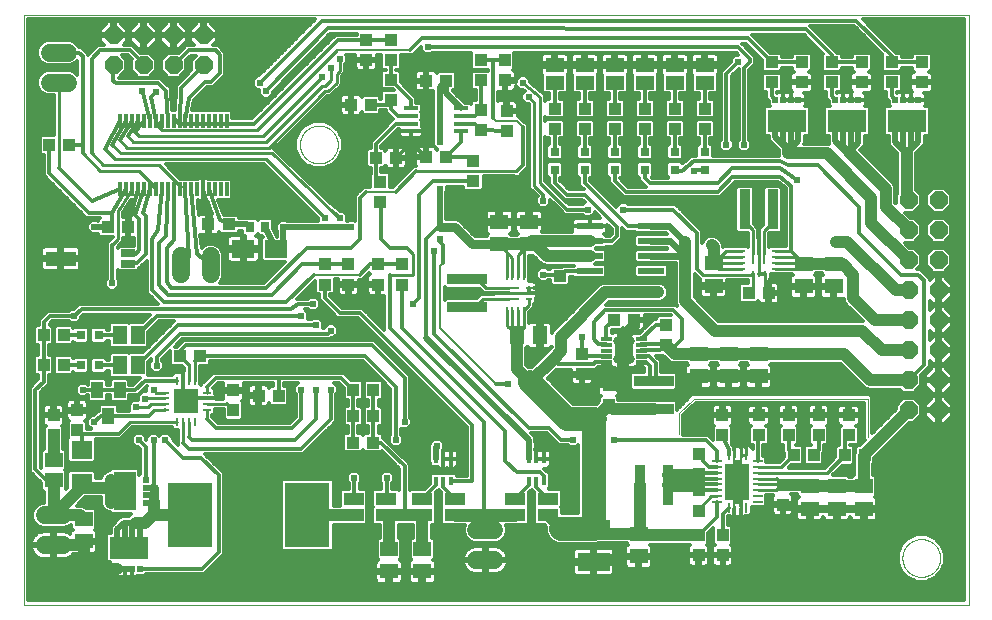
<source format=gtl>
G75*
%MOIN*%
%OFA0B0*%
%FSLAX25Y25*%
%IPPOS*%
%LPD*%
%AMOC8*
5,1,8,0,0,1.08239X$1,22.5*
%
%ADD10C,0.00000*%
%ADD11R,0.01181X0.04724*%
%ADD12R,0.08661X0.02362*%
%ADD13R,0.01100X0.03100*%
%ADD14R,0.03100X0.01100*%
%ADD15R,0.08400X0.08400*%
%ADD16C,0.03000*%
%ADD17R,0.07000X0.00900*%
%ADD18R,0.00900X0.02400*%
%ADD19R,0.02400X0.00900*%
%ADD20R,0.05118X0.05906*%
%ADD21R,0.05906X0.05118*%
%ADD22R,0.04331X0.03937*%
%ADD23R,0.06299X0.08465*%
%ADD24C,0.00011*%
%ADD25C,0.03181*%
%ADD26C,0.03200*%
%ADD27R,0.13200X0.03800*%
%ADD28R,0.03937X0.04331*%
%ADD29R,0.03150X0.03150*%
%ADD30R,0.06300X0.04600*%
%ADD31R,0.00900X0.07000*%
%ADD32R,0.03800X0.13200*%
%ADD33R,0.04724X0.01181*%
%ADD34R,0.01378X0.03150*%
%ADD35R,0.06800X0.04330*%
%ADD36R,0.07677X0.05906*%
%ADD37R,0.02756X0.03543*%
%ADD38R,0.05000X0.02500*%
%ADD39R,0.10000X0.05000*%
%ADD40R,0.01102X0.03346*%
%ADD41R,0.03346X0.01102*%
%ADD42R,0.08071X0.12008*%
%ADD43R,0.00906X0.04528*%
%ADD44R,0.03071X0.15157*%
%ADD45C,0.02787*%
%ADD46R,0.15157X0.21654*%
%ADD47R,0.02200X0.02000*%
%ADD48R,0.07500X0.13000*%
%ADD49R,0.02000X0.02200*%
%ADD50R,0.13000X0.07500*%
%ADD51R,0.04600X0.06300*%
%ADD52R,0.10630X0.06299*%
%ADD53R,0.03937X0.05512*%
%ADD54R,0.07098X0.06299*%
%ADD55C,0.06000*%
%ADD56OC8,0.06000*%
%ADD57C,0.01181*%
%ADD58C,0.02381*%
%ADD59C,0.03937*%
%ADD60C,0.01969*%
%ADD61C,0.00984*%
%ADD62C,0.03150*%
%ADD63C,0.02362*%
%ADD64C,0.00787*%
%ADD65C,0.02953*%
%ADD66C,0.04331*%
%ADD67C,0.07874*%
%ADD68C,0.00394*%
D10*
X0027103Y0012487D02*
X0027103Y0209337D01*
X0342063Y0209337D01*
X0342063Y0012487D01*
X0027103Y0012487D01*
X0119229Y0166030D02*
X0119231Y0166188D01*
X0119237Y0166346D01*
X0119247Y0166504D01*
X0119261Y0166662D01*
X0119279Y0166819D01*
X0119300Y0166976D01*
X0119326Y0167132D01*
X0119356Y0167288D01*
X0119389Y0167443D01*
X0119427Y0167596D01*
X0119468Y0167749D01*
X0119513Y0167901D01*
X0119562Y0168052D01*
X0119615Y0168201D01*
X0119671Y0168349D01*
X0119731Y0168495D01*
X0119795Y0168640D01*
X0119863Y0168783D01*
X0119934Y0168925D01*
X0120008Y0169065D01*
X0120086Y0169202D01*
X0120168Y0169338D01*
X0120252Y0169472D01*
X0120341Y0169603D01*
X0120432Y0169732D01*
X0120527Y0169859D01*
X0120624Y0169984D01*
X0120725Y0170106D01*
X0120829Y0170225D01*
X0120936Y0170342D01*
X0121046Y0170456D01*
X0121159Y0170567D01*
X0121274Y0170676D01*
X0121392Y0170781D01*
X0121513Y0170883D01*
X0121636Y0170983D01*
X0121762Y0171079D01*
X0121890Y0171172D01*
X0122020Y0171262D01*
X0122153Y0171348D01*
X0122288Y0171432D01*
X0122424Y0171511D01*
X0122563Y0171588D01*
X0122704Y0171660D01*
X0122846Y0171730D01*
X0122990Y0171795D01*
X0123136Y0171857D01*
X0123283Y0171915D01*
X0123432Y0171970D01*
X0123582Y0172021D01*
X0123733Y0172068D01*
X0123885Y0172111D01*
X0124038Y0172150D01*
X0124193Y0172186D01*
X0124348Y0172217D01*
X0124504Y0172245D01*
X0124660Y0172269D01*
X0124817Y0172289D01*
X0124975Y0172305D01*
X0125132Y0172317D01*
X0125291Y0172325D01*
X0125449Y0172329D01*
X0125607Y0172329D01*
X0125765Y0172325D01*
X0125924Y0172317D01*
X0126081Y0172305D01*
X0126239Y0172289D01*
X0126396Y0172269D01*
X0126552Y0172245D01*
X0126708Y0172217D01*
X0126863Y0172186D01*
X0127018Y0172150D01*
X0127171Y0172111D01*
X0127323Y0172068D01*
X0127474Y0172021D01*
X0127624Y0171970D01*
X0127773Y0171915D01*
X0127920Y0171857D01*
X0128066Y0171795D01*
X0128210Y0171730D01*
X0128352Y0171660D01*
X0128493Y0171588D01*
X0128632Y0171511D01*
X0128768Y0171432D01*
X0128903Y0171348D01*
X0129036Y0171262D01*
X0129166Y0171172D01*
X0129294Y0171079D01*
X0129420Y0170983D01*
X0129543Y0170883D01*
X0129664Y0170781D01*
X0129782Y0170676D01*
X0129897Y0170567D01*
X0130010Y0170456D01*
X0130120Y0170342D01*
X0130227Y0170225D01*
X0130331Y0170106D01*
X0130432Y0169984D01*
X0130529Y0169859D01*
X0130624Y0169732D01*
X0130715Y0169603D01*
X0130804Y0169472D01*
X0130888Y0169338D01*
X0130970Y0169202D01*
X0131048Y0169065D01*
X0131122Y0168925D01*
X0131193Y0168783D01*
X0131261Y0168640D01*
X0131325Y0168495D01*
X0131385Y0168349D01*
X0131441Y0168201D01*
X0131494Y0168052D01*
X0131543Y0167901D01*
X0131588Y0167749D01*
X0131629Y0167596D01*
X0131667Y0167443D01*
X0131700Y0167288D01*
X0131730Y0167132D01*
X0131756Y0166976D01*
X0131777Y0166819D01*
X0131795Y0166662D01*
X0131809Y0166504D01*
X0131819Y0166346D01*
X0131825Y0166188D01*
X0131827Y0166030D01*
X0131825Y0165872D01*
X0131819Y0165714D01*
X0131809Y0165556D01*
X0131795Y0165398D01*
X0131777Y0165241D01*
X0131756Y0165084D01*
X0131730Y0164928D01*
X0131700Y0164772D01*
X0131667Y0164617D01*
X0131629Y0164464D01*
X0131588Y0164311D01*
X0131543Y0164159D01*
X0131494Y0164008D01*
X0131441Y0163859D01*
X0131385Y0163711D01*
X0131325Y0163565D01*
X0131261Y0163420D01*
X0131193Y0163277D01*
X0131122Y0163135D01*
X0131048Y0162995D01*
X0130970Y0162858D01*
X0130888Y0162722D01*
X0130804Y0162588D01*
X0130715Y0162457D01*
X0130624Y0162328D01*
X0130529Y0162201D01*
X0130432Y0162076D01*
X0130331Y0161954D01*
X0130227Y0161835D01*
X0130120Y0161718D01*
X0130010Y0161604D01*
X0129897Y0161493D01*
X0129782Y0161384D01*
X0129664Y0161279D01*
X0129543Y0161177D01*
X0129420Y0161077D01*
X0129294Y0160981D01*
X0129166Y0160888D01*
X0129036Y0160798D01*
X0128903Y0160712D01*
X0128768Y0160628D01*
X0128632Y0160549D01*
X0128493Y0160472D01*
X0128352Y0160400D01*
X0128210Y0160330D01*
X0128066Y0160265D01*
X0127920Y0160203D01*
X0127773Y0160145D01*
X0127624Y0160090D01*
X0127474Y0160039D01*
X0127323Y0159992D01*
X0127171Y0159949D01*
X0127018Y0159910D01*
X0126863Y0159874D01*
X0126708Y0159843D01*
X0126552Y0159815D01*
X0126396Y0159791D01*
X0126239Y0159771D01*
X0126081Y0159755D01*
X0125924Y0159743D01*
X0125765Y0159735D01*
X0125607Y0159731D01*
X0125449Y0159731D01*
X0125291Y0159735D01*
X0125132Y0159743D01*
X0124975Y0159755D01*
X0124817Y0159771D01*
X0124660Y0159791D01*
X0124504Y0159815D01*
X0124348Y0159843D01*
X0124193Y0159874D01*
X0124038Y0159910D01*
X0123885Y0159949D01*
X0123733Y0159992D01*
X0123582Y0160039D01*
X0123432Y0160090D01*
X0123283Y0160145D01*
X0123136Y0160203D01*
X0122990Y0160265D01*
X0122846Y0160330D01*
X0122704Y0160400D01*
X0122563Y0160472D01*
X0122424Y0160549D01*
X0122288Y0160628D01*
X0122153Y0160712D01*
X0122020Y0160798D01*
X0121890Y0160888D01*
X0121762Y0160981D01*
X0121636Y0161077D01*
X0121513Y0161177D01*
X0121392Y0161279D01*
X0121274Y0161384D01*
X0121159Y0161493D01*
X0121046Y0161604D01*
X0120936Y0161718D01*
X0120829Y0161835D01*
X0120725Y0161954D01*
X0120624Y0162076D01*
X0120527Y0162201D01*
X0120432Y0162328D01*
X0120341Y0162457D01*
X0120252Y0162588D01*
X0120168Y0162722D01*
X0120086Y0162858D01*
X0120008Y0162995D01*
X0119934Y0163135D01*
X0119863Y0163277D01*
X0119795Y0163420D01*
X0119731Y0163565D01*
X0119671Y0163711D01*
X0119615Y0163859D01*
X0119562Y0164008D01*
X0119513Y0164159D01*
X0119468Y0164311D01*
X0119427Y0164464D01*
X0119389Y0164617D01*
X0119356Y0164772D01*
X0119326Y0164928D01*
X0119300Y0165084D01*
X0119279Y0165241D01*
X0119261Y0165398D01*
X0119247Y0165556D01*
X0119237Y0165714D01*
X0119231Y0165872D01*
X0119229Y0166030D01*
X0320016Y0028235D02*
X0320018Y0028393D01*
X0320024Y0028551D01*
X0320034Y0028709D01*
X0320048Y0028867D01*
X0320066Y0029024D01*
X0320087Y0029181D01*
X0320113Y0029337D01*
X0320143Y0029493D01*
X0320176Y0029648D01*
X0320214Y0029801D01*
X0320255Y0029954D01*
X0320300Y0030106D01*
X0320349Y0030257D01*
X0320402Y0030406D01*
X0320458Y0030554D01*
X0320518Y0030700D01*
X0320582Y0030845D01*
X0320650Y0030988D01*
X0320721Y0031130D01*
X0320795Y0031270D01*
X0320873Y0031407D01*
X0320955Y0031543D01*
X0321039Y0031677D01*
X0321128Y0031808D01*
X0321219Y0031937D01*
X0321314Y0032064D01*
X0321411Y0032189D01*
X0321512Y0032311D01*
X0321616Y0032430D01*
X0321723Y0032547D01*
X0321833Y0032661D01*
X0321946Y0032772D01*
X0322061Y0032881D01*
X0322179Y0032986D01*
X0322300Y0033088D01*
X0322423Y0033188D01*
X0322549Y0033284D01*
X0322677Y0033377D01*
X0322807Y0033467D01*
X0322940Y0033553D01*
X0323075Y0033637D01*
X0323211Y0033716D01*
X0323350Y0033793D01*
X0323491Y0033865D01*
X0323633Y0033935D01*
X0323777Y0034000D01*
X0323923Y0034062D01*
X0324070Y0034120D01*
X0324219Y0034175D01*
X0324369Y0034226D01*
X0324520Y0034273D01*
X0324672Y0034316D01*
X0324825Y0034355D01*
X0324980Y0034391D01*
X0325135Y0034422D01*
X0325291Y0034450D01*
X0325447Y0034474D01*
X0325604Y0034494D01*
X0325762Y0034510D01*
X0325919Y0034522D01*
X0326078Y0034530D01*
X0326236Y0034534D01*
X0326394Y0034534D01*
X0326552Y0034530D01*
X0326711Y0034522D01*
X0326868Y0034510D01*
X0327026Y0034494D01*
X0327183Y0034474D01*
X0327339Y0034450D01*
X0327495Y0034422D01*
X0327650Y0034391D01*
X0327805Y0034355D01*
X0327958Y0034316D01*
X0328110Y0034273D01*
X0328261Y0034226D01*
X0328411Y0034175D01*
X0328560Y0034120D01*
X0328707Y0034062D01*
X0328853Y0034000D01*
X0328997Y0033935D01*
X0329139Y0033865D01*
X0329280Y0033793D01*
X0329419Y0033716D01*
X0329555Y0033637D01*
X0329690Y0033553D01*
X0329823Y0033467D01*
X0329953Y0033377D01*
X0330081Y0033284D01*
X0330207Y0033188D01*
X0330330Y0033088D01*
X0330451Y0032986D01*
X0330569Y0032881D01*
X0330684Y0032772D01*
X0330797Y0032661D01*
X0330907Y0032547D01*
X0331014Y0032430D01*
X0331118Y0032311D01*
X0331219Y0032189D01*
X0331316Y0032064D01*
X0331411Y0031937D01*
X0331502Y0031808D01*
X0331591Y0031677D01*
X0331675Y0031543D01*
X0331757Y0031407D01*
X0331835Y0031270D01*
X0331909Y0031130D01*
X0331980Y0030988D01*
X0332048Y0030845D01*
X0332112Y0030700D01*
X0332172Y0030554D01*
X0332228Y0030406D01*
X0332281Y0030257D01*
X0332330Y0030106D01*
X0332375Y0029954D01*
X0332416Y0029801D01*
X0332454Y0029648D01*
X0332487Y0029493D01*
X0332517Y0029337D01*
X0332543Y0029181D01*
X0332564Y0029024D01*
X0332582Y0028867D01*
X0332596Y0028709D01*
X0332606Y0028551D01*
X0332612Y0028393D01*
X0332614Y0028235D01*
X0332612Y0028077D01*
X0332606Y0027919D01*
X0332596Y0027761D01*
X0332582Y0027603D01*
X0332564Y0027446D01*
X0332543Y0027289D01*
X0332517Y0027133D01*
X0332487Y0026977D01*
X0332454Y0026822D01*
X0332416Y0026669D01*
X0332375Y0026516D01*
X0332330Y0026364D01*
X0332281Y0026213D01*
X0332228Y0026064D01*
X0332172Y0025916D01*
X0332112Y0025770D01*
X0332048Y0025625D01*
X0331980Y0025482D01*
X0331909Y0025340D01*
X0331835Y0025200D01*
X0331757Y0025063D01*
X0331675Y0024927D01*
X0331591Y0024793D01*
X0331502Y0024662D01*
X0331411Y0024533D01*
X0331316Y0024406D01*
X0331219Y0024281D01*
X0331118Y0024159D01*
X0331014Y0024040D01*
X0330907Y0023923D01*
X0330797Y0023809D01*
X0330684Y0023698D01*
X0330569Y0023589D01*
X0330451Y0023484D01*
X0330330Y0023382D01*
X0330207Y0023282D01*
X0330081Y0023186D01*
X0329953Y0023093D01*
X0329823Y0023003D01*
X0329690Y0022917D01*
X0329555Y0022833D01*
X0329419Y0022754D01*
X0329280Y0022677D01*
X0329139Y0022605D01*
X0328997Y0022535D01*
X0328853Y0022470D01*
X0328707Y0022408D01*
X0328560Y0022350D01*
X0328411Y0022295D01*
X0328261Y0022244D01*
X0328110Y0022197D01*
X0327958Y0022154D01*
X0327805Y0022115D01*
X0327650Y0022079D01*
X0327495Y0022048D01*
X0327339Y0022020D01*
X0327183Y0021996D01*
X0327026Y0021976D01*
X0326868Y0021960D01*
X0326711Y0021948D01*
X0326552Y0021940D01*
X0326394Y0021936D01*
X0326236Y0021936D01*
X0326078Y0021940D01*
X0325919Y0021948D01*
X0325762Y0021960D01*
X0325604Y0021976D01*
X0325447Y0021996D01*
X0325291Y0022020D01*
X0325135Y0022048D01*
X0324980Y0022079D01*
X0324825Y0022115D01*
X0324672Y0022154D01*
X0324520Y0022197D01*
X0324369Y0022244D01*
X0324219Y0022295D01*
X0324070Y0022350D01*
X0323923Y0022408D01*
X0323777Y0022470D01*
X0323633Y0022535D01*
X0323491Y0022605D01*
X0323350Y0022677D01*
X0323211Y0022754D01*
X0323075Y0022833D01*
X0322940Y0022917D01*
X0322807Y0023003D01*
X0322677Y0023093D01*
X0322549Y0023186D01*
X0322423Y0023282D01*
X0322300Y0023382D01*
X0322179Y0023484D01*
X0322061Y0023589D01*
X0321946Y0023698D01*
X0321833Y0023809D01*
X0321723Y0023923D01*
X0321616Y0024040D01*
X0321512Y0024159D01*
X0321411Y0024281D01*
X0321314Y0024406D01*
X0321219Y0024533D01*
X0321128Y0024662D01*
X0321039Y0024793D01*
X0320955Y0024927D01*
X0320873Y0025063D01*
X0320795Y0025200D01*
X0320721Y0025340D01*
X0320650Y0025482D01*
X0320582Y0025625D01*
X0320518Y0025770D01*
X0320458Y0025916D01*
X0320402Y0026064D01*
X0320349Y0026213D01*
X0320300Y0026364D01*
X0320255Y0026516D01*
X0320214Y0026669D01*
X0320176Y0026822D01*
X0320143Y0026977D01*
X0320113Y0027133D01*
X0320087Y0027289D01*
X0320066Y0027446D01*
X0320048Y0027603D01*
X0320034Y0027761D01*
X0320024Y0027919D01*
X0320018Y0028077D01*
X0320016Y0028235D01*
D11*
X0094819Y0151069D03*
X0092851Y0151069D03*
X0090882Y0151069D03*
X0088914Y0151069D03*
X0086945Y0151069D03*
X0084977Y0151069D03*
X0083008Y0151069D03*
X0081040Y0151069D03*
X0079071Y0151069D03*
X0077103Y0151069D03*
X0075134Y0151069D03*
X0073166Y0151069D03*
X0071197Y0151069D03*
X0069229Y0151069D03*
X0067260Y0151069D03*
X0065292Y0151069D03*
X0063323Y0151069D03*
X0061355Y0151069D03*
X0059386Y0151069D03*
X0059386Y0173904D03*
X0061355Y0173904D03*
X0063323Y0173904D03*
X0065292Y0173904D03*
X0067260Y0173904D03*
X0069229Y0173904D03*
X0071197Y0173904D03*
X0073166Y0173904D03*
X0075134Y0173904D03*
X0077103Y0173904D03*
X0079071Y0173904D03*
X0081040Y0173904D03*
X0083008Y0173904D03*
X0084977Y0173904D03*
X0086945Y0173904D03*
X0088914Y0173904D03*
X0090882Y0173904D03*
X0092851Y0173904D03*
X0094819Y0173904D03*
D12*
X0215764Y0138806D03*
X0215764Y0133806D03*
X0215764Y0128806D03*
X0215764Y0123806D03*
X0236237Y0123806D03*
X0236237Y0128806D03*
X0236237Y0133806D03*
X0236237Y0138806D03*
D13*
X0084229Y0087329D03*
X0082260Y0087329D03*
X0080292Y0087329D03*
X0078323Y0087329D03*
X0078323Y0073550D03*
X0080292Y0073550D03*
X0082260Y0073550D03*
X0084229Y0073550D03*
D14*
X0088166Y0077486D03*
X0088166Y0079455D03*
X0088166Y0081424D03*
X0088166Y0083393D03*
X0074386Y0083393D03*
X0074386Y0081424D03*
X0074386Y0079455D03*
X0074386Y0077486D03*
D15*
X0081276Y0080439D03*
D16*
X0079676Y0078839D03*
X0082876Y0078839D03*
X0082876Y0082039D03*
X0079676Y0082039D03*
D17*
X0188855Y0114495D03*
X0188855Y0116424D03*
X0188855Y0118353D03*
D18*
X0188087Y0121935D03*
X0190056Y0121935D03*
X0192024Y0121935D03*
X0193993Y0121935D03*
X0193993Y0110912D03*
X0192024Y0110912D03*
X0190056Y0110912D03*
X0188087Y0110912D03*
X0270134Y0122959D03*
X0272103Y0122959D03*
X0274071Y0122959D03*
D19*
X0277615Y0124534D03*
X0277615Y0126502D03*
X0277615Y0128471D03*
X0277615Y0130439D03*
X0266591Y0130439D03*
X0266591Y0128471D03*
X0266591Y0126502D03*
X0266591Y0124534D03*
X0195567Y0118392D03*
X0195567Y0116424D03*
X0195567Y0114455D03*
D20*
X0199150Y0102408D03*
X0191670Y0102408D03*
D21*
X0195567Y0132762D03*
X0185646Y0132762D03*
X0185646Y0140243D03*
X0195567Y0140243D03*
X0257103Y0126463D03*
X0257103Y0118983D03*
X0287103Y0118746D03*
X0297103Y0118746D03*
X0297103Y0126227D03*
X0287103Y0126227D03*
X0272103Y0096227D03*
X0272103Y0088746D03*
X0262103Y0088746D03*
X0262103Y0096227D03*
X0252103Y0096227D03*
X0252103Y0088746D03*
X0289150Y0052132D03*
X0298166Y0052132D03*
X0307182Y0052132D03*
X0307182Y0044652D03*
X0298166Y0044652D03*
X0289150Y0044652D03*
X0232103Y0036227D03*
X0232103Y0028746D03*
X0159977Y0031227D03*
X0148914Y0031227D03*
X0148914Y0023746D03*
X0159977Y0023746D03*
X0047103Y0033746D03*
X0047103Y0041227D03*
X0037103Y0054140D03*
X0037103Y0060833D03*
D22*
X0079308Y0095518D03*
X0086000Y0095518D03*
X0127497Y0119376D03*
X0127497Y0126069D03*
X0153087Y0126069D03*
X0153087Y0119376D03*
X0145882Y0146935D03*
X0145882Y0153628D03*
X0177040Y0153825D03*
X0177040Y0160518D03*
X0188083Y0170558D03*
X0179540Y0170951D03*
X0179540Y0177644D03*
X0188083Y0177250D03*
X0179540Y0187451D03*
X0179540Y0194144D03*
X0167886Y0187298D03*
X0161193Y0187298D03*
X0149540Y0187644D03*
X0149540Y0194180D03*
X0149540Y0200872D03*
X0149540Y0180951D03*
X0204150Y0177959D03*
X0204150Y0171266D03*
X0214150Y0171266D03*
X0214150Y0177959D03*
X0224150Y0177959D03*
X0224150Y0171266D03*
X0234150Y0171266D03*
X0234150Y0177959D03*
X0244150Y0177959D03*
X0254150Y0177959D03*
X0254150Y0171266D03*
X0244150Y0171266D03*
X0276473Y0186817D03*
X0276473Y0193510D03*
X0286473Y0193510D03*
X0286473Y0186817D03*
X0296473Y0186817D03*
X0296473Y0193510D03*
X0306473Y0193510D03*
X0306473Y0186817D03*
X0316473Y0186817D03*
X0316473Y0193510D03*
X0326473Y0193510D03*
X0326473Y0186817D03*
X0205922Y0128904D03*
X0205922Y0122211D03*
X0223756Y0107487D03*
X0230449Y0107487D03*
X0241119Y0105912D03*
X0241119Y0099219D03*
X0213166Y0096109D03*
X0213166Y0089416D03*
X0252103Y0062880D03*
X0252103Y0056187D03*
X0272103Y0069140D03*
X0272103Y0075833D03*
X0302103Y0075833D03*
X0302103Y0069140D03*
X0143638Y0066621D03*
X0136945Y0066621D03*
X0095410Y0139471D03*
X0088717Y0139471D03*
X0061945Y0138471D03*
X0055252Y0138471D03*
D23*
X0227103Y0097487D03*
D24*
X0231242Y0098033D02*
X0234480Y0098033D01*
X0234480Y0096941D01*
X0231242Y0096941D01*
X0231242Y0098033D01*
X0231242Y0096951D02*
X0234480Y0096951D01*
X0234480Y0096961D02*
X0231242Y0096961D01*
X0231242Y0096971D02*
X0234480Y0096971D01*
X0234480Y0096981D02*
X0231242Y0096981D01*
X0231242Y0096991D02*
X0234480Y0096991D01*
X0234480Y0097001D02*
X0231242Y0097001D01*
X0231242Y0097011D02*
X0234480Y0097011D01*
X0234480Y0097021D02*
X0231242Y0097021D01*
X0231242Y0097031D02*
X0234480Y0097031D01*
X0234480Y0097041D02*
X0231242Y0097041D01*
X0231242Y0097051D02*
X0234480Y0097051D01*
X0234480Y0097061D02*
X0231242Y0097061D01*
X0231242Y0097071D02*
X0234480Y0097071D01*
X0234480Y0097081D02*
X0231242Y0097081D01*
X0231242Y0097091D02*
X0234480Y0097091D01*
X0234480Y0097101D02*
X0231242Y0097101D01*
X0231242Y0097111D02*
X0234480Y0097111D01*
X0234480Y0097121D02*
X0231242Y0097121D01*
X0231242Y0097131D02*
X0234480Y0097131D01*
X0234480Y0097141D02*
X0231242Y0097141D01*
X0231242Y0097151D02*
X0234480Y0097151D01*
X0234480Y0097161D02*
X0231242Y0097161D01*
X0231242Y0097171D02*
X0234480Y0097171D01*
X0234480Y0097181D02*
X0231242Y0097181D01*
X0231242Y0097191D02*
X0234480Y0097191D01*
X0234480Y0097201D02*
X0231242Y0097201D01*
X0231242Y0097211D02*
X0234480Y0097211D01*
X0234480Y0097221D02*
X0231242Y0097221D01*
X0231242Y0097231D02*
X0234480Y0097231D01*
X0234480Y0097241D02*
X0231242Y0097241D01*
X0231242Y0097251D02*
X0234480Y0097251D01*
X0234480Y0097261D02*
X0231242Y0097261D01*
X0231242Y0097271D02*
X0234480Y0097271D01*
X0234480Y0097281D02*
X0231242Y0097281D01*
X0231242Y0097291D02*
X0234480Y0097291D01*
X0234480Y0097301D02*
X0231242Y0097301D01*
X0231242Y0097311D02*
X0234480Y0097311D01*
X0234480Y0097321D02*
X0231242Y0097321D01*
X0231242Y0097331D02*
X0234480Y0097331D01*
X0234480Y0097341D02*
X0231242Y0097341D01*
X0231242Y0097351D02*
X0234480Y0097351D01*
X0234480Y0097361D02*
X0231242Y0097361D01*
X0231242Y0097371D02*
X0234480Y0097371D01*
X0234480Y0097381D02*
X0231242Y0097381D01*
X0231242Y0097391D02*
X0234480Y0097391D01*
X0234480Y0097401D02*
X0231242Y0097401D01*
X0231242Y0097411D02*
X0234480Y0097411D01*
X0234480Y0097421D02*
X0231242Y0097421D01*
X0231242Y0097431D02*
X0234480Y0097431D01*
X0234480Y0097441D02*
X0231242Y0097441D01*
X0231242Y0097451D02*
X0234480Y0097451D01*
X0234480Y0097461D02*
X0231242Y0097461D01*
X0231242Y0097471D02*
X0234480Y0097471D01*
X0234480Y0097481D02*
X0231242Y0097481D01*
X0231242Y0097491D02*
X0234480Y0097491D01*
X0234480Y0097501D02*
X0231242Y0097501D01*
X0231242Y0097511D02*
X0234480Y0097511D01*
X0234480Y0097521D02*
X0231242Y0097521D01*
X0231242Y0097531D02*
X0234480Y0097531D01*
X0234480Y0097541D02*
X0231242Y0097541D01*
X0231242Y0097551D02*
X0234480Y0097551D01*
X0234480Y0097561D02*
X0231242Y0097561D01*
X0231242Y0097571D02*
X0234480Y0097571D01*
X0234480Y0097581D02*
X0231242Y0097581D01*
X0231242Y0097591D02*
X0234480Y0097591D01*
X0234480Y0097601D02*
X0231242Y0097601D01*
X0231242Y0097611D02*
X0234480Y0097611D01*
X0234480Y0097621D02*
X0231242Y0097621D01*
X0231242Y0097631D02*
X0234480Y0097631D01*
X0234480Y0097641D02*
X0231242Y0097641D01*
X0231242Y0097651D02*
X0234480Y0097651D01*
X0234480Y0097661D02*
X0231242Y0097661D01*
X0231242Y0097671D02*
X0234480Y0097671D01*
X0234480Y0097681D02*
X0231242Y0097681D01*
X0231242Y0097691D02*
X0234480Y0097691D01*
X0234480Y0097701D02*
X0231242Y0097701D01*
X0231242Y0097711D02*
X0234480Y0097711D01*
X0234480Y0097721D02*
X0231242Y0097721D01*
X0231242Y0097731D02*
X0234480Y0097731D01*
X0234480Y0097741D02*
X0231242Y0097741D01*
X0231242Y0097751D02*
X0234480Y0097751D01*
X0234480Y0097761D02*
X0231242Y0097761D01*
X0231242Y0097771D02*
X0234480Y0097771D01*
X0234480Y0097781D02*
X0231242Y0097781D01*
X0231242Y0097791D02*
X0234480Y0097791D01*
X0234480Y0097801D02*
X0231242Y0097801D01*
X0231242Y0097811D02*
X0234480Y0097811D01*
X0234480Y0097821D02*
X0231242Y0097821D01*
X0231242Y0097831D02*
X0234480Y0097831D01*
X0234480Y0097841D02*
X0231242Y0097841D01*
X0231242Y0097851D02*
X0234480Y0097851D01*
X0234480Y0097861D02*
X0231242Y0097861D01*
X0231242Y0097871D02*
X0234480Y0097871D01*
X0234480Y0097881D02*
X0231242Y0097881D01*
X0231242Y0097891D02*
X0234480Y0097891D01*
X0234480Y0097901D02*
X0231242Y0097901D01*
X0231242Y0097911D02*
X0234480Y0097911D01*
X0234480Y0097921D02*
X0231242Y0097921D01*
X0231242Y0097931D02*
X0234480Y0097931D01*
X0234480Y0097941D02*
X0231242Y0097941D01*
X0231242Y0097951D02*
X0234480Y0097951D01*
X0234480Y0097961D02*
X0231242Y0097961D01*
X0231242Y0097971D02*
X0234480Y0097971D01*
X0234480Y0097981D02*
X0231242Y0097981D01*
X0231242Y0097991D02*
X0234480Y0097991D01*
X0234480Y0098001D02*
X0231242Y0098001D01*
X0231242Y0098011D02*
X0234480Y0098011D01*
X0234480Y0098021D02*
X0231242Y0098021D01*
X0231242Y0098031D02*
X0234480Y0098031D01*
X0234480Y0100001D02*
X0231242Y0100001D01*
X0234480Y0100001D02*
X0234480Y0098909D01*
X0231242Y0098909D01*
X0231242Y0100001D01*
X0231242Y0098919D02*
X0234480Y0098919D01*
X0234480Y0098929D02*
X0231242Y0098929D01*
X0231242Y0098939D02*
X0234480Y0098939D01*
X0234480Y0098949D02*
X0231242Y0098949D01*
X0231242Y0098959D02*
X0234480Y0098959D01*
X0234480Y0098969D02*
X0231242Y0098969D01*
X0231242Y0098979D02*
X0234480Y0098979D01*
X0234480Y0098989D02*
X0231242Y0098989D01*
X0231242Y0098999D02*
X0234480Y0098999D01*
X0234480Y0099009D02*
X0231242Y0099009D01*
X0231242Y0099019D02*
X0234480Y0099019D01*
X0234480Y0099029D02*
X0231242Y0099029D01*
X0231242Y0099039D02*
X0234480Y0099039D01*
X0234480Y0099049D02*
X0231242Y0099049D01*
X0231242Y0099059D02*
X0234480Y0099059D01*
X0234480Y0099069D02*
X0231242Y0099069D01*
X0231242Y0099079D02*
X0234480Y0099079D01*
X0234480Y0099089D02*
X0231242Y0099089D01*
X0231242Y0099099D02*
X0234480Y0099099D01*
X0234480Y0099109D02*
X0231242Y0099109D01*
X0231242Y0099119D02*
X0234480Y0099119D01*
X0234480Y0099129D02*
X0231242Y0099129D01*
X0231242Y0099139D02*
X0234480Y0099139D01*
X0234480Y0099149D02*
X0231242Y0099149D01*
X0231242Y0099159D02*
X0234480Y0099159D01*
X0234480Y0099169D02*
X0231242Y0099169D01*
X0231242Y0099179D02*
X0234480Y0099179D01*
X0234480Y0099189D02*
X0231242Y0099189D01*
X0231242Y0099199D02*
X0234480Y0099199D01*
X0234480Y0099209D02*
X0231242Y0099209D01*
X0231242Y0099219D02*
X0234480Y0099219D01*
X0234480Y0099229D02*
X0231242Y0099229D01*
X0231242Y0099239D02*
X0234480Y0099239D01*
X0234480Y0099249D02*
X0231242Y0099249D01*
X0231242Y0099259D02*
X0234480Y0099259D01*
X0234480Y0099269D02*
X0231242Y0099269D01*
X0231242Y0099279D02*
X0234480Y0099279D01*
X0234480Y0099289D02*
X0231242Y0099289D01*
X0231242Y0099299D02*
X0234480Y0099299D01*
X0234480Y0099309D02*
X0231242Y0099309D01*
X0231242Y0099319D02*
X0234480Y0099319D01*
X0234480Y0099329D02*
X0231242Y0099329D01*
X0231242Y0099339D02*
X0234480Y0099339D01*
X0234480Y0099349D02*
X0231242Y0099349D01*
X0231242Y0099359D02*
X0234480Y0099359D01*
X0234480Y0099369D02*
X0231242Y0099369D01*
X0231242Y0099379D02*
X0234480Y0099379D01*
X0234480Y0099389D02*
X0231242Y0099389D01*
X0231242Y0099399D02*
X0234480Y0099399D01*
X0234480Y0099409D02*
X0231242Y0099409D01*
X0231242Y0099419D02*
X0234480Y0099419D01*
X0234480Y0099429D02*
X0231242Y0099429D01*
X0231242Y0099439D02*
X0234480Y0099439D01*
X0234480Y0099449D02*
X0231242Y0099449D01*
X0231242Y0099459D02*
X0234480Y0099459D01*
X0234480Y0099469D02*
X0231242Y0099469D01*
X0231242Y0099479D02*
X0234480Y0099479D01*
X0234480Y0099489D02*
X0231242Y0099489D01*
X0231242Y0099499D02*
X0234480Y0099499D01*
X0234480Y0099509D02*
X0231242Y0099509D01*
X0231242Y0099519D02*
X0234480Y0099519D01*
X0234480Y0099529D02*
X0231242Y0099529D01*
X0231242Y0099539D02*
X0234480Y0099539D01*
X0234480Y0099549D02*
X0231242Y0099549D01*
X0231242Y0099559D02*
X0234480Y0099559D01*
X0234480Y0099569D02*
X0231242Y0099569D01*
X0231242Y0099579D02*
X0234480Y0099579D01*
X0234480Y0099589D02*
X0231242Y0099589D01*
X0231242Y0099599D02*
X0234480Y0099599D01*
X0234480Y0099609D02*
X0231242Y0099609D01*
X0231242Y0099619D02*
X0234480Y0099619D01*
X0234480Y0099629D02*
X0231242Y0099629D01*
X0231242Y0099639D02*
X0234480Y0099639D01*
X0234480Y0099649D02*
X0231242Y0099649D01*
X0231242Y0099659D02*
X0234480Y0099659D01*
X0234480Y0099669D02*
X0231242Y0099669D01*
X0231242Y0099679D02*
X0234480Y0099679D01*
X0234480Y0099689D02*
X0231242Y0099689D01*
X0231242Y0099699D02*
X0234480Y0099699D01*
X0234480Y0099709D02*
X0231242Y0099709D01*
X0231242Y0099719D02*
X0234480Y0099719D01*
X0234480Y0099729D02*
X0231242Y0099729D01*
X0231242Y0099739D02*
X0234480Y0099739D01*
X0234480Y0099749D02*
X0231242Y0099749D01*
X0231242Y0099759D02*
X0234480Y0099759D01*
X0234480Y0099769D02*
X0231242Y0099769D01*
X0231242Y0099779D02*
X0234480Y0099779D01*
X0234480Y0099789D02*
X0231242Y0099789D01*
X0231242Y0099799D02*
X0234480Y0099799D01*
X0234480Y0099809D02*
X0231242Y0099809D01*
X0231242Y0099819D02*
X0234480Y0099819D01*
X0234480Y0099829D02*
X0231242Y0099829D01*
X0231242Y0099839D02*
X0234480Y0099839D01*
X0234480Y0099849D02*
X0231242Y0099849D01*
X0231242Y0099859D02*
X0234480Y0099859D01*
X0234480Y0099869D02*
X0231242Y0099869D01*
X0231242Y0099879D02*
X0234480Y0099879D01*
X0234480Y0099889D02*
X0231242Y0099889D01*
X0231242Y0099899D02*
X0234480Y0099899D01*
X0234480Y0099909D02*
X0231242Y0099909D01*
X0231242Y0099919D02*
X0234480Y0099919D01*
X0234480Y0099929D02*
X0231242Y0099929D01*
X0231242Y0099939D02*
X0234480Y0099939D01*
X0234480Y0099949D02*
X0231242Y0099949D01*
X0231242Y0099959D02*
X0234480Y0099959D01*
X0234480Y0099969D02*
X0231242Y0099969D01*
X0231242Y0099979D02*
X0234480Y0099979D01*
X0234480Y0099989D02*
X0231242Y0099989D01*
X0231242Y0099999D02*
X0234480Y0099999D01*
X0234480Y0101970D02*
X0231242Y0101970D01*
X0234480Y0101970D02*
X0234480Y0100878D01*
X0231242Y0100878D01*
X0231242Y0101970D01*
X0231242Y0100888D02*
X0234480Y0100888D01*
X0234480Y0100898D02*
X0231242Y0100898D01*
X0231242Y0100908D02*
X0234480Y0100908D01*
X0234480Y0100918D02*
X0231242Y0100918D01*
X0231242Y0100928D02*
X0234480Y0100928D01*
X0234480Y0100938D02*
X0231242Y0100938D01*
X0231242Y0100948D02*
X0234480Y0100948D01*
X0234480Y0100958D02*
X0231242Y0100958D01*
X0231242Y0100968D02*
X0234480Y0100968D01*
X0234480Y0100978D02*
X0231242Y0100978D01*
X0231242Y0100988D02*
X0234480Y0100988D01*
X0234480Y0100998D02*
X0231242Y0100998D01*
X0231242Y0101008D02*
X0234480Y0101008D01*
X0234480Y0101018D02*
X0231242Y0101018D01*
X0231242Y0101028D02*
X0234480Y0101028D01*
X0234480Y0101038D02*
X0231242Y0101038D01*
X0231242Y0101048D02*
X0234480Y0101048D01*
X0234480Y0101058D02*
X0231242Y0101058D01*
X0231242Y0101068D02*
X0234480Y0101068D01*
X0234480Y0101078D02*
X0231242Y0101078D01*
X0231242Y0101088D02*
X0234480Y0101088D01*
X0234480Y0101098D02*
X0231242Y0101098D01*
X0231242Y0101108D02*
X0234480Y0101108D01*
X0234480Y0101118D02*
X0231242Y0101118D01*
X0231242Y0101128D02*
X0234480Y0101128D01*
X0234480Y0101138D02*
X0231242Y0101138D01*
X0231242Y0101148D02*
X0234480Y0101148D01*
X0234480Y0101158D02*
X0231242Y0101158D01*
X0231242Y0101168D02*
X0234480Y0101168D01*
X0234480Y0101178D02*
X0231242Y0101178D01*
X0231242Y0101188D02*
X0234480Y0101188D01*
X0234480Y0101198D02*
X0231242Y0101198D01*
X0231242Y0101208D02*
X0234480Y0101208D01*
X0234480Y0101218D02*
X0231242Y0101218D01*
X0231242Y0101228D02*
X0234480Y0101228D01*
X0234480Y0101238D02*
X0231242Y0101238D01*
X0231242Y0101248D02*
X0234480Y0101248D01*
X0234480Y0101258D02*
X0231242Y0101258D01*
X0231242Y0101268D02*
X0234480Y0101268D01*
X0234480Y0101278D02*
X0231242Y0101278D01*
X0231242Y0101288D02*
X0234480Y0101288D01*
X0234480Y0101298D02*
X0231242Y0101298D01*
X0231242Y0101308D02*
X0234480Y0101308D01*
X0234480Y0101318D02*
X0231242Y0101318D01*
X0231242Y0101328D02*
X0234480Y0101328D01*
X0234480Y0101338D02*
X0231242Y0101338D01*
X0231242Y0101348D02*
X0234480Y0101348D01*
X0234480Y0101358D02*
X0231242Y0101358D01*
X0231242Y0101368D02*
X0234480Y0101368D01*
X0234480Y0101378D02*
X0231242Y0101378D01*
X0231242Y0101388D02*
X0234480Y0101388D01*
X0234480Y0101398D02*
X0231242Y0101398D01*
X0231242Y0101408D02*
X0234480Y0101408D01*
X0234480Y0101418D02*
X0231242Y0101418D01*
X0231242Y0101428D02*
X0234480Y0101428D01*
X0234480Y0101438D02*
X0231242Y0101438D01*
X0231242Y0101448D02*
X0234480Y0101448D01*
X0234480Y0101458D02*
X0231242Y0101458D01*
X0231242Y0101468D02*
X0234480Y0101468D01*
X0234480Y0101478D02*
X0231242Y0101478D01*
X0231242Y0101488D02*
X0234480Y0101488D01*
X0234480Y0101498D02*
X0231242Y0101498D01*
X0231242Y0101508D02*
X0234480Y0101508D01*
X0234480Y0101518D02*
X0231242Y0101518D01*
X0231242Y0101528D02*
X0234480Y0101528D01*
X0234480Y0101538D02*
X0231242Y0101538D01*
X0231242Y0101548D02*
X0234480Y0101548D01*
X0234480Y0101558D02*
X0231242Y0101558D01*
X0231242Y0101568D02*
X0234480Y0101568D01*
X0234480Y0101578D02*
X0231242Y0101578D01*
X0231242Y0101588D02*
X0234480Y0101588D01*
X0234480Y0101598D02*
X0231242Y0101598D01*
X0231242Y0101608D02*
X0234480Y0101608D01*
X0234480Y0101618D02*
X0231242Y0101618D01*
X0231242Y0101628D02*
X0234480Y0101628D01*
X0234480Y0101638D02*
X0231242Y0101638D01*
X0231242Y0101648D02*
X0234480Y0101648D01*
X0234480Y0101658D02*
X0231242Y0101658D01*
X0231242Y0101668D02*
X0234480Y0101668D01*
X0234480Y0101678D02*
X0231242Y0101678D01*
X0231242Y0101688D02*
X0234480Y0101688D01*
X0234480Y0101698D02*
X0231242Y0101698D01*
X0231242Y0101708D02*
X0234480Y0101708D01*
X0234480Y0101718D02*
X0231242Y0101718D01*
X0231242Y0101728D02*
X0234480Y0101728D01*
X0234480Y0101738D02*
X0231242Y0101738D01*
X0231242Y0101748D02*
X0234480Y0101748D01*
X0234480Y0101758D02*
X0231242Y0101758D01*
X0231242Y0101768D02*
X0234480Y0101768D01*
X0234480Y0101778D02*
X0231242Y0101778D01*
X0231242Y0101788D02*
X0234480Y0101788D01*
X0234480Y0101798D02*
X0231242Y0101798D01*
X0231242Y0101808D02*
X0234480Y0101808D01*
X0234480Y0101818D02*
X0231242Y0101818D01*
X0231242Y0101828D02*
X0234480Y0101828D01*
X0234480Y0101838D02*
X0231242Y0101838D01*
X0231242Y0101848D02*
X0234480Y0101848D01*
X0234480Y0101858D02*
X0231242Y0101858D01*
X0231242Y0101868D02*
X0234480Y0101868D01*
X0234480Y0101878D02*
X0231242Y0101878D01*
X0231242Y0101888D02*
X0234480Y0101888D01*
X0234480Y0101898D02*
X0231242Y0101898D01*
X0231242Y0101908D02*
X0234480Y0101908D01*
X0234480Y0101918D02*
X0231242Y0101918D01*
X0231242Y0101928D02*
X0234480Y0101928D01*
X0234480Y0101938D02*
X0231242Y0101938D01*
X0231242Y0101948D02*
X0234480Y0101948D01*
X0234480Y0101958D02*
X0231242Y0101958D01*
X0231242Y0101968D02*
X0234480Y0101968D01*
X0234480Y0096064D02*
X0231242Y0096064D01*
X0234480Y0096064D02*
X0234480Y0094972D01*
X0231242Y0094972D01*
X0231242Y0096064D01*
X0231242Y0094982D02*
X0234480Y0094982D01*
X0234480Y0094992D02*
X0231242Y0094992D01*
X0231242Y0095002D02*
X0234480Y0095002D01*
X0234480Y0095012D02*
X0231242Y0095012D01*
X0231242Y0095022D02*
X0234480Y0095022D01*
X0234480Y0095032D02*
X0231242Y0095032D01*
X0231242Y0095042D02*
X0234480Y0095042D01*
X0234480Y0095052D02*
X0231242Y0095052D01*
X0231242Y0095062D02*
X0234480Y0095062D01*
X0234480Y0095072D02*
X0231242Y0095072D01*
X0231242Y0095082D02*
X0234480Y0095082D01*
X0234480Y0095092D02*
X0231242Y0095092D01*
X0231242Y0095102D02*
X0234480Y0095102D01*
X0234480Y0095112D02*
X0231242Y0095112D01*
X0231242Y0095122D02*
X0234480Y0095122D01*
X0234480Y0095132D02*
X0231242Y0095132D01*
X0231242Y0095142D02*
X0234480Y0095142D01*
X0234480Y0095152D02*
X0231242Y0095152D01*
X0231242Y0095162D02*
X0234480Y0095162D01*
X0234480Y0095172D02*
X0231242Y0095172D01*
X0231242Y0095182D02*
X0234480Y0095182D01*
X0234480Y0095192D02*
X0231242Y0095192D01*
X0231242Y0095202D02*
X0234480Y0095202D01*
X0234480Y0095212D02*
X0231242Y0095212D01*
X0231242Y0095222D02*
X0234480Y0095222D01*
X0234480Y0095232D02*
X0231242Y0095232D01*
X0231242Y0095242D02*
X0234480Y0095242D01*
X0234480Y0095252D02*
X0231242Y0095252D01*
X0231242Y0095262D02*
X0234480Y0095262D01*
X0234480Y0095272D02*
X0231242Y0095272D01*
X0231242Y0095282D02*
X0234480Y0095282D01*
X0234480Y0095292D02*
X0231242Y0095292D01*
X0231242Y0095302D02*
X0234480Y0095302D01*
X0234480Y0095312D02*
X0231242Y0095312D01*
X0231242Y0095322D02*
X0234480Y0095322D01*
X0234480Y0095332D02*
X0231242Y0095332D01*
X0231242Y0095342D02*
X0234480Y0095342D01*
X0234480Y0095352D02*
X0231242Y0095352D01*
X0231242Y0095362D02*
X0234480Y0095362D01*
X0234480Y0095372D02*
X0231242Y0095372D01*
X0231242Y0095382D02*
X0234480Y0095382D01*
X0234480Y0095392D02*
X0231242Y0095392D01*
X0231242Y0095402D02*
X0234480Y0095402D01*
X0234480Y0095412D02*
X0231242Y0095412D01*
X0231242Y0095422D02*
X0234480Y0095422D01*
X0234480Y0095432D02*
X0231242Y0095432D01*
X0231242Y0095442D02*
X0234480Y0095442D01*
X0234480Y0095452D02*
X0231242Y0095452D01*
X0231242Y0095462D02*
X0234480Y0095462D01*
X0234480Y0095472D02*
X0231242Y0095472D01*
X0231242Y0095482D02*
X0234480Y0095482D01*
X0234480Y0095492D02*
X0231242Y0095492D01*
X0231242Y0095502D02*
X0234480Y0095502D01*
X0234480Y0095512D02*
X0231242Y0095512D01*
X0231242Y0095522D02*
X0234480Y0095522D01*
X0234480Y0095532D02*
X0231242Y0095532D01*
X0231242Y0095542D02*
X0234480Y0095542D01*
X0234480Y0095552D02*
X0231242Y0095552D01*
X0231242Y0095562D02*
X0234480Y0095562D01*
X0234480Y0095572D02*
X0231242Y0095572D01*
X0231242Y0095582D02*
X0234480Y0095582D01*
X0234480Y0095592D02*
X0231242Y0095592D01*
X0231242Y0095602D02*
X0234480Y0095602D01*
X0234480Y0095612D02*
X0231242Y0095612D01*
X0231242Y0095622D02*
X0234480Y0095622D01*
X0234480Y0095632D02*
X0231242Y0095632D01*
X0231242Y0095642D02*
X0234480Y0095642D01*
X0234480Y0095652D02*
X0231242Y0095652D01*
X0231242Y0095662D02*
X0234480Y0095662D01*
X0234480Y0095672D02*
X0231242Y0095672D01*
X0231242Y0095682D02*
X0234480Y0095682D01*
X0234480Y0095692D02*
X0231242Y0095692D01*
X0231242Y0095702D02*
X0234480Y0095702D01*
X0234480Y0095712D02*
X0231242Y0095712D01*
X0231242Y0095722D02*
X0234480Y0095722D01*
X0234480Y0095732D02*
X0231242Y0095732D01*
X0231242Y0095742D02*
X0234480Y0095742D01*
X0234480Y0095752D02*
X0231242Y0095752D01*
X0231242Y0095762D02*
X0234480Y0095762D01*
X0234480Y0095772D02*
X0231242Y0095772D01*
X0231242Y0095782D02*
X0234480Y0095782D01*
X0234480Y0095792D02*
X0231242Y0095792D01*
X0231242Y0095802D02*
X0234480Y0095802D01*
X0234480Y0095812D02*
X0231242Y0095812D01*
X0231242Y0095822D02*
X0234480Y0095822D01*
X0234480Y0095832D02*
X0231242Y0095832D01*
X0231242Y0095842D02*
X0234480Y0095842D01*
X0234480Y0095852D02*
X0231242Y0095852D01*
X0231242Y0095862D02*
X0234480Y0095862D01*
X0234480Y0095872D02*
X0231242Y0095872D01*
X0231242Y0095882D02*
X0234480Y0095882D01*
X0234480Y0095892D02*
X0231242Y0095892D01*
X0231242Y0095902D02*
X0234480Y0095902D01*
X0234480Y0095912D02*
X0231242Y0095912D01*
X0231242Y0095922D02*
X0234480Y0095922D01*
X0234480Y0095932D02*
X0231242Y0095932D01*
X0231242Y0095942D02*
X0234480Y0095942D01*
X0234480Y0095952D02*
X0231242Y0095952D01*
X0231242Y0095962D02*
X0234480Y0095962D01*
X0234480Y0095972D02*
X0231242Y0095972D01*
X0231242Y0095982D02*
X0234480Y0095982D01*
X0234480Y0095992D02*
X0231242Y0095992D01*
X0231242Y0096002D02*
X0234480Y0096002D01*
X0234480Y0096012D02*
X0231242Y0096012D01*
X0231242Y0096022D02*
X0234480Y0096022D01*
X0234480Y0096032D02*
X0231242Y0096032D01*
X0231242Y0096042D02*
X0234480Y0096042D01*
X0234480Y0096052D02*
X0231242Y0096052D01*
X0231242Y0096062D02*
X0234480Y0096062D01*
X0234480Y0094096D02*
X0231242Y0094096D01*
X0234480Y0094096D02*
X0234480Y0093004D01*
X0231242Y0093004D01*
X0231242Y0094096D01*
X0231242Y0093014D02*
X0234480Y0093014D01*
X0234480Y0093024D02*
X0231242Y0093024D01*
X0231242Y0093034D02*
X0234480Y0093034D01*
X0234480Y0093044D02*
X0231242Y0093044D01*
X0231242Y0093054D02*
X0234480Y0093054D01*
X0234480Y0093064D02*
X0231242Y0093064D01*
X0231242Y0093074D02*
X0234480Y0093074D01*
X0234480Y0093084D02*
X0231242Y0093084D01*
X0231242Y0093094D02*
X0234480Y0093094D01*
X0234480Y0093104D02*
X0231242Y0093104D01*
X0231242Y0093114D02*
X0234480Y0093114D01*
X0234480Y0093124D02*
X0231242Y0093124D01*
X0231242Y0093134D02*
X0234480Y0093134D01*
X0234480Y0093144D02*
X0231242Y0093144D01*
X0231242Y0093154D02*
X0234480Y0093154D01*
X0234480Y0093164D02*
X0231242Y0093164D01*
X0231242Y0093174D02*
X0234480Y0093174D01*
X0234480Y0093184D02*
X0231242Y0093184D01*
X0231242Y0093194D02*
X0234480Y0093194D01*
X0234480Y0093204D02*
X0231242Y0093204D01*
X0231242Y0093214D02*
X0234480Y0093214D01*
X0234480Y0093224D02*
X0231242Y0093224D01*
X0231242Y0093234D02*
X0234480Y0093234D01*
X0234480Y0093244D02*
X0231242Y0093244D01*
X0231242Y0093254D02*
X0234480Y0093254D01*
X0234480Y0093264D02*
X0231242Y0093264D01*
X0231242Y0093274D02*
X0234480Y0093274D01*
X0234480Y0093284D02*
X0231242Y0093284D01*
X0231242Y0093294D02*
X0234480Y0093294D01*
X0234480Y0093304D02*
X0231242Y0093304D01*
X0231242Y0093314D02*
X0234480Y0093314D01*
X0234480Y0093324D02*
X0231242Y0093324D01*
X0231242Y0093334D02*
X0234480Y0093334D01*
X0234480Y0093344D02*
X0231242Y0093344D01*
X0231242Y0093354D02*
X0234480Y0093354D01*
X0234480Y0093364D02*
X0231242Y0093364D01*
X0231242Y0093374D02*
X0234480Y0093374D01*
X0234480Y0093384D02*
X0231242Y0093384D01*
X0231242Y0093394D02*
X0234480Y0093394D01*
X0234480Y0093404D02*
X0231242Y0093404D01*
X0231242Y0093414D02*
X0234480Y0093414D01*
X0234480Y0093424D02*
X0231242Y0093424D01*
X0231242Y0093434D02*
X0234480Y0093434D01*
X0234480Y0093444D02*
X0231242Y0093444D01*
X0231242Y0093454D02*
X0234480Y0093454D01*
X0234480Y0093464D02*
X0231242Y0093464D01*
X0231242Y0093474D02*
X0234480Y0093474D01*
X0234480Y0093484D02*
X0231242Y0093484D01*
X0231242Y0093494D02*
X0234480Y0093494D01*
X0234480Y0093504D02*
X0231242Y0093504D01*
X0231242Y0093514D02*
X0234480Y0093514D01*
X0234480Y0093524D02*
X0231242Y0093524D01*
X0231242Y0093534D02*
X0234480Y0093534D01*
X0234480Y0093544D02*
X0231242Y0093544D01*
X0231242Y0093554D02*
X0234480Y0093554D01*
X0234480Y0093564D02*
X0231242Y0093564D01*
X0231242Y0093574D02*
X0234480Y0093574D01*
X0234480Y0093584D02*
X0231242Y0093584D01*
X0231242Y0093594D02*
X0234480Y0093594D01*
X0234480Y0093604D02*
X0231242Y0093604D01*
X0231242Y0093614D02*
X0234480Y0093614D01*
X0234480Y0093624D02*
X0231242Y0093624D01*
X0231242Y0093634D02*
X0234480Y0093634D01*
X0234480Y0093644D02*
X0231242Y0093644D01*
X0231242Y0093654D02*
X0234480Y0093654D01*
X0234480Y0093664D02*
X0231242Y0093664D01*
X0231242Y0093674D02*
X0234480Y0093674D01*
X0234480Y0093684D02*
X0231242Y0093684D01*
X0231242Y0093694D02*
X0234480Y0093694D01*
X0234480Y0093704D02*
X0231242Y0093704D01*
X0231242Y0093714D02*
X0234480Y0093714D01*
X0234480Y0093724D02*
X0231242Y0093724D01*
X0231242Y0093734D02*
X0234480Y0093734D01*
X0234480Y0093744D02*
X0231242Y0093744D01*
X0231242Y0093754D02*
X0234480Y0093754D01*
X0234480Y0093764D02*
X0231242Y0093764D01*
X0231242Y0093774D02*
X0234480Y0093774D01*
X0234480Y0093784D02*
X0231242Y0093784D01*
X0231242Y0093794D02*
X0234480Y0093794D01*
X0234480Y0093804D02*
X0231242Y0093804D01*
X0231242Y0093814D02*
X0234480Y0093814D01*
X0234480Y0093824D02*
X0231242Y0093824D01*
X0231242Y0093834D02*
X0234480Y0093834D01*
X0234480Y0093844D02*
X0231242Y0093844D01*
X0231242Y0093854D02*
X0234480Y0093854D01*
X0234480Y0093864D02*
X0231242Y0093864D01*
X0231242Y0093874D02*
X0234480Y0093874D01*
X0234480Y0093884D02*
X0231242Y0093884D01*
X0231242Y0093894D02*
X0234480Y0093894D01*
X0234480Y0093904D02*
X0231242Y0093904D01*
X0231242Y0093914D02*
X0234480Y0093914D01*
X0234480Y0093924D02*
X0231242Y0093924D01*
X0231242Y0093934D02*
X0234480Y0093934D01*
X0234480Y0093944D02*
X0231242Y0093944D01*
X0231242Y0093954D02*
X0234480Y0093954D01*
X0234480Y0093964D02*
X0231242Y0093964D01*
X0231242Y0093974D02*
X0234480Y0093974D01*
X0234480Y0093984D02*
X0231242Y0093984D01*
X0231242Y0093994D02*
X0234480Y0093994D01*
X0234480Y0094004D02*
X0231242Y0094004D01*
X0231242Y0094014D02*
X0234480Y0094014D01*
X0234480Y0094024D02*
X0231242Y0094024D01*
X0231242Y0094034D02*
X0234480Y0094034D01*
X0234480Y0094044D02*
X0231242Y0094044D01*
X0231242Y0094054D02*
X0234480Y0094054D01*
X0234480Y0094064D02*
X0231242Y0094064D01*
X0231242Y0094074D02*
X0234480Y0094074D01*
X0234480Y0094084D02*
X0231242Y0094084D01*
X0231242Y0094094D02*
X0234480Y0094094D01*
X0222964Y0094096D02*
X0219726Y0094096D01*
X0222964Y0094096D02*
X0222964Y0093004D01*
X0219726Y0093004D01*
X0219726Y0094096D01*
X0219726Y0093014D02*
X0222964Y0093014D01*
X0222964Y0093024D02*
X0219726Y0093024D01*
X0219726Y0093034D02*
X0222964Y0093034D01*
X0222964Y0093044D02*
X0219726Y0093044D01*
X0219726Y0093054D02*
X0222964Y0093054D01*
X0222964Y0093064D02*
X0219726Y0093064D01*
X0219726Y0093074D02*
X0222964Y0093074D01*
X0222964Y0093084D02*
X0219726Y0093084D01*
X0219726Y0093094D02*
X0222964Y0093094D01*
X0222964Y0093104D02*
X0219726Y0093104D01*
X0219726Y0093114D02*
X0222964Y0093114D01*
X0222964Y0093124D02*
X0219726Y0093124D01*
X0219726Y0093134D02*
X0222964Y0093134D01*
X0222964Y0093144D02*
X0219726Y0093144D01*
X0219726Y0093154D02*
X0222964Y0093154D01*
X0222964Y0093164D02*
X0219726Y0093164D01*
X0219726Y0093174D02*
X0222964Y0093174D01*
X0222964Y0093184D02*
X0219726Y0093184D01*
X0219726Y0093194D02*
X0222964Y0093194D01*
X0222964Y0093204D02*
X0219726Y0093204D01*
X0219726Y0093214D02*
X0222964Y0093214D01*
X0222964Y0093224D02*
X0219726Y0093224D01*
X0219726Y0093234D02*
X0222964Y0093234D01*
X0222964Y0093244D02*
X0219726Y0093244D01*
X0219726Y0093254D02*
X0222964Y0093254D01*
X0222964Y0093264D02*
X0219726Y0093264D01*
X0219726Y0093274D02*
X0222964Y0093274D01*
X0222964Y0093284D02*
X0219726Y0093284D01*
X0219726Y0093294D02*
X0222964Y0093294D01*
X0222964Y0093304D02*
X0219726Y0093304D01*
X0219726Y0093314D02*
X0222964Y0093314D01*
X0222964Y0093324D02*
X0219726Y0093324D01*
X0219726Y0093334D02*
X0222964Y0093334D01*
X0222964Y0093344D02*
X0219726Y0093344D01*
X0219726Y0093354D02*
X0222964Y0093354D01*
X0222964Y0093364D02*
X0219726Y0093364D01*
X0219726Y0093374D02*
X0222964Y0093374D01*
X0222964Y0093384D02*
X0219726Y0093384D01*
X0219726Y0093394D02*
X0222964Y0093394D01*
X0222964Y0093404D02*
X0219726Y0093404D01*
X0219726Y0093414D02*
X0222964Y0093414D01*
X0222964Y0093424D02*
X0219726Y0093424D01*
X0219726Y0093434D02*
X0222964Y0093434D01*
X0222964Y0093444D02*
X0219726Y0093444D01*
X0219726Y0093454D02*
X0222964Y0093454D01*
X0222964Y0093464D02*
X0219726Y0093464D01*
X0219726Y0093474D02*
X0222964Y0093474D01*
X0222964Y0093484D02*
X0219726Y0093484D01*
X0219726Y0093494D02*
X0222964Y0093494D01*
X0222964Y0093504D02*
X0219726Y0093504D01*
X0219726Y0093514D02*
X0222964Y0093514D01*
X0222964Y0093524D02*
X0219726Y0093524D01*
X0219726Y0093534D02*
X0222964Y0093534D01*
X0222964Y0093544D02*
X0219726Y0093544D01*
X0219726Y0093554D02*
X0222964Y0093554D01*
X0222964Y0093564D02*
X0219726Y0093564D01*
X0219726Y0093574D02*
X0222964Y0093574D01*
X0222964Y0093584D02*
X0219726Y0093584D01*
X0219726Y0093594D02*
X0222964Y0093594D01*
X0222964Y0093604D02*
X0219726Y0093604D01*
X0219726Y0093614D02*
X0222964Y0093614D01*
X0222964Y0093624D02*
X0219726Y0093624D01*
X0219726Y0093634D02*
X0222964Y0093634D01*
X0222964Y0093644D02*
X0219726Y0093644D01*
X0219726Y0093654D02*
X0222964Y0093654D01*
X0222964Y0093664D02*
X0219726Y0093664D01*
X0219726Y0093674D02*
X0222964Y0093674D01*
X0222964Y0093684D02*
X0219726Y0093684D01*
X0219726Y0093694D02*
X0222964Y0093694D01*
X0222964Y0093704D02*
X0219726Y0093704D01*
X0219726Y0093714D02*
X0222964Y0093714D01*
X0222964Y0093724D02*
X0219726Y0093724D01*
X0219726Y0093734D02*
X0222964Y0093734D01*
X0222964Y0093744D02*
X0219726Y0093744D01*
X0219726Y0093754D02*
X0222964Y0093754D01*
X0222964Y0093764D02*
X0219726Y0093764D01*
X0219726Y0093774D02*
X0222964Y0093774D01*
X0222964Y0093784D02*
X0219726Y0093784D01*
X0219726Y0093794D02*
X0222964Y0093794D01*
X0222964Y0093804D02*
X0219726Y0093804D01*
X0219726Y0093814D02*
X0222964Y0093814D01*
X0222964Y0093824D02*
X0219726Y0093824D01*
X0219726Y0093834D02*
X0222964Y0093834D01*
X0222964Y0093844D02*
X0219726Y0093844D01*
X0219726Y0093854D02*
X0222964Y0093854D01*
X0222964Y0093864D02*
X0219726Y0093864D01*
X0219726Y0093874D02*
X0222964Y0093874D01*
X0222964Y0093884D02*
X0219726Y0093884D01*
X0219726Y0093894D02*
X0222964Y0093894D01*
X0222964Y0093904D02*
X0219726Y0093904D01*
X0219726Y0093914D02*
X0222964Y0093914D01*
X0222964Y0093924D02*
X0219726Y0093924D01*
X0219726Y0093934D02*
X0222964Y0093934D01*
X0222964Y0093944D02*
X0219726Y0093944D01*
X0219726Y0093954D02*
X0222964Y0093954D01*
X0222964Y0093964D02*
X0219726Y0093964D01*
X0219726Y0093974D02*
X0222964Y0093974D01*
X0222964Y0093984D02*
X0219726Y0093984D01*
X0219726Y0093994D02*
X0222964Y0093994D01*
X0222964Y0094004D02*
X0219726Y0094004D01*
X0219726Y0094014D02*
X0222964Y0094014D01*
X0222964Y0094024D02*
X0219726Y0094024D01*
X0219726Y0094034D02*
X0222964Y0094034D01*
X0222964Y0094044D02*
X0219726Y0094044D01*
X0219726Y0094054D02*
X0222964Y0094054D01*
X0222964Y0094064D02*
X0219726Y0094064D01*
X0219726Y0094074D02*
X0222964Y0094074D01*
X0222964Y0094084D02*
X0219726Y0094084D01*
X0219726Y0094094D02*
X0222964Y0094094D01*
X0222964Y0096064D02*
X0219726Y0096064D01*
X0222964Y0096064D02*
X0222964Y0094972D01*
X0219726Y0094972D01*
X0219726Y0096064D01*
X0219726Y0094982D02*
X0222964Y0094982D01*
X0222964Y0094992D02*
X0219726Y0094992D01*
X0219726Y0095002D02*
X0222964Y0095002D01*
X0222964Y0095012D02*
X0219726Y0095012D01*
X0219726Y0095022D02*
X0222964Y0095022D01*
X0222964Y0095032D02*
X0219726Y0095032D01*
X0219726Y0095042D02*
X0222964Y0095042D01*
X0222964Y0095052D02*
X0219726Y0095052D01*
X0219726Y0095062D02*
X0222964Y0095062D01*
X0222964Y0095072D02*
X0219726Y0095072D01*
X0219726Y0095082D02*
X0222964Y0095082D01*
X0222964Y0095092D02*
X0219726Y0095092D01*
X0219726Y0095102D02*
X0222964Y0095102D01*
X0222964Y0095112D02*
X0219726Y0095112D01*
X0219726Y0095122D02*
X0222964Y0095122D01*
X0222964Y0095132D02*
X0219726Y0095132D01*
X0219726Y0095142D02*
X0222964Y0095142D01*
X0222964Y0095152D02*
X0219726Y0095152D01*
X0219726Y0095162D02*
X0222964Y0095162D01*
X0222964Y0095172D02*
X0219726Y0095172D01*
X0219726Y0095182D02*
X0222964Y0095182D01*
X0222964Y0095192D02*
X0219726Y0095192D01*
X0219726Y0095202D02*
X0222964Y0095202D01*
X0222964Y0095212D02*
X0219726Y0095212D01*
X0219726Y0095222D02*
X0222964Y0095222D01*
X0222964Y0095232D02*
X0219726Y0095232D01*
X0219726Y0095242D02*
X0222964Y0095242D01*
X0222964Y0095252D02*
X0219726Y0095252D01*
X0219726Y0095262D02*
X0222964Y0095262D01*
X0222964Y0095272D02*
X0219726Y0095272D01*
X0219726Y0095282D02*
X0222964Y0095282D01*
X0222964Y0095292D02*
X0219726Y0095292D01*
X0219726Y0095302D02*
X0222964Y0095302D01*
X0222964Y0095312D02*
X0219726Y0095312D01*
X0219726Y0095322D02*
X0222964Y0095322D01*
X0222964Y0095332D02*
X0219726Y0095332D01*
X0219726Y0095342D02*
X0222964Y0095342D01*
X0222964Y0095352D02*
X0219726Y0095352D01*
X0219726Y0095362D02*
X0222964Y0095362D01*
X0222964Y0095372D02*
X0219726Y0095372D01*
X0219726Y0095382D02*
X0222964Y0095382D01*
X0222964Y0095392D02*
X0219726Y0095392D01*
X0219726Y0095402D02*
X0222964Y0095402D01*
X0222964Y0095412D02*
X0219726Y0095412D01*
X0219726Y0095422D02*
X0222964Y0095422D01*
X0222964Y0095432D02*
X0219726Y0095432D01*
X0219726Y0095442D02*
X0222964Y0095442D01*
X0222964Y0095452D02*
X0219726Y0095452D01*
X0219726Y0095462D02*
X0222964Y0095462D01*
X0222964Y0095472D02*
X0219726Y0095472D01*
X0219726Y0095482D02*
X0222964Y0095482D01*
X0222964Y0095492D02*
X0219726Y0095492D01*
X0219726Y0095502D02*
X0222964Y0095502D01*
X0222964Y0095512D02*
X0219726Y0095512D01*
X0219726Y0095522D02*
X0222964Y0095522D01*
X0222964Y0095532D02*
X0219726Y0095532D01*
X0219726Y0095542D02*
X0222964Y0095542D01*
X0222964Y0095552D02*
X0219726Y0095552D01*
X0219726Y0095562D02*
X0222964Y0095562D01*
X0222964Y0095572D02*
X0219726Y0095572D01*
X0219726Y0095582D02*
X0222964Y0095582D01*
X0222964Y0095592D02*
X0219726Y0095592D01*
X0219726Y0095602D02*
X0222964Y0095602D01*
X0222964Y0095612D02*
X0219726Y0095612D01*
X0219726Y0095622D02*
X0222964Y0095622D01*
X0222964Y0095632D02*
X0219726Y0095632D01*
X0219726Y0095642D02*
X0222964Y0095642D01*
X0222964Y0095652D02*
X0219726Y0095652D01*
X0219726Y0095662D02*
X0222964Y0095662D01*
X0222964Y0095672D02*
X0219726Y0095672D01*
X0219726Y0095682D02*
X0222964Y0095682D01*
X0222964Y0095692D02*
X0219726Y0095692D01*
X0219726Y0095702D02*
X0222964Y0095702D01*
X0222964Y0095712D02*
X0219726Y0095712D01*
X0219726Y0095722D02*
X0222964Y0095722D01*
X0222964Y0095732D02*
X0219726Y0095732D01*
X0219726Y0095742D02*
X0222964Y0095742D01*
X0222964Y0095752D02*
X0219726Y0095752D01*
X0219726Y0095762D02*
X0222964Y0095762D01*
X0222964Y0095772D02*
X0219726Y0095772D01*
X0219726Y0095782D02*
X0222964Y0095782D01*
X0222964Y0095792D02*
X0219726Y0095792D01*
X0219726Y0095802D02*
X0222964Y0095802D01*
X0222964Y0095812D02*
X0219726Y0095812D01*
X0219726Y0095822D02*
X0222964Y0095822D01*
X0222964Y0095832D02*
X0219726Y0095832D01*
X0219726Y0095842D02*
X0222964Y0095842D01*
X0222964Y0095852D02*
X0219726Y0095852D01*
X0219726Y0095862D02*
X0222964Y0095862D01*
X0222964Y0095872D02*
X0219726Y0095872D01*
X0219726Y0095882D02*
X0222964Y0095882D01*
X0222964Y0095892D02*
X0219726Y0095892D01*
X0219726Y0095902D02*
X0222964Y0095902D01*
X0222964Y0095912D02*
X0219726Y0095912D01*
X0219726Y0095922D02*
X0222964Y0095922D01*
X0222964Y0095932D02*
X0219726Y0095932D01*
X0219726Y0095942D02*
X0222964Y0095942D01*
X0222964Y0095952D02*
X0219726Y0095952D01*
X0219726Y0095962D02*
X0222964Y0095962D01*
X0222964Y0095972D02*
X0219726Y0095972D01*
X0219726Y0095982D02*
X0222964Y0095982D01*
X0222964Y0095992D02*
X0219726Y0095992D01*
X0219726Y0096002D02*
X0222964Y0096002D01*
X0222964Y0096012D02*
X0219726Y0096012D01*
X0219726Y0096022D02*
X0222964Y0096022D01*
X0222964Y0096032D02*
X0219726Y0096032D01*
X0219726Y0096042D02*
X0222964Y0096042D01*
X0222964Y0096052D02*
X0219726Y0096052D01*
X0219726Y0096062D02*
X0222964Y0096062D01*
X0222964Y0098033D02*
X0219726Y0098033D01*
X0222964Y0098033D02*
X0222964Y0096941D01*
X0219726Y0096941D01*
X0219726Y0098033D01*
X0219726Y0096951D02*
X0222964Y0096951D01*
X0222964Y0096961D02*
X0219726Y0096961D01*
X0219726Y0096971D02*
X0222964Y0096971D01*
X0222964Y0096981D02*
X0219726Y0096981D01*
X0219726Y0096991D02*
X0222964Y0096991D01*
X0222964Y0097001D02*
X0219726Y0097001D01*
X0219726Y0097011D02*
X0222964Y0097011D01*
X0222964Y0097021D02*
X0219726Y0097021D01*
X0219726Y0097031D02*
X0222964Y0097031D01*
X0222964Y0097041D02*
X0219726Y0097041D01*
X0219726Y0097051D02*
X0222964Y0097051D01*
X0222964Y0097061D02*
X0219726Y0097061D01*
X0219726Y0097071D02*
X0222964Y0097071D01*
X0222964Y0097081D02*
X0219726Y0097081D01*
X0219726Y0097091D02*
X0222964Y0097091D01*
X0222964Y0097101D02*
X0219726Y0097101D01*
X0219726Y0097111D02*
X0222964Y0097111D01*
X0222964Y0097121D02*
X0219726Y0097121D01*
X0219726Y0097131D02*
X0222964Y0097131D01*
X0222964Y0097141D02*
X0219726Y0097141D01*
X0219726Y0097151D02*
X0222964Y0097151D01*
X0222964Y0097161D02*
X0219726Y0097161D01*
X0219726Y0097171D02*
X0222964Y0097171D01*
X0222964Y0097181D02*
X0219726Y0097181D01*
X0219726Y0097191D02*
X0222964Y0097191D01*
X0222964Y0097201D02*
X0219726Y0097201D01*
X0219726Y0097211D02*
X0222964Y0097211D01*
X0222964Y0097221D02*
X0219726Y0097221D01*
X0219726Y0097231D02*
X0222964Y0097231D01*
X0222964Y0097241D02*
X0219726Y0097241D01*
X0219726Y0097251D02*
X0222964Y0097251D01*
X0222964Y0097261D02*
X0219726Y0097261D01*
X0219726Y0097271D02*
X0222964Y0097271D01*
X0222964Y0097281D02*
X0219726Y0097281D01*
X0219726Y0097291D02*
X0222964Y0097291D01*
X0222964Y0097301D02*
X0219726Y0097301D01*
X0219726Y0097311D02*
X0222964Y0097311D01*
X0222964Y0097321D02*
X0219726Y0097321D01*
X0219726Y0097331D02*
X0222964Y0097331D01*
X0222964Y0097341D02*
X0219726Y0097341D01*
X0219726Y0097351D02*
X0222964Y0097351D01*
X0222964Y0097361D02*
X0219726Y0097361D01*
X0219726Y0097371D02*
X0222964Y0097371D01*
X0222964Y0097381D02*
X0219726Y0097381D01*
X0219726Y0097391D02*
X0222964Y0097391D01*
X0222964Y0097401D02*
X0219726Y0097401D01*
X0219726Y0097411D02*
X0222964Y0097411D01*
X0222964Y0097421D02*
X0219726Y0097421D01*
X0219726Y0097431D02*
X0222964Y0097431D01*
X0222964Y0097441D02*
X0219726Y0097441D01*
X0219726Y0097451D02*
X0222964Y0097451D01*
X0222964Y0097461D02*
X0219726Y0097461D01*
X0219726Y0097471D02*
X0222964Y0097471D01*
X0222964Y0097481D02*
X0219726Y0097481D01*
X0219726Y0097491D02*
X0222964Y0097491D01*
X0222964Y0097501D02*
X0219726Y0097501D01*
X0219726Y0097511D02*
X0222964Y0097511D01*
X0222964Y0097521D02*
X0219726Y0097521D01*
X0219726Y0097531D02*
X0222964Y0097531D01*
X0222964Y0097541D02*
X0219726Y0097541D01*
X0219726Y0097551D02*
X0222964Y0097551D01*
X0222964Y0097561D02*
X0219726Y0097561D01*
X0219726Y0097571D02*
X0222964Y0097571D01*
X0222964Y0097581D02*
X0219726Y0097581D01*
X0219726Y0097591D02*
X0222964Y0097591D01*
X0222964Y0097601D02*
X0219726Y0097601D01*
X0219726Y0097611D02*
X0222964Y0097611D01*
X0222964Y0097621D02*
X0219726Y0097621D01*
X0219726Y0097631D02*
X0222964Y0097631D01*
X0222964Y0097641D02*
X0219726Y0097641D01*
X0219726Y0097651D02*
X0222964Y0097651D01*
X0222964Y0097661D02*
X0219726Y0097661D01*
X0219726Y0097671D02*
X0222964Y0097671D01*
X0222964Y0097681D02*
X0219726Y0097681D01*
X0219726Y0097691D02*
X0222964Y0097691D01*
X0222964Y0097701D02*
X0219726Y0097701D01*
X0219726Y0097711D02*
X0222964Y0097711D01*
X0222964Y0097721D02*
X0219726Y0097721D01*
X0219726Y0097731D02*
X0222964Y0097731D01*
X0222964Y0097741D02*
X0219726Y0097741D01*
X0219726Y0097751D02*
X0222964Y0097751D01*
X0222964Y0097761D02*
X0219726Y0097761D01*
X0219726Y0097771D02*
X0222964Y0097771D01*
X0222964Y0097781D02*
X0219726Y0097781D01*
X0219726Y0097791D02*
X0222964Y0097791D01*
X0222964Y0097801D02*
X0219726Y0097801D01*
X0219726Y0097811D02*
X0222964Y0097811D01*
X0222964Y0097821D02*
X0219726Y0097821D01*
X0219726Y0097831D02*
X0222964Y0097831D01*
X0222964Y0097841D02*
X0219726Y0097841D01*
X0219726Y0097851D02*
X0222964Y0097851D01*
X0222964Y0097861D02*
X0219726Y0097861D01*
X0219726Y0097871D02*
X0222964Y0097871D01*
X0222964Y0097881D02*
X0219726Y0097881D01*
X0219726Y0097891D02*
X0222964Y0097891D01*
X0222964Y0097901D02*
X0219726Y0097901D01*
X0219726Y0097911D02*
X0222964Y0097911D01*
X0222964Y0097921D02*
X0219726Y0097921D01*
X0219726Y0097931D02*
X0222964Y0097931D01*
X0222964Y0097941D02*
X0219726Y0097941D01*
X0219726Y0097951D02*
X0222964Y0097951D01*
X0222964Y0097961D02*
X0219726Y0097961D01*
X0219726Y0097971D02*
X0222964Y0097971D01*
X0222964Y0097981D02*
X0219726Y0097981D01*
X0219726Y0097991D02*
X0222964Y0097991D01*
X0222964Y0098001D02*
X0219726Y0098001D01*
X0219726Y0098011D02*
X0222964Y0098011D01*
X0222964Y0098021D02*
X0219726Y0098021D01*
X0219726Y0098031D02*
X0222964Y0098031D01*
X0222964Y0100001D02*
X0219726Y0100001D01*
X0222964Y0100001D02*
X0222964Y0098909D01*
X0219726Y0098909D01*
X0219726Y0100001D01*
X0219726Y0098919D02*
X0222964Y0098919D01*
X0222964Y0098929D02*
X0219726Y0098929D01*
X0219726Y0098939D02*
X0222964Y0098939D01*
X0222964Y0098949D02*
X0219726Y0098949D01*
X0219726Y0098959D02*
X0222964Y0098959D01*
X0222964Y0098969D02*
X0219726Y0098969D01*
X0219726Y0098979D02*
X0222964Y0098979D01*
X0222964Y0098989D02*
X0219726Y0098989D01*
X0219726Y0098999D02*
X0222964Y0098999D01*
X0222964Y0099009D02*
X0219726Y0099009D01*
X0219726Y0099019D02*
X0222964Y0099019D01*
X0222964Y0099029D02*
X0219726Y0099029D01*
X0219726Y0099039D02*
X0222964Y0099039D01*
X0222964Y0099049D02*
X0219726Y0099049D01*
X0219726Y0099059D02*
X0222964Y0099059D01*
X0222964Y0099069D02*
X0219726Y0099069D01*
X0219726Y0099079D02*
X0222964Y0099079D01*
X0222964Y0099089D02*
X0219726Y0099089D01*
X0219726Y0099099D02*
X0222964Y0099099D01*
X0222964Y0099109D02*
X0219726Y0099109D01*
X0219726Y0099119D02*
X0222964Y0099119D01*
X0222964Y0099129D02*
X0219726Y0099129D01*
X0219726Y0099139D02*
X0222964Y0099139D01*
X0222964Y0099149D02*
X0219726Y0099149D01*
X0219726Y0099159D02*
X0222964Y0099159D01*
X0222964Y0099169D02*
X0219726Y0099169D01*
X0219726Y0099179D02*
X0222964Y0099179D01*
X0222964Y0099189D02*
X0219726Y0099189D01*
X0219726Y0099199D02*
X0222964Y0099199D01*
X0222964Y0099209D02*
X0219726Y0099209D01*
X0219726Y0099219D02*
X0222964Y0099219D01*
X0222964Y0099229D02*
X0219726Y0099229D01*
X0219726Y0099239D02*
X0222964Y0099239D01*
X0222964Y0099249D02*
X0219726Y0099249D01*
X0219726Y0099259D02*
X0222964Y0099259D01*
X0222964Y0099269D02*
X0219726Y0099269D01*
X0219726Y0099279D02*
X0222964Y0099279D01*
X0222964Y0099289D02*
X0219726Y0099289D01*
X0219726Y0099299D02*
X0222964Y0099299D01*
X0222964Y0099309D02*
X0219726Y0099309D01*
X0219726Y0099319D02*
X0222964Y0099319D01*
X0222964Y0099329D02*
X0219726Y0099329D01*
X0219726Y0099339D02*
X0222964Y0099339D01*
X0222964Y0099349D02*
X0219726Y0099349D01*
X0219726Y0099359D02*
X0222964Y0099359D01*
X0222964Y0099369D02*
X0219726Y0099369D01*
X0219726Y0099379D02*
X0222964Y0099379D01*
X0222964Y0099389D02*
X0219726Y0099389D01*
X0219726Y0099399D02*
X0222964Y0099399D01*
X0222964Y0099409D02*
X0219726Y0099409D01*
X0219726Y0099419D02*
X0222964Y0099419D01*
X0222964Y0099429D02*
X0219726Y0099429D01*
X0219726Y0099439D02*
X0222964Y0099439D01*
X0222964Y0099449D02*
X0219726Y0099449D01*
X0219726Y0099459D02*
X0222964Y0099459D01*
X0222964Y0099469D02*
X0219726Y0099469D01*
X0219726Y0099479D02*
X0222964Y0099479D01*
X0222964Y0099489D02*
X0219726Y0099489D01*
X0219726Y0099499D02*
X0222964Y0099499D01*
X0222964Y0099509D02*
X0219726Y0099509D01*
X0219726Y0099519D02*
X0222964Y0099519D01*
X0222964Y0099529D02*
X0219726Y0099529D01*
X0219726Y0099539D02*
X0222964Y0099539D01*
X0222964Y0099549D02*
X0219726Y0099549D01*
X0219726Y0099559D02*
X0222964Y0099559D01*
X0222964Y0099569D02*
X0219726Y0099569D01*
X0219726Y0099579D02*
X0222964Y0099579D01*
X0222964Y0099589D02*
X0219726Y0099589D01*
X0219726Y0099599D02*
X0222964Y0099599D01*
X0222964Y0099609D02*
X0219726Y0099609D01*
X0219726Y0099619D02*
X0222964Y0099619D01*
X0222964Y0099629D02*
X0219726Y0099629D01*
X0219726Y0099639D02*
X0222964Y0099639D01*
X0222964Y0099649D02*
X0219726Y0099649D01*
X0219726Y0099659D02*
X0222964Y0099659D01*
X0222964Y0099669D02*
X0219726Y0099669D01*
X0219726Y0099679D02*
X0222964Y0099679D01*
X0222964Y0099689D02*
X0219726Y0099689D01*
X0219726Y0099699D02*
X0222964Y0099699D01*
X0222964Y0099709D02*
X0219726Y0099709D01*
X0219726Y0099719D02*
X0222964Y0099719D01*
X0222964Y0099729D02*
X0219726Y0099729D01*
X0219726Y0099739D02*
X0222964Y0099739D01*
X0222964Y0099749D02*
X0219726Y0099749D01*
X0219726Y0099759D02*
X0222964Y0099759D01*
X0222964Y0099769D02*
X0219726Y0099769D01*
X0219726Y0099779D02*
X0222964Y0099779D01*
X0222964Y0099789D02*
X0219726Y0099789D01*
X0219726Y0099799D02*
X0222964Y0099799D01*
X0222964Y0099809D02*
X0219726Y0099809D01*
X0219726Y0099819D02*
X0222964Y0099819D01*
X0222964Y0099829D02*
X0219726Y0099829D01*
X0219726Y0099839D02*
X0222964Y0099839D01*
X0222964Y0099849D02*
X0219726Y0099849D01*
X0219726Y0099859D02*
X0222964Y0099859D01*
X0222964Y0099869D02*
X0219726Y0099869D01*
X0219726Y0099879D02*
X0222964Y0099879D01*
X0222964Y0099889D02*
X0219726Y0099889D01*
X0219726Y0099899D02*
X0222964Y0099899D01*
X0222964Y0099909D02*
X0219726Y0099909D01*
X0219726Y0099919D02*
X0222964Y0099919D01*
X0222964Y0099929D02*
X0219726Y0099929D01*
X0219726Y0099939D02*
X0222964Y0099939D01*
X0222964Y0099949D02*
X0219726Y0099949D01*
X0219726Y0099959D02*
X0222964Y0099959D01*
X0222964Y0099969D02*
X0219726Y0099969D01*
X0219726Y0099979D02*
X0222964Y0099979D01*
X0222964Y0099989D02*
X0219726Y0099989D01*
X0219726Y0099999D02*
X0222964Y0099999D01*
X0222964Y0101970D02*
X0219726Y0101970D01*
X0222964Y0101970D02*
X0222964Y0100878D01*
X0219726Y0100878D01*
X0219726Y0101970D01*
X0219726Y0100888D02*
X0222964Y0100888D01*
X0222964Y0100898D02*
X0219726Y0100898D01*
X0219726Y0100908D02*
X0222964Y0100908D01*
X0222964Y0100918D02*
X0219726Y0100918D01*
X0219726Y0100928D02*
X0222964Y0100928D01*
X0222964Y0100938D02*
X0219726Y0100938D01*
X0219726Y0100948D02*
X0222964Y0100948D01*
X0222964Y0100958D02*
X0219726Y0100958D01*
X0219726Y0100968D02*
X0222964Y0100968D01*
X0222964Y0100978D02*
X0219726Y0100978D01*
X0219726Y0100988D02*
X0222964Y0100988D01*
X0222964Y0100998D02*
X0219726Y0100998D01*
X0219726Y0101008D02*
X0222964Y0101008D01*
X0222964Y0101018D02*
X0219726Y0101018D01*
X0219726Y0101028D02*
X0222964Y0101028D01*
X0222964Y0101038D02*
X0219726Y0101038D01*
X0219726Y0101048D02*
X0222964Y0101048D01*
X0222964Y0101058D02*
X0219726Y0101058D01*
X0219726Y0101068D02*
X0222964Y0101068D01*
X0222964Y0101078D02*
X0219726Y0101078D01*
X0219726Y0101088D02*
X0222964Y0101088D01*
X0222964Y0101098D02*
X0219726Y0101098D01*
X0219726Y0101108D02*
X0222964Y0101108D01*
X0222964Y0101118D02*
X0219726Y0101118D01*
X0219726Y0101128D02*
X0222964Y0101128D01*
X0222964Y0101138D02*
X0219726Y0101138D01*
X0219726Y0101148D02*
X0222964Y0101148D01*
X0222964Y0101158D02*
X0219726Y0101158D01*
X0219726Y0101168D02*
X0222964Y0101168D01*
X0222964Y0101178D02*
X0219726Y0101178D01*
X0219726Y0101188D02*
X0222964Y0101188D01*
X0222964Y0101198D02*
X0219726Y0101198D01*
X0219726Y0101208D02*
X0222964Y0101208D01*
X0222964Y0101218D02*
X0219726Y0101218D01*
X0219726Y0101228D02*
X0222964Y0101228D01*
X0222964Y0101238D02*
X0219726Y0101238D01*
X0219726Y0101248D02*
X0222964Y0101248D01*
X0222964Y0101258D02*
X0219726Y0101258D01*
X0219726Y0101268D02*
X0222964Y0101268D01*
X0222964Y0101278D02*
X0219726Y0101278D01*
X0219726Y0101288D02*
X0222964Y0101288D01*
X0222964Y0101298D02*
X0219726Y0101298D01*
X0219726Y0101308D02*
X0222964Y0101308D01*
X0222964Y0101318D02*
X0219726Y0101318D01*
X0219726Y0101328D02*
X0222964Y0101328D01*
X0222964Y0101338D02*
X0219726Y0101338D01*
X0219726Y0101348D02*
X0222964Y0101348D01*
X0222964Y0101358D02*
X0219726Y0101358D01*
X0219726Y0101368D02*
X0222964Y0101368D01*
X0222964Y0101378D02*
X0219726Y0101378D01*
X0219726Y0101388D02*
X0222964Y0101388D01*
X0222964Y0101398D02*
X0219726Y0101398D01*
X0219726Y0101408D02*
X0222964Y0101408D01*
X0222964Y0101418D02*
X0219726Y0101418D01*
X0219726Y0101428D02*
X0222964Y0101428D01*
X0222964Y0101438D02*
X0219726Y0101438D01*
X0219726Y0101448D02*
X0222964Y0101448D01*
X0222964Y0101458D02*
X0219726Y0101458D01*
X0219726Y0101468D02*
X0222964Y0101468D01*
X0222964Y0101478D02*
X0219726Y0101478D01*
X0219726Y0101488D02*
X0222964Y0101488D01*
X0222964Y0101498D02*
X0219726Y0101498D01*
X0219726Y0101508D02*
X0222964Y0101508D01*
X0222964Y0101518D02*
X0219726Y0101518D01*
X0219726Y0101528D02*
X0222964Y0101528D01*
X0222964Y0101538D02*
X0219726Y0101538D01*
X0219726Y0101548D02*
X0222964Y0101548D01*
X0222964Y0101558D02*
X0219726Y0101558D01*
X0219726Y0101568D02*
X0222964Y0101568D01*
X0222964Y0101578D02*
X0219726Y0101578D01*
X0219726Y0101588D02*
X0222964Y0101588D01*
X0222964Y0101598D02*
X0219726Y0101598D01*
X0219726Y0101608D02*
X0222964Y0101608D01*
X0222964Y0101618D02*
X0219726Y0101618D01*
X0219726Y0101628D02*
X0222964Y0101628D01*
X0222964Y0101638D02*
X0219726Y0101638D01*
X0219726Y0101648D02*
X0222964Y0101648D01*
X0222964Y0101658D02*
X0219726Y0101658D01*
X0219726Y0101668D02*
X0222964Y0101668D01*
X0222964Y0101678D02*
X0219726Y0101678D01*
X0219726Y0101688D02*
X0222964Y0101688D01*
X0222964Y0101698D02*
X0219726Y0101698D01*
X0219726Y0101708D02*
X0222964Y0101708D01*
X0222964Y0101718D02*
X0219726Y0101718D01*
X0219726Y0101728D02*
X0222964Y0101728D01*
X0222964Y0101738D02*
X0219726Y0101738D01*
X0219726Y0101748D02*
X0222964Y0101748D01*
X0222964Y0101758D02*
X0219726Y0101758D01*
X0219726Y0101768D02*
X0222964Y0101768D01*
X0222964Y0101778D02*
X0219726Y0101778D01*
X0219726Y0101788D02*
X0222964Y0101788D01*
X0222964Y0101798D02*
X0219726Y0101798D01*
X0219726Y0101808D02*
X0222964Y0101808D01*
X0222964Y0101818D02*
X0219726Y0101818D01*
X0219726Y0101828D02*
X0222964Y0101828D01*
X0222964Y0101838D02*
X0219726Y0101838D01*
X0219726Y0101848D02*
X0222964Y0101848D01*
X0222964Y0101858D02*
X0219726Y0101858D01*
X0219726Y0101868D02*
X0222964Y0101868D01*
X0222964Y0101878D02*
X0219726Y0101878D01*
X0219726Y0101888D02*
X0222964Y0101888D01*
X0222964Y0101898D02*
X0219726Y0101898D01*
X0219726Y0101908D02*
X0222964Y0101908D01*
X0222964Y0101918D02*
X0219726Y0101918D01*
X0219726Y0101928D02*
X0222964Y0101928D01*
X0222964Y0101938D02*
X0219726Y0101938D01*
X0219726Y0101948D02*
X0222964Y0101948D01*
X0222964Y0101958D02*
X0219726Y0101958D01*
X0219726Y0101968D02*
X0222964Y0101968D01*
D25*
X0227103Y0097487D03*
X0229103Y0100487D03*
X0229103Y0094487D03*
X0225103Y0094487D03*
D26*
X0225103Y0100487D03*
D27*
X0237103Y0087137D03*
X0237103Y0077837D03*
X0175056Y0111774D03*
X0175056Y0121074D03*
D28*
X0145213Y0119376D03*
X0145213Y0126069D03*
X0135371Y0126069D03*
X0135371Y0119376D03*
X0136945Y0084337D03*
X0143638Y0084337D03*
X0143638Y0075479D03*
X0136945Y0075479D03*
X0112142Y0082369D03*
X0105449Y0082369D03*
X0097024Y0084101D03*
X0097024Y0077408D03*
X0044937Y0077447D03*
X0044937Y0070754D03*
X0037103Y0069140D03*
X0037103Y0075833D03*
X0040449Y0092487D03*
X0033756Y0092487D03*
X0033756Y0102487D03*
X0040449Y0102487D03*
X0042260Y0165872D03*
X0035567Y0165872D03*
X0136193Y0179298D03*
X0142886Y0179298D03*
X0141276Y0194180D03*
X0141276Y0200872D03*
X0187540Y0194144D03*
X0187540Y0187451D03*
X0167886Y0161798D03*
X0161193Y0161798D03*
X0151213Y0161498D03*
X0144520Y0161498D03*
X0222103Y0085833D03*
X0222103Y0079140D03*
X0260056Y0075833D03*
X0260056Y0069140D03*
X0282103Y0069140D03*
X0292103Y0069140D03*
X0292103Y0075833D03*
X0282103Y0075833D03*
X0283756Y0062487D03*
X0290449Y0062487D03*
X0300804Y0062408D03*
X0307497Y0062408D03*
X0280134Y0052723D03*
X0280134Y0046030D03*
X0260134Y0035833D03*
X0252103Y0035833D03*
X0252103Y0029140D03*
X0260134Y0029140D03*
X0252103Y0044061D03*
X0252103Y0050754D03*
X0268756Y0116502D03*
X0275449Y0116502D03*
D29*
X0254150Y0157644D03*
X0244150Y0157644D03*
X0244150Y0163550D03*
X0254150Y0163550D03*
X0234150Y0163550D03*
X0234150Y0157644D03*
X0224150Y0157644D03*
X0224150Y0163550D03*
X0214150Y0163550D03*
X0214150Y0157644D03*
X0204150Y0157644D03*
X0204150Y0163550D03*
X0052103Y0102487D03*
X0046197Y0102487D03*
X0046197Y0092487D03*
X0052103Y0092487D03*
D30*
X0204150Y0186613D03*
X0204150Y0192613D03*
X0214150Y0192613D03*
X0214150Y0186613D03*
X0224150Y0186613D03*
X0224150Y0192613D03*
X0234150Y0192613D03*
X0234150Y0186613D03*
X0244150Y0186613D03*
X0254150Y0186613D03*
X0254150Y0192613D03*
X0244150Y0192613D03*
D31*
X0270174Y0129672D03*
X0272103Y0129672D03*
X0274032Y0129672D03*
D32*
X0276753Y0144455D03*
X0267453Y0144455D03*
X0241753Y0052487D03*
X0232453Y0052487D03*
D33*
X0172855Y0170463D03*
X0172855Y0173022D03*
X0172855Y0175581D03*
X0172855Y0178140D03*
X0156221Y0178140D03*
X0156221Y0175581D03*
X0156221Y0173022D03*
X0156221Y0170463D03*
D34*
X0164465Y0061227D03*
X0167024Y0061227D03*
X0169583Y0061227D03*
X0169583Y0053746D03*
X0167024Y0053746D03*
X0164465Y0053746D03*
X0195449Y0053746D03*
X0198008Y0053746D03*
X0200567Y0053746D03*
X0200567Y0061227D03*
X0198008Y0061227D03*
X0195449Y0061227D03*
D35*
X0191040Y0047997D03*
X0191040Y0042487D03*
X0201870Y0042487D03*
X0201870Y0047997D03*
X0170886Y0047997D03*
X0170886Y0042487D03*
X0160056Y0042487D03*
X0160056Y0047997D03*
X0147933Y0047997D03*
X0147933Y0042487D03*
X0137103Y0042487D03*
X0137103Y0047997D03*
D36*
X0111178Y0131187D03*
X0100351Y0131187D03*
D37*
X0102575Y0138550D03*
X0107693Y0138550D03*
D38*
X0062024Y0129888D03*
X0062024Y0126187D03*
D39*
X0039465Y0128038D03*
D40*
X0262103Y0062487D03*
X0268008Y0062487D03*
X0268008Y0044967D03*
X0262103Y0044967D03*
D41*
X0258264Y0046837D03*
X0258264Y0048806D03*
X0258264Y0050774D03*
X0258264Y0052743D03*
X0258264Y0054711D03*
X0258264Y0056680D03*
X0258264Y0058648D03*
X0258264Y0060617D03*
X0271847Y0060617D03*
X0271847Y0058648D03*
X0271847Y0056680D03*
X0271847Y0054711D03*
X0271847Y0052743D03*
X0271847Y0050774D03*
X0271847Y0048806D03*
X0271847Y0046837D03*
D42*
X0265056Y0053727D03*
D43*
X0266138Y0045558D03*
X0263973Y0045558D03*
X0263973Y0061896D03*
X0266138Y0061896D03*
D44*
X0265056Y0053727D03*
D45*
X0267024Y0053727D03*
X0263087Y0053727D03*
X0263087Y0049790D03*
X0267024Y0049790D03*
X0267024Y0057664D03*
X0263087Y0057664D03*
D46*
X0121689Y0042487D03*
X0082516Y0042487D03*
D47*
X0067772Y0046601D03*
X0067772Y0049160D03*
X0067772Y0051719D03*
X0067772Y0054278D03*
X0056197Y0054278D03*
X0056197Y0051719D03*
X0056197Y0049160D03*
X0056197Y0046601D03*
D48*
X0060735Y0050439D03*
D49*
X0060823Y0036227D03*
X0058264Y0036227D03*
X0063382Y0036227D03*
X0065941Y0036227D03*
X0065941Y0024652D03*
X0063382Y0024652D03*
X0060823Y0024652D03*
X0058264Y0024652D03*
X0277634Y0169376D03*
X0280193Y0169376D03*
X0282752Y0169376D03*
X0285312Y0169376D03*
X0297634Y0169376D03*
X0300193Y0169376D03*
X0302752Y0169376D03*
X0305312Y0169376D03*
X0317634Y0169376D03*
X0320193Y0169376D03*
X0322752Y0169376D03*
X0325312Y0169376D03*
X0325312Y0180951D03*
X0322752Y0180951D03*
X0320193Y0180951D03*
X0317634Y0180951D03*
X0305312Y0180951D03*
X0302752Y0180951D03*
X0300193Y0180951D03*
X0297634Y0180951D03*
X0285312Y0180951D03*
X0282752Y0180951D03*
X0280193Y0180951D03*
X0277634Y0180951D03*
D50*
X0281473Y0173914D03*
X0301473Y0173914D03*
X0321473Y0173914D03*
X0062103Y0031689D03*
D51*
X0059182Y0092487D03*
X0065182Y0092487D03*
X0065182Y0102487D03*
X0059182Y0102487D03*
D52*
X0217103Y0037998D03*
X0217103Y0026975D03*
D53*
X0059111Y0084180D03*
X0051630Y0084180D03*
X0055371Y0075518D03*
D54*
X0046434Y0064384D03*
X0046434Y0053187D03*
D55*
X0040103Y0042487D02*
X0034103Y0042487D01*
X0034103Y0032487D02*
X0040103Y0032487D01*
X0178040Y0037487D02*
X0184040Y0037487D01*
X0184040Y0027487D02*
X0178040Y0027487D01*
X0089465Y0122802D02*
X0089465Y0128802D01*
X0079465Y0128802D02*
X0079465Y0122802D01*
X0041756Y0186660D02*
X0035756Y0186660D01*
X0035756Y0196660D02*
X0041756Y0196660D01*
D56*
X0057103Y0192487D03*
X0067103Y0192487D03*
X0077103Y0192487D03*
X0087103Y0192487D03*
X0087103Y0202487D03*
X0077103Y0202487D03*
X0067103Y0202487D03*
X0057103Y0202487D03*
X0322103Y0147487D03*
X0332103Y0147487D03*
X0332103Y0137487D03*
X0322103Y0137487D03*
X0322103Y0127487D03*
X0332103Y0127487D03*
X0332103Y0117487D03*
X0322103Y0117487D03*
X0322103Y0107487D03*
X0332103Y0107487D03*
X0332103Y0097487D03*
X0322103Y0097487D03*
X0322103Y0087487D03*
X0332103Y0087487D03*
X0332103Y0077487D03*
X0322103Y0077487D03*
D57*
X0326293Y0077365D02*
X0331693Y0077365D01*
X0331693Y0077077D02*
X0327512Y0077077D01*
X0327512Y0075585D01*
X0330201Y0072896D01*
X0331693Y0072896D01*
X0331693Y0077077D01*
X0331693Y0077896D01*
X0327512Y0077896D01*
X0327512Y0079388D01*
X0330201Y0082077D01*
X0331693Y0082077D01*
X0331693Y0077896D01*
X0332512Y0077896D01*
X0332512Y0082077D01*
X0334004Y0082077D01*
X0336693Y0079388D01*
X0336693Y0077896D01*
X0332512Y0077896D01*
X0332512Y0077077D01*
X0332512Y0072896D01*
X0334004Y0072896D01*
X0336693Y0075585D01*
X0336693Y0077077D01*
X0332512Y0077077D01*
X0331693Y0077077D01*
X0332512Y0077365D02*
X0340473Y0077365D01*
X0340473Y0076186D02*
X0336693Y0076186D01*
X0336114Y0075006D02*
X0340473Y0075006D01*
X0340473Y0073827D02*
X0334935Y0073827D01*
X0332512Y0073827D02*
X0331693Y0073827D01*
X0331693Y0075006D02*
X0332512Y0075006D01*
X0332512Y0076186D02*
X0331693Y0076186D01*
X0331693Y0078545D02*
X0332512Y0078545D01*
X0332512Y0079725D02*
X0331693Y0079725D01*
X0331693Y0080904D02*
X0332512Y0080904D01*
X0332512Y0082896D02*
X0334004Y0082896D01*
X0336693Y0085585D01*
X0336693Y0087077D01*
X0332512Y0087077D01*
X0332512Y0082896D01*
X0332512Y0083263D02*
X0331693Y0083263D01*
X0331693Y0082896D02*
X0331693Y0087077D01*
X0327512Y0087077D01*
X0327512Y0085585D01*
X0330201Y0082896D01*
X0331693Y0082896D01*
X0331693Y0084443D02*
X0332512Y0084443D01*
X0332512Y0085623D02*
X0331693Y0085623D01*
X0331693Y0086802D02*
X0332512Y0086802D01*
X0332512Y0087077D02*
X0331693Y0087077D01*
X0331693Y0087896D01*
X0327512Y0087896D01*
X0327512Y0089388D01*
X0330201Y0092077D01*
X0331693Y0092077D01*
X0331693Y0087896D01*
X0332512Y0087896D01*
X0332512Y0092077D01*
X0334004Y0092077D01*
X0336693Y0089388D01*
X0336693Y0087896D01*
X0332512Y0087896D01*
X0332512Y0087077D01*
X0332512Y0087982D02*
X0331693Y0087982D01*
X0331693Y0089162D02*
X0332512Y0089162D01*
X0332512Y0090341D02*
X0331693Y0090341D01*
X0331693Y0091521D02*
X0332512Y0091521D01*
X0332512Y0092896D02*
X0334004Y0092896D01*
X0336693Y0095585D01*
X0336693Y0097077D01*
X0332512Y0097077D01*
X0332512Y0092896D01*
X0331693Y0092896D02*
X0331693Y0097077D01*
X0332512Y0097077D01*
X0332512Y0097896D01*
X0331693Y0097896D01*
X0331693Y0102077D01*
X0330201Y0102077D01*
X0329081Y0100957D01*
X0329081Y0104017D01*
X0330201Y0102896D01*
X0331693Y0102896D01*
X0331693Y0107077D01*
X0332512Y0107077D01*
X0332512Y0102896D01*
X0334004Y0102896D01*
X0336693Y0105585D01*
X0336693Y0107077D01*
X0332512Y0107077D01*
X0332512Y0107896D01*
X0331693Y0107896D01*
X0331693Y0112077D01*
X0330201Y0112077D01*
X0329081Y0110957D01*
X0329081Y0114017D01*
X0330201Y0112896D01*
X0331693Y0112896D01*
X0331693Y0117077D01*
X0332512Y0117077D01*
X0332512Y0112896D01*
X0334004Y0112896D01*
X0336693Y0115585D01*
X0336693Y0117077D01*
X0332512Y0117077D01*
X0332512Y0117896D01*
X0331693Y0117896D01*
X0331693Y0122077D01*
X0330201Y0122077D01*
X0329081Y0120957D01*
X0329081Y0121492D01*
X0328037Y0122535D01*
X0326069Y0124504D01*
X0325046Y0124504D01*
X0326293Y0125751D01*
X0326293Y0129222D01*
X0323839Y0131677D01*
X0322380Y0131677D01*
X0320761Y0133296D01*
X0323839Y0133296D01*
X0326293Y0135751D01*
X0326293Y0139222D01*
X0323839Y0141677D01*
X0322655Y0141677D01*
X0321037Y0143296D01*
X0323839Y0143296D01*
X0326293Y0145751D01*
X0326293Y0149222D01*
X0324553Y0150963D01*
X0324553Y0163161D01*
X0325045Y0163653D01*
X0327486Y0166094D01*
X0327486Y0167768D01*
X0327502Y0167783D01*
X0327502Y0168973D01*
X0328466Y0168973D01*
X0329163Y0169671D01*
X0329163Y0178157D01*
X0328466Y0178854D01*
X0327564Y0178854D01*
X0327584Y0178875D01*
X0327794Y0179237D01*
X0327902Y0179642D01*
X0327902Y0180951D01*
X0325312Y0180951D01*
X0325312Y0180951D01*
X0327902Y0180951D01*
X0327902Y0182261D01*
X0327794Y0182665D01*
X0327584Y0183028D01*
X0327354Y0183258D01*
X0328848Y0183258D01*
X0329252Y0183367D01*
X0329615Y0183576D01*
X0329911Y0183872D01*
X0330120Y0184235D01*
X0330229Y0184639D01*
X0330229Y0186424D01*
X0326867Y0186424D01*
X0326867Y0187211D01*
X0330229Y0187211D01*
X0330229Y0188995D01*
X0330120Y0189400D01*
X0329911Y0189762D01*
X0329615Y0190059D01*
X0329252Y0190268D01*
X0328942Y0190351D01*
X0329131Y0190351D01*
X0329829Y0191049D01*
X0329829Y0195972D01*
X0329131Y0196669D01*
X0323814Y0196669D01*
X0323117Y0195972D01*
X0323117Y0195291D01*
X0319829Y0195291D01*
X0319829Y0195972D01*
X0319131Y0196669D01*
X0317880Y0196669D01*
X0306803Y0207746D01*
X0340473Y0207746D01*
X0340473Y0014077D01*
X0028693Y0014077D01*
X0028693Y0207746D01*
X0124371Y0207746D01*
X0105705Y0189080D01*
X0104857Y0189080D01*
X0103462Y0187686D01*
X0103462Y0185713D01*
X0104857Y0184318D01*
X0105430Y0184318D01*
X0105430Y0182760D01*
X0106825Y0181365D01*
X0108798Y0181365D01*
X0110193Y0182760D01*
X0110193Y0183630D01*
X0129227Y0203027D01*
X0138117Y0203005D01*
X0138117Y0202654D01*
X0131089Y0202654D01*
X0130046Y0201610D01*
X0103172Y0174736D01*
X0096600Y0174736D01*
X0096600Y0176759D01*
X0095903Y0177457D01*
X0083387Y0177457D01*
X0083893Y0180758D01*
X0088341Y0185206D01*
X0090341Y0185206D01*
X0091384Y0186249D01*
X0093341Y0188206D01*
X0094384Y0189249D01*
X0094384Y0196724D01*
X0092884Y0198224D01*
X0091841Y0199268D01*
X0090376Y0199268D01*
X0091693Y0200585D01*
X0091693Y0202077D01*
X0087512Y0202077D01*
X0087512Y0202896D01*
X0086693Y0202896D01*
X0086693Y0202077D01*
X0082512Y0202077D01*
X0082512Y0200585D01*
X0083830Y0199268D01*
X0081365Y0199268D01*
X0078775Y0196677D01*
X0075367Y0196677D01*
X0072912Y0194222D01*
X0072912Y0190751D01*
X0075367Y0188296D01*
X0078839Y0188296D01*
X0081293Y0190751D01*
X0081293Y0194158D01*
X0082841Y0195706D01*
X0084395Y0195706D01*
X0082912Y0194222D01*
X0082912Y0190815D01*
X0078436Y0186339D01*
X0077922Y0185877D01*
X0077919Y0185822D01*
X0077881Y0185783D01*
X0077881Y0185093D01*
X0077476Y0177457D01*
X0076710Y0177457D01*
X0076325Y0183996D01*
X0076325Y0184681D01*
X0076282Y0184724D01*
X0076278Y0184784D01*
X0075766Y0185240D01*
X0072722Y0188283D01*
X0058805Y0188283D01*
X0058805Y0188296D01*
X0058839Y0188296D01*
X0061293Y0190751D01*
X0061293Y0194222D01*
X0059771Y0195745D01*
X0061798Y0195745D01*
X0063116Y0194427D01*
X0062912Y0194222D01*
X0062912Y0190751D01*
X0065367Y0188296D01*
X0068839Y0188296D01*
X0071293Y0190751D01*
X0071293Y0194222D01*
X0068839Y0196677D01*
X0065904Y0196677D01*
X0064317Y0198264D01*
X0063274Y0199307D01*
X0060415Y0199307D01*
X0061693Y0200585D01*
X0061693Y0202077D01*
X0057512Y0202077D01*
X0057512Y0202896D01*
X0056693Y0202896D01*
X0056693Y0202077D01*
X0052512Y0202077D01*
X0052512Y0200585D01*
X0053790Y0199307D01*
X0051956Y0199307D01*
X0049003Y0196354D01*
X0048569Y0195920D01*
X0048569Y0196295D01*
X0047526Y0197339D01*
X0047526Y0197339D01*
X0046423Y0198441D01*
X0045554Y0198441D01*
X0045309Y0199034D01*
X0044130Y0200212D01*
X0042590Y0200850D01*
X0034923Y0200850D01*
X0033383Y0200212D01*
X0032204Y0199034D01*
X0031566Y0197493D01*
X0031566Y0195826D01*
X0032204Y0194286D01*
X0033383Y0193107D01*
X0034923Y0192469D01*
X0042590Y0192469D01*
X0044130Y0193107D01*
X0045007Y0193984D01*
X0045007Y0189336D01*
X0044130Y0190212D01*
X0042590Y0190850D01*
X0034923Y0190850D01*
X0033383Y0190212D01*
X0032204Y0189034D01*
X0031566Y0187493D01*
X0031566Y0185826D01*
X0032204Y0184286D01*
X0033383Y0183107D01*
X0034923Y0182469D01*
X0037231Y0182469D01*
X0037231Y0169228D01*
X0033106Y0169228D01*
X0032408Y0168531D01*
X0032408Y0163214D01*
X0033106Y0162517D01*
X0033800Y0162517D01*
X0033826Y0156537D01*
X0033826Y0155804D01*
X0033829Y0155801D01*
X0033829Y0155796D01*
X0034351Y0155279D01*
X0046975Y0142654D01*
X0048019Y0141611D01*
X0052575Y0141611D01*
X0051897Y0140933D01*
X0051897Y0140667D01*
X0051711Y0140852D01*
X0049739Y0140852D01*
X0048344Y0139457D01*
X0048344Y0137485D01*
X0049739Y0136090D01*
X0051711Y0136090D01*
X0051897Y0136275D01*
X0051897Y0136009D01*
X0052594Y0135312D01*
X0056916Y0135312D01*
X0056916Y0135231D01*
X0056032Y0134346D01*
X0055893Y0134346D01*
X0054849Y0133303D01*
X0054849Y0121356D01*
X0054249Y0120756D01*
X0054249Y0118784D01*
X0055644Y0117389D01*
X0057617Y0117389D01*
X0059011Y0118784D01*
X0059011Y0120756D01*
X0058411Y0121356D01*
X0058411Y0124366D01*
X0059031Y0123747D01*
X0065017Y0123747D01*
X0065715Y0124444D01*
X0065715Y0124958D01*
X0066116Y0125358D01*
X0068235Y0127213D01*
X0068235Y0116670D01*
X0072016Y0112890D01*
X0046468Y0112890D01*
X0045807Y0112945D01*
X0045742Y0112890D01*
X0045656Y0112890D01*
X0045187Y0112421D01*
X0043892Y0111324D01*
X0042849Y0111324D01*
X0042249Y0110724D01*
X0035223Y0110724D01*
X0034180Y0109681D01*
X0032212Y0107713D01*
X0032212Y0105843D01*
X0031295Y0105843D01*
X0030597Y0105145D01*
X0030597Y0099828D01*
X0031295Y0099131D01*
X0031975Y0099131D01*
X0031975Y0095843D01*
X0031295Y0095843D01*
X0030597Y0095145D01*
X0030597Y0089828D01*
X0031295Y0089131D01*
X0031975Y0089131D01*
X0031975Y0087791D01*
X0030302Y0086118D01*
X0029259Y0085075D01*
X0029259Y0057024D01*
X0032960Y0053324D01*
X0032960Y0051088D01*
X0033657Y0050391D01*
X0033944Y0050391D01*
X0033944Y0046677D01*
X0033269Y0046677D01*
X0031729Y0046039D01*
X0030550Y0044860D01*
X0029912Y0043320D01*
X0029912Y0041653D01*
X0030550Y0040113D01*
X0031729Y0038934D01*
X0033269Y0038296D01*
X0040936Y0038296D01*
X0042477Y0038934D01*
X0042870Y0039328D01*
X0042960Y0039328D01*
X0042960Y0038175D01*
X0043416Y0037718D01*
X0043173Y0037578D01*
X0042877Y0037282D01*
X0042668Y0036919D01*
X0042560Y0036515D01*
X0042560Y0036376D01*
X0042509Y0036413D01*
X0041865Y0036741D01*
X0041178Y0036964D01*
X0040464Y0037077D01*
X0037512Y0037077D01*
X0037512Y0032896D01*
X0036693Y0032896D01*
X0036693Y0032077D01*
X0029520Y0032077D01*
X0029625Y0031412D01*
X0029849Y0030724D01*
X0030177Y0030081D01*
X0030601Y0029496D01*
X0031112Y0028985D01*
X0031697Y0028560D01*
X0032341Y0028232D01*
X0033028Y0028009D01*
X0033742Y0027896D01*
X0036693Y0027896D01*
X0036693Y0032077D01*
X0037512Y0032077D01*
X0037512Y0027896D01*
X0040464Y0027896D01*
X0041178Y0028009D01*
X0041865Y0028232D01*
X0042509Y0028560D01*
X0043093Y0028985D01*
X0043604Y0029496D01*
X0043720Y0029656D01*
X0043941Y0029597D01*
X0046512Y0029597D01*
X0046512Y0033156D01*
X0047693Y0033156D01*
X0047693Y0029597D01*
X0050265Y0029597D01*
X0050670Y0029705D01*
X0051032Y0029915D01*
X0051328Y0030211D01*
X0051538Y0030573D01*
X0051646Y0030978D01*
X0051646Y0033156D01*
X0047693Y0033156D01*
X0047693Y0034337D01*
X0051646Y0034337D01*
X0051646Y0036515D01*
X0051538Y0036919D01*
X0051328Y0037282D01*
X0051032Y0037578D01*
X0050790Y0037718D01*
X0051246Y0038175D01*
X0051246Y0044279D01*
X0050549Y0044976D01*
X0047821Y0044976D01*
X0047632Y0045165D01*
X0046471Y0045646D01*
X0044729Y0045646D01*
X0047644Y0048560D01*
X0053038Y0048560D01*
X0053038Y0045972D01*
X0053519Y0044811D01*
X0054408Y0043923D01*
X0055569Y0043442D01*
X0055799Y0043442D01*
X0056492Y0042749D01*
X0062775Y0042749D01*
X0062715Y0042724D01*
X0062212Y0042220D01*
X0059667Y0042220D01*
X0058393Y0040947D01*
X0057900Y0040454D01*
X0056089Y0038643D01*
X0056089Y0037836D01*
X0056074Y0037820D01*
X0056074Y0036630D01*
X0055110Y0036630D01*
X0054412Y0035933D01*
X0054412Y0027446D01*
X0055110Y0026749D01*
X0056012Y0026749D01*
X0055991Y0026729D01*
X0055782Y0026366D01*
X0055674Y0025961D01*
X0055674Y0024652D01*
X0055674Y0023343D01*
X0055782Y0022938D01*
X0055991Y0022575D01*
X0056288Y0022279D01*
X0056650Y0022070D01*
X0057055Y0021961D01*
X0058264Y0021961D01*
X0058264Y0023225D01*
X0058264Y0021961D01*
X0059474Y0021961D01*
X0059544Y0021980D01*
X0059614Y0021961D01*
X0060823Y0021961D01*
X0060823Y0023225D01*
X0060823Y0023225D01*
X0060823Y0023225D01*
X0060823Y0021961D01*
X0062033Y0021961D01*
X0062103Y0021980D01*
X0062173Y0021961D01*
X0063382Y0021961D01*
X0063382Y0023225D01*
X0063382Y0021961D01*
X0064592Y0021961D01*
X0064996Y0022070D01*
X0065359Y0022279D01*
X0065441Y0022361D01*
X0067435Y0022361D01*
X0067944Y0022871D01*
X0087250Y0022871D01*
X0092801Y0028422D01*
X0093845Y0029465D01*
X0093845Y0056531D01*
X0087505Y0062871D01*
X0120360Y0062871D01*
X0130203Y0072713D01*
X0131246Y0073757D01*
X0131246Y0082751D01*
X0131846Y0083351D01*
X0131846Y0085323D01*
X0130677Y0086493D01*
X0132271Y0086493D01*
X0133786Y0084977D01*
X0133786Y0081679D01*
X0134484Y0080981D01*
X0135164Y0080981D01*
X0135164Y0078835D01*
X0134484Y0078835D01*
X0133786Y0078137D01*
X0133786Y0072820D01*
X0134484Y0072123D01*
X0135164Y0072123D01*
X0135164Y0069780D01*
X0134287Y0069780D01*
X0133589Y0069082D01*
X0133589Y0064159D01*
X0134287Y0063461D01*
X0139604Y0063461D01*
X0140292Y0064149D01*
X0140980Y0063461D01*
X0146297Y0063461D01*
X0146567Y0063732D01*
X0152290Y0058009D01*
X0152290Y0050888D01*
X0151826Y0051352D01*
X0149947Y0051352D01*
X0149947Y0053223D01*
X0150547Y0053823D01*
X0150547Y0055796D01*
X0149152Y0057191D01*
X0147180Y0057191D01*
X0145785Y0055796D01*
X0145785Y0053823D01*
X0146385Y0053223D01*
X0146385Y0051352D01*
X0144040Y0051352D01*
X0143342Y0050655D01*
X0143342Y0045339D01*
X0143439Y0045242D01*
X0143342Y0045145D01*
X0143342Y0039829D01*
X0144040Y0039131D01*
X0145755Y0039131D01*
X0145755Y0034976D01*
X0145468Y0034976D01*
X0144771Y0034279D01*
X0144771Y0028175D01*
X0145227Y0027718D01*
X0144984Y0027578D01*
X0144688Y0027282D01*
X0144479Y0026919D01*
X0144371Y0026515D01*
X0144371Y0024337D01*
X0148323Y0024337D01*
X0148323Y0023156D01*
X0144371Y0023156D01*
X0144371Y0020978D01*
X0144479Y0020573D01*
X0144688Y0020211D01*
X0144984Y0019915D01*
X0145347Y0019705D01*
X0145752Y0019597D01*
X0148323Y0019597D01*
X0148323Y0023156D01*
X0149504Y0023156D01*
X0149504Y0019597D01*
X0152076Y0019597D01*
X0152481Y0019705D01*
X0152843Y0019915D01*
X0153139Y0020211D01*
X0153349Y0020573D01*
X0153457Y0020978D01*
X0153457Y0023156D01*
X0149504Y0023156D01*
X0149504Y0024337D01*
X0153457Y0024337D01*
X0153457Y0026515D01*
X0153349Y0026919D01*
X0153139Y0027282D01*
X0152843Y0027578D01*
X0152601Y0027718D01*
X0153057Y0028175D01*
X0153057Y0034279D01*
X0152360Y0034976D01*
X0152073Y0034976D01*
X0152073Y0039328D01*
X0155966Y0039328D01*
X0156162Y0039131D01*
X0156818Y0039131D01*
X0156818Y0034976D01*
X0156531Y0034976D01*
X0155834Y0034279D01*
X0155834Y0028175D01*
X0156290Y0027718D01*
X0156047Y0027578D01*
X0155751Y0027282D01*
X0155542Y0026919D01*
X0155434Y0026515D01*
X0155434Y0024337D01*
X0159386Y0024337D01*
X0159386Y0023156D01*
X0155434Y0023156D01*
X0155434Y0020978D01*
X0155542Y0020573D01*
X0155751Y0020211D01*
X0156047Y0019915D01*
X0156410Y0019705D01*
X0156815Y0019597D01*
X0159386Y0019597D01*
X0159386Y0023156D01*
X0160567Y0023156D01*
X0160567Y0019597D01*
X0163139Y0019597D01*
X0163544Y0019705D01*
X0163906Y0019915D01*
X0164202Y0020211D01*
X0164412Y0020573D01*
X0164520Y0020978D01*
X0164520Y0023156D01*
X0160567Y0023156D01*
X0160567Y0024337D01*
X0164520Y0024337D01*
X0164520Y0026515D01*
X0164412Y0026919D01*
X0164202Y0027282D01*
X0163906Y0027578D01*
X0163664Y0027718D01*
X0164120Y0028175D01*
X0164120Y0034279D01*
X0163423Y0034976D01*
X0163136Y0034976D01*
X0163136Y0039131D01*
X0163949Y0039131D01*
X0164646Y0039829D01*
X0164646Y0045145D01*
X0164549Y0045242D01*
X0164646Y0045339D01*
X0164646Y0050068D01*
X0165471Y0050893D01*
X0166295Y0050068D01*
X0166295Y0045339D01*
X0166392Y0045242D01*
X0166295Y0045145D01*
X0166295Y0039829D01*
X0166992Y0039131D01*
X0170217Y0039131D01*
X0170218Y0039131D01*
X0174185Y0039131D01*
X0173849Y0038320D01*
X0173849Y0036653D01*
X0174487Y0035113D01*
X0175666Y0033934D01*
X0177206Y0033296D01*
X0184873Y0033296D01*
X0186414Y0033934D01*
X0187592Y0035113D01*
X0188230Y0036653D01*
X0188230Y0038320D01*
X0187895Y0039131D01*
X0191707Y0039131D01*
X0191708Y0039131D01*
X0194933Y0039131D01*
X0195630Y0039829D01*
X0195630Y0045145D01*
X0195534Y0045242D01*
X0195630Y0045339D01*
X0195630Y0050068D01*
X0196455Y0050893D01*
X0197279Y0050068D01*
X0197279Y0045339D01*
X0197376Y0045242D01*
X0197279Y0045145D01*
X0197279Y0039829D01*
X0197977Y0039131D01*
X0200758Y0039131D01*
X0201230Y0038658D01*
X0201230Y0036979D01*
X0202011Y0035094D01*
X0203453Y0033652D01*
X0205338Y0032871D01*
X0218123Y0032871D01*
X0218598Y0033068D01*
X0228066Y0033068D01*
X0228416Y0032718D01*
X0228173Y0032578D01*
X0227877Y0032282D01*
X0227668Y0031919D01*
X0227560Y0031515D01*
X0227560Y0029337D01*
X0231512Y0029337D01*
X0231512Y0028156D01*
X0227560Y0028156D01*
X0227560Y0025978D01*
X0227668Y0025573D01*
X0227877Y0025211D01*
X0228173Y0024915D01*
X0228536Y0024705D01*
X0228941Y0024597D01*
X0231512Y0024597D01*
X0231512Y0028156D01*
X0232693Y0028156D01*
X0232693Y0024597D01*
X0235265Y0024597D01*
X0235670Y0024705D01*
X0236032Y0024915D01*
X0236328Y0025211D01*
X0236538Y0025573D01*
X0236646Y0025978D01*
X0236646Y0028156D01*
X0232693Y0028156D01*
X0232693Y0029337D01*
X0236646Y0029337D01*
X0236646Y0031515D01*
X0236538Y0031919D01*
X0236328Y0032282D01*
X0236032Y0032578D01*
X0235866Y0032674D01*
X0249324Y0032674D01*
X0249158Y0032578D01*
X0248862Y0032282D01*
X0248652Y0031919D01*
X0248544Y0031515D01*
X0248544Y0029534D01*
X0251709Y0029534D01*
X0251709Y0028746D01*
X0252497Y0028746D01*
X0252497Y0029534D01*
X0255662Y0029534D01*
X0255662Y0031515D01*
X0255553Y0031919D01*
X0255344Y0032282D01*
X0255048Y0032578D01*
X0254806Y0032718D01*
X0255262Y0033175D01*
X0255262Y0036473D01*
X0256975Y0038187D01*
X0256975Y0033175D01*
X0257432Y0032718D01*
X0257189Y0032578D01*
X0256893Y0032282D01*
X0256684Y0031919D01*
X0256575Y0031515D01*
X0256575Y0029534D01*
X0259741Y0029534D01*
X0259741Y0028746D01*
X0260528Y0028746D01*
X0260528Y0025384D01*
X0262312Y0025384D01*
X0262717Y0025493D01*
X0263079Y0025702D01*
X0263376Y0025998D01*
X0263585Y0026361D01*
X0263693Y0026765D01*
X0263693Y0028746D01*
X0260528Y0028746D01*
X0260528Y0029534D01*
X0263693Y0029534D01*
X0263693Y0031515D01*
X0263585Y0031919D01*
X0263376Y0032282D01*
X0263079Y0032578D01*
X0262837Y0032718D01*
X0263293Y0033175D01*
X0263293Y0038492D01*
X0262596Y0039189D01*
X0261915Y0039189D01*
X0261915Y0042103D01*
X0262461Y0042103D01*
X0262544Y0042021D01*
X0262906Y0041812D01*
X0263311Y0041703D01*
X0263973Y0041703D01*
X0264635Y0041703D01*
X0265040Y0041812D01*
X0265056Y0041821D01*
X0265072Y0041812D01*
X0265476Y0041703D01*
X0266138Y0041703D01*
X0266138Y0044558D01*
X0266138Y0044558D01*
X0266138Y0041703D01*
X0266800Y0041703D01*
X0267205Y0041812D01*
X0267568Y0042021D01*
X0267650Y0042103D01*
X0269053Y0042103D01*
X0269750Y0042801D01*
X0269750Y0045095D01*
X0274013Y0045095D01*
X0274711Y0045793D01*
X0274711Y0049091D01*
X0276847Y0049091D01*
X0276684Y0048809D01*
X0276575Y0048405D01*
X0276575Y0046424D01*
X0279741Y0046424D01*
X0279741Y0045636D01*
X0280528Y0045636D01*
X0280528Y0042274D01*
X0282312Y0042274D01*
X0282717Y0042382D01*
X0283079Y0042592D01*
X0283376Y0042888D01*
X0283585Y0043251D01*
X0283693Y0043655D01*
X0283693Y0045636D01*
X0280528Y0045636D01*
X0280528Y0046424D01*
X0283693Y0046424D01*
X0283693Y0048405D01*
X0283585Y0048809D01*
X0283376Y0049172D01*
X0283079Y0049468D01*
X0282914Y0049564D01*
X0285007Y0049564D01*
X0285007Y0049080D01*
X0285463Y0048624D01*
X0285221Y0048484D01*
X0284925Y0048188D01*
X0284715Y0047825D01*
X0284607Y0047420D01*
X0284607Y0045243D01*
X0288559Y0045243D01*
X0288559Y0044061D01*
X0284607Y0044061D01*
X0284607Y0041884D01*
X0284715Y0041479D01*
X0284925Y0041116D01*
X0285221Y0040820D01*
X0285583Y0040611D01*
X0285988Y0040502D01*
X0288560Y0040502D01*
X0288560Y0044061D01*
X0289741Y0044061D01*
X0289741Y0040502D01*
X0292312Y0040502D01*
X0292717Y0040611D01*
X0293079Y0040820D01*
X0293376Y0041116D01*
X0293585Y0041479D01*
X0293658Y0041751D01*
X0293731Y0041479D01*
X0293940Y0041116D01*
X0294236Y0040820D01*
X0294599Y0040611D01*
X0295004Y0040502D01*
X0297575Y0040502D01*
X0297575Y0044061D01*
X0298756Y0044061D01*
X0298756Y0040502D01*
X0301328Y0040502D01*
X0301733Y0040611D01*
X0302095Y0040820D01*
X0302391Y0041116D01*
X0302601Y0041479D01*
X0302674Y0041751D01*
X0302747Y0041479D01*
X0302956Y0041116D01*
X0303252Y0040820D01*
X0303615Y0040611D01*
X0304019Y0040502D01*
X0306591Y0040502D01*
X0306591Y0044061D01*
X0307772Y0044061D01*
X0307772Y0040502D01*
X0310344Y0040502D01*
X0310748Y0040611D01*
X0311111Y0040820D01*
X0311407Y0041116D01*
X0311616Y0041479D01*
X0311725Y0041884D01*
X0311725Y0044061D01*
X0307772Y0044061D01*
X0307772Y0045243D01*
X0311725Y0045243D01*
X0311725Y0047420D01*
X0311616Y0047825D01*
X0311407Y0048188D01*
X0311111Y0048484D01*
X0310869Y0048624D01*
X0311325Y0049080D01*
X0311325Y0055185D01*
X0310627Y0055882D01*
X0310341Y0055882D01*
X0310341Y0059434D01*
X0310656Y0059749D01*
X0310656Y0061572D01*
X0322380Y0073296D01*
X0323839Y0073296D01*
X0326293Y0075751D01*
X0326293Y0079222D01*
X0323839Y0081677D01*
X0320367Y0081677D01*
X0317912Y0079222D01*
X0317912Y0077764D01*
X0309986Y0069838D01*
X0309986Y0081959D01*
X0309174Y0082772D01*
X0249953Y0082772D01*
X0245032Y0077850D01*
X0244893Y0077712D01*
X0244893Y0080230D01*
X0244196Y0080927D01*
X0237897Y0080927D01*
X0237731Y0080996D01*
X0225262Y0080996D01*
X0225262Y0081799D01*
X0224806Y0082255D01*
X0225048Y0082395D01*
X0225344Y0082691D01*
X0225553Y0083054D01*
X0225662Y0083458D01*
X0225662Y0085439D01*
X0222497Y0085439D01*
X0222497Y0086227D01*
X0225662Y0086227D01*
X0225662Y0088208D01*
X0225553Y0088612D01*
X0225344Y0088975D01*
X0225048Y0089271D01*
X0224685Y0089481D01*
X0224281Y0089589D01*
X0222497Y0089589D01*
X0222497Y0086227D01*
X0221709Y0086227D01*
X0221709Y0089589D01*
X0219925Y0089589D01*
X0219520Y0089481D01*
X0219158Y0089271D01*
X0218862Y0088975D01*
X0218652Y0088612D01*
X0218544Y0088208D01*
X0218544Y0086227D01*
X0221709Y0086227D01*
X0221709Y0085439D01*
X0218544Y0085439D01*
X0218544Y0083458D01*
X0218652Y0083054D01*
X0218862Y0082691D01*
X0219158Y0082395D01*
X0219400Y0082255D01*
X0218944Y0081799D01*
X0218944Y0080449D01*
X0218117Y0079622D01*
X0210329Y0079622D01*
X0201762Y0088190D01*
X0204553Y0090981D01*
X0205139Y0090981D01*
X0205758Y0090902D01*
X0205861Y0090981D01*
X0209410Y0090981D01*
X0209410Y0089809D01*
X0212772Y0089809D01*
X0212772Y0089022D01*
X0209410Y0089022D01*
X0209410Y0087238D01*
X0209518Y0086833D01*
X0209728Y0086471D01*
X0210024Y0086175D01*
X0210387Y0085965D01*
X0210791Y0085857D01*
X0212772Y0085857D01*
X0212772Y0089022D01*
X0213560Y0089022D01*
X0213560Y0089809D01*
X0216922Y0089809D01*
X0216922Y0090873D01*
X0217005Y0090835D01*
X0217390Y0090981D01*
X0217801Y0090981D01*
X0218053Y0091232D01*
X0218385Y0091359D01*
X0218554Y0091734D01*
X0218589Y0091769D01*
X0222083Y0091769D01*
X0222122Y0091808D01*
X0223277Y0091808D01*
X0223339Y0091772D01*
X0223506Y0091727D01*
X0223596Y0091668D01*
X0224175Y0091428D01*
X0224790Y0091306D01*
X0225103Y0091306D01*
X0225416Y0091306D01*
X0226031Y0091428D01*
X0226610Y0091668D01*
X0227103Y0091997D01*
X0227596Y0091668D01*
X0228175Y0091428D01*
X0228790Y0091306D01*
X0229103Y0091306D01*
X0229416Y0091306D01*
X0230031Y0091428D01*
X0230610Y0091668D01*
X0230699Y0091727D01*
X0230866Y0091772D01*
X0230928Y0091808D01*
X0232084Y0091808D01*
X0232123Y0091769D01*
X0233688Y0091769D01*
X0233983Y0091473D01*
X0233983Y0090227D01*
X0230010Y0090227D01*
X0229312Y0089530D01*
X0229312Y0084744D01*
X0230010Y0084046D01*
X0244196Y0084046D01*
X0244893Y0084744D01*
X0244893Y0089530D01*
X0244196Y0090227D01*
X0239514Y0090227D01*
X0239514Y0093933D01*
X0238471Y0094976D01*
X0237741Y0095706D01*
X0240124Y0095706D01*
X0240144Y0095726D01*
X0241140Y0094730D01*
X0242321Y0093549D01*
X0243482Y0093068D01*
X0248066Y0093068D01*
X0248416Y0092718D01*
X0248173Y0092578D01*
X0247877Y0092282D01*
X0247668Y0091919D01*
X0247560Y0091515D01*
X0247560Y0089337D01*
X0251512Y0089337D01*
X0251512Y0088156D01*
X0247560Y0088156D01*
X0247560Y0085978D01*
X0247668Y0085573D01*
X0247877Y0085211D01*
X0248173Y0084915D01*
X0248536Y0084705D01*
X0248941Y0084597D01*
X0251512Y0084597D01*
X0251512Y0088156D01*
X0252693Y0088156D01*
X0252693Y0084597D01*
X0255265Y0084597D01*
X0255670Y0084705D01*
X0256032Y0084915D01*
X0256328Y0085211D01*
X0256538Y0085573D01*
X0256646Y0085978D01*
X0256646Y0088156D01*
X0252693Y0088156D01*
X0252693Y0089337D01*
X0256646Y0089337D01*
X0256646Y0091515D01*
X0256538Y0091919D01*
X0256328Y0092282D01*
X0256032Y0092578D01*
X0255790Y0092718D01*
X0256139Y0093068D01*
X0258066Y0093068D01*
X0258416Y0092718D01*
X0258173Y0092578D01*
X0257877Y0092282D01*
X0257668Y0091919D01*
X0257560Y0091515D01*
X0257560Y0089337D01*
X0261512Y0089337D01*
X0261512Y0088156D01*
X0257560Y0088156D01*
X0257560Y0085978D01*
X0257668Y0085573D01*
X0257877Y0085211D01*
X0258173Y0084915D01*
X0258536Y0084705D01*
X0258941Y0084597D01*
X0261512Y0084597D01*
X0261512Y0088156D01*
X0262693Y0088156D01*
X0262693Y0084597D01*
X0265265Y0084597D01*
X0265670Y0084705D01*
X0266032Y0084915D01*
X0266328Y0085211D01*
X0266538Y0085573D01*
X0266646Y0085978D01*
X0266646Y0088156D01*
X0262693Y0088156D01*
X0262693Y0089337D01*
X0266646Y0089337D01*
X0266646Y0091515D01*
X0266538Y0091919D01*
X0266328Y0092282D01*
X0266032Y0092578D01*
X0265790Y0092718D01*
X0266139Y0093068D01*
X0268066Y0093068D01*
X0268416Y0092718D01*
X0268173Y0092578D01*
X0267877Y0092282D01*
X0267668Y0091919D01*
X0267560Y0091515D01*
X0267560Y0089337D01*
X0271512Y0089337D01*
X0271512Y0088156D01*
X0267560Y0088156D01*
X0267560Y0085978D01*
X0267668Y0085573D01*
X0267877Y0085211D01*
X0268173Y0084915D01*
X0268536Y0084705D01*
X0268941Y0084597D01*
X0271512Y0084597D01*
X0271512Y0088156D01*
X0272693Y0088156D01*
X0272693Y0084597D01*
X0275265Y0084597D01*
X0275670Y0084705D01*
X0276032Y0084915D01*
X0276328Y0085211D01*
X0276538Y0085573D01*
X0276646Y0085978D01*
X0276646Y0088156D01*
X0272693Y0088156D01*
X0272693Y0089337D01*
X0276646Y0089337D01*
X0276646Y0091515D01*
X0276538Y0091919D01*
X0276328Y0092282D01*
X0276032Y0092578D01*
X0275790Y0092718D01*
X0276061Y0092989D01*
X0299416Y0092989D01*
X0307597Y0084809D01*
X0308758Y0084328D01*
X0319336Y0084328D01*
X0320367Y0083296D01*
X0323839Y0083296D01*
X0326293Y0085751D01*
X0326293Y0089158D01*
X0329081Y0091946D01*
X0329081Y0094017D01*
X0330201Y0092896D01*
X0331693Y0092896D01*
X0331693Y0093880D02*
X0332512Y0093880D01*
X0332512Y0095060D02*
X0331693Y0095060D01*
X0331693Y0096239D02*
X0332512Y0096239D01*
X0332512Y0097419D02*
X0340473Y0097419D01*
X0340473Y0098598D02*
X0336693Y0098598D01*
X0336693Y0097896D02*
X0336693Y0099388D01*
X0334004Y0102077D01*
X0332512Y0102077D01*
X0332512Y0097896D01*
X0336693Y0097896D01*
X0336693Y0096239D02*
X0340473Y0096239D01*
X0340473Y0095060D02*
X0336168Y0095060D01*
X0334988Y0093880D02*
X0340473Y0093880D01*
X0340473Y0092700D02*
X0329081Y0092700D01*
X0329081Y0093880D02*
X0329217Y0093880D01*
X0327300Y0092684D02*
X0322103Y0087487D01*
X0324986Y0084443D02*
X0328654Y0084443D01*
X0327512Y0085623D02*
X0326165Y0085623D01*
X0326293Y0086802D02*
X0327512Y0086802D01*
X0327512Y0087982D02*
X0326293Y0087982D01*
X0326297Y0089162D02*
X0327512Y0089162D01*
X0327476Y0090341D02*
X0328465Y0090341D01*
X0328656Y0091521D02*
X0329645Y0091521D01*
X0327300Y0092684D02*
X0327300Y0120754D01*
X0325331Y0122723D01*
X0319426Y0122723D01*
X0305646Y0136502D01*
X0305646Y0145361D01*
X0291867Y0159140D01*
X0282024Y0159140D01*
X0279071Y0160597D01*
X0250528Y0160597D01*
X0246591Y0157172D01*
X0244623Y0157172D01*
X0244150Y0157644D01*
X0241385Y0157579D02*
X0236915Y0157579D01*
X0236915Y0156400D02*
X0241385Y0156400D01*
X0241385Y0155576D02*
X0241945Y0155016D01*
X0236502Y0155016D01*
X0236429Y0155089D01*
X0236915Y0155576D01*
X0236915Y0159712D01*
X0236218Y0160409D01*
X0232082Y0160409D01*
X0231385Y0159712D01*
X0231385Y0155576D01*
X0232082Y0154879D01*
X0232369Y0154879D01*
X0232369Y0154111D01*
X0233983Y0152497D01*
X0233983Y0152497D01*
X0234417Y0152063D01*
X0228628Y0152063D01*
X0225931Y0154760D01*
X0225931Y0154879D01*
X0226218Y0154879D01*
X0226915Y0155576D01*
X0226915Y0159712D01*
X0226218Y0160409D01*
X0222082Y0160409D01*
X0221385Y0159712D01*
X0221385Y0155576D01*
X0222082Y0154879D01*
X0222369Y0154879D01*
X0222369Y0153284D01*
X0226109Y0149544D01*
X0227152Y0148501D01*
X0259140Y0148501D01*
X0264061Y0153422D01*
X0278483Y0153422D01*
X0281109Y0151472D01*
X0281109Y0132122D01*
X0276918Y0132122D01*
X0276876Y0132080D01*
X0275921Y0132080D01*
X0275715Y0131873D01*
X0275715Y0136665D01*
X0279146Y0136665D01*
X0279843Y0137362D01*
X0279843Y0151548D01*
X0279146Y0152246D01*
X0274360Y0152246D01*
X0273662Y0151548D01*
X0273662Y0139379D01*
X0272349Y0138065D01*
X0272349Y0134762D01*
X0272103Y0134762D01*
X0272103Y0129672D01*
X0272103Y0129672D01*
X0272103Y0134762D01*
X0271856Y0134762D01*
X0271856Y0138223D01*
X0270543Y0139536D01*
X0270543Y0151548D01*
X0269846Y0152246D01*
X0265060Y0152246D01*
X0264362Y0151548D01*
X0264362Y0137362D01*
X0265060Y0136665D01*
X0268491Y0136665D01*
X0268491Y0131873D01*
X0268284Y0132080D01*
X0267330Y0132080D01*
X0267288Y0132122D01*
X0261340Y0132122D01*
X0260667Y0132142D01*
X0260647Y0132122D01*
X0260618Y0132122D01*
X0260262Y0131766D01*
X0260262Y0132524D01*
X0259781Y0133686D01*
X0258223Y0135244D01*
X0257062Y0135724D01*
X0255805Y0135724D01*
X0254644Y0135244D01*
X0253755Y0134355D01*
X0253293Y0133239D01*
X0253293Y0137240D01*
X0245419Y0145114D01*
X0244376Y0146158D01*
X0228492Y0146158D01*
X0227892Y0146758D01*
X0225920Y0146758D01*
X0224525Y0145363D01*
X0224525Y0145339D01*
X0215892Y0153972D01*
X0215892Y0154879D01*
X0216218Y0154879D01*
X0216915Y0155576D01*
X0216915Y0159712D01*
X0216218Y0160409D01*
X0212082Y0160409D01*
X0211385Y0159712D01*
X0211385Y0155576D01*
X0212082Y0154879D01*
X0212330Y0154879D01*
X0212330Y0152497D01*
X0213373Y0151454D01*
X0213748Y0151079D01*
X0208943Y0151079D01*
X0205931Y0154091D01*
X0205931Y0154879D01*
X0206218Y0154879D01*
X0206915Y0155576D01*
X0206915Y0159712D01*
X0206218Y0160409D01*
X0202082Y0160409D01*
X0201385Y0159712D01*
X0201385Y0155576D01*
X0202082Y0154879D01*
X0202369Y0154879D01*
X0202369Y0152615D01*
X0206424Y0148560D01*
X0207467Y0147517D01*
X0213373Y0147517D01*
X0214132Y0146758D01*
X0214109Y0146758D01*
X0213509Y0146158D01*
X0208804Y0146158D01*
X0201030Y0153932D01*
X0201030Y0168569D01*
X0201492Y0168107D01*
X0202369Y0168107D01*
X0202369Y0166315D01*
X0202082Y0166315D01*
X0201385Y0165618D01*
X0201385Y0161482D01*
X0202082Y0160784D01*
X0206218Y0160784D01*
X0206915Y0161482D01*
X0206915Y0165618D01*
X0206218Y0166315D01*
X0205931Y0166315D01*
X0205931Y0168107D01*
X0206809Y0168107D01*
X0207506Y0168805D01*
X0207506Y0173728D01*
X0206809Y0174425D01*
X0201492Y0174425D01*
X0201030Y0173963D01*
X0201030Y0175262D01*
X0201492Y0174800D01*
X0206809Y0174800D01*
X0207506Y0175497D01*
X0207506Y0180421D01*
X0206809Y0181118D01*
X0205931Y0181118D01*
X0205931Y0183122D01*
X0207793Y0183122D01*
X0208491Y0183819D01*
X0208491Y0189254D01*
X0208573Y0189336D01*
X0208782Y0189699D01*
X0208891Y0190103D01*
X0208891Y0192053D01*
X0204710Y0192053D01*
X0204710Y0193172D01*
X0208891Y0193172D01*
X0208891Y0195122D01*
X0208782Y0195527D01*
X0208573Y0195889D01*
X0208277Y0196185D01*
X0207914Y0196395D01*
X0207509Y0196503D01*
X0204710Y0196503D01*
X0204710Y0193172D01*
X0203591Y0193172D01*
X0203591Y0196503D01*
X0200791Y0196503D01*
X0200386Y0196395D01*
X0200023Y0196185D01*
X0199727Y0195889D01*
X0199518Y0195527D01*
X0199410Y0195122D01*
X0199410Y0193172D01*
X0203591Y0193172D01*
X0203591Y0192053D01*
X0199410Y0192053D01*
X0199410Y0190103D01*
X0199518Y0189699D01*
X0199727Y0189336D01*
X0199810Y0189254D01*
X0199810Y0183819D01*
X0200507Y0183122D01*
X0202369Y0183122D01*
X0202369Y0181118D01*
X0201492Y0181118D01*
X0201030Y0180656D01*
X0201030Y0181169D01*
X0201086Y0181236D01*
X0201030Y0181854D01*
X0201030Y0182475D01*
X0200968Y0182537D01*
X0200960Y0182624D01*
X0200483Y0183022D01*
X0200044Y0183461D01*
X0199956Y0183461D01*
X0195823Y0186905D01*
X0195823Y0187686D01*
X0194428Y0189080D01*
X0192455Y0189080D01*
X0191060Y0187686D01*
X0191060Y0187057D01*
X0187934Y0187057D01*
X0187934Y0183695D01*
X0189718Y0183695D01*
X0190122Y0183804D01*
X0190485Y0184013D01*
X0190781Y0184309D01*
X0190991Y0184672D01*
X0191099Y0185076D01*
X0191099Y0185674D01*
X0192455Y0184318D01*
X0193670Y0184318D01*
X0194168Y0183903D01*
X0193029Y0182764D01*
X0193029Y0180792D01*
X0194424Y0179397D01*
X0195411Y0179397D01*
X0195696Y0179112D01*
X0195696Y0151553D01*
X0196681Y0150568D01*
X0198442Y0148807D01*
X0197950Y0148315D01*
X0197950Y0146343D01*
X0199345Y0144948D01*
X0201317Y0144948D01*
X0202712Y0146343D01*
X0202712Y0147490D01*
X0206424Y0143778D01*
X0206424Y0143639D01*
X0207467Y0142595D01*
X0213509Y0142595D01*
X0214109Y0141995D01*
X0216081Y0141995D01*
X0217476Y0143390D01*
X0217476Y0143413D01*
X0219312Y0141577D01*
X0215764Y0141577D01*
X0211224Y0141577D01*
X0210820Y0141469D01*
X0210457Y0141259D01*
X0210161Y0140963D01*
X0209951Y0140601D01*
X0209843Y0140196D01*
X0209843Y0138806D01*
X0215764Y0138806D01*
X0215764Y0141577D01*
X0215764Y0138806D01*
X0215764Y0138806D01*
X0215764Y0138805D01*
X0209843Y0138805D01*
X0209843Y0137415D01*
X0209951Y0137011D01*
X0209978Y0136965D01*
X0199942Y0136965D01*
X0200002Y0137070D01*
X0200111Y0137474D01*
X0200111Y0139652D01*
X0196158Y0139652D01*
X0196158Y0140833D01*
X0200111Y0140833D01*
X0200111Y0143011D01*
X0200002Y0143416D01*
X0199793Y0143778D01*
X0199497Y0144074D01*
X0199134Y0144284D01*
X0198730Y0144392D01*
X0196158Y0144392D01*
X0196158Y0140833D01*
X0194977Y0140833D01*
X0194977Y0144392D01*
X0192405Y0144392D01*
X0192001Y0144284D01*
X0191638Y0144074D01*
X0191342Y0143778D01*
X0191132Y0143416D01*
X0191024Y0143011D01*
X0191024Y0140833D01*
X0194977Y0140833D01*
X0194977Y0139652D01*
X0191024Y0139652D01*
X0191024Y0137474D01*
X0191132Y0137070D01*
X0191342Y0136707D01*
X0191638Y0136411D01*
X0191880Y0136271D01*
X0191531Y0135921D01*
X0189683Y0135921D01*
X0189333Y0136271D01*
X0189576Y0136411D01*
X0189872Y0136707D01*
X0190081Y0137070D01*
X0190189Y0137474D01*
X0190189Y0139652D01*
X0186237Y0139652D01*
X0186237Y0140833D01*
X0190189Y0140833D01*
X0190189Y0143011D01*
X0190081Y0143416D01*
X0189872Y0143778D01*
X0189576Y0144074D01*
X0189213Y0144284D01*
X0188808Y0144392D01*
X0186237Y0144392D01*
X0186237Y0140833D01*
X0185056Y0140833D01*
X0185056Y0144392D01*
X0182484Y0144392D01*
X0182079Y0144284D01*
X0181717Y0144074D01*
X0181421Y0143778D01*
X0181211Y0143416D01*
X0181103Y0143011D01*
X0181103Y0140833D01*
X0185056Y0140833D01*
X0185056Y0139652D01*
X0181103Y0139652D01*
X0181103Y0137474D01*
X0181211Y0137070D01*
X0181421Y0136707D01*
X0181717Y0136411D01*
X0181959Y0136271D01*
X0181503Y0135814D01*
X0181503Y0135429D01*
X0177617Y0135429D01*
X0172314Y0140732D01*
X0171334Y0141138D01*
X0168057Y0141138D01*
X0168057Y0150074D01*
X0168263Y0150280D01*
X0168263Y0152044D01*
X0173684Y0152044D01*
X0173684Y0151364D01*
X0174381Y0150666D01*
X0179698Y0150666D01*
X0180396Y0151364D01*
X0180396Y0155489D01*
X0190637Y0155489D01*
X0190735Y0155391D01*
X0192211Y0155391D01*
X0195223Y0158402D01*
X0195223Y0172673D01*
X0194179Y0173717D01*
X0193901Y0173717D01*
X0192129Y0175488D01*
X0191839Y0175488D01*
X0191839Y0176857D01*
X0188477Y0176857D01*
X0188477Y0177644D01*
X0191839Y0177644D01*
X0191839Y0179428D01*
X0191731Y0179833D01*
X0191521Y0180196D01*
X0191225Y0180492D01*
X0190862Y0180701D01*
X0190458Y0180809D01*
X0188477Y0180809D01*
X0188477Y0177644D01*
X0187689Y0177644D01*
X0187689Y0180809D01*
X0185708Y0180809D01*
X0185380Y0180721D01*
X0185380Y0183695D01*
X0187146Y0183695D01*
X0187146Y0187057D01*
X0187934Y0187057D01*
X0187934Y0187845D01*
X0191099Y0187845D01*
X0191099Y0189826D01*
X0190991Y0190230D01*
X0190781Y0190593D01*
X0190485Y0190889D01*
X0190243Y0191029D01*
X0190699Y0191486D01*
X0190699Y0196729D01*
X0264554Y0196729D01*
X0265313Y0195970D01*
X0264306Y0195970D01*
X0262911Y0194575D01*
X0262911Y0193727D01*
X0259574Y0190390D01*
X0259574Y0167616D01*
X0258974Y0167016D01*
X0255931Y0167016D01*
X0255931Y0166315D02*
X0255931Y0168107D01*
X0256809Y0168107D01*
X0257506Y0168805D01*
X0257506Y0173728D01*
X0256809Y0174425D01*
X0251492Y0174425D01*
X0250794Y0173728D01*
X0250794Y0168805D01*
X0251492Y0168107D01*
X0252369Y0168107D01*
X0252369Y0166315D01*
X0252082Y0166315D01*
X0251385Y0165618D01*
X0251385Y0162378D01*
X0250590Y0162378D01*
X0249916Y0162425D01*
X0249862Y0162378D01*
X0249790Y0162378D01*
X0249312Y0161900D01*
X0246861Y0159767D01*
X0246218Y0160409D01*
X0242082Y0160409D01*
X0241385Y0159712D01*
X0241385Y0155576D01*
X0241741Y0155220D02*
X0236559Y0155220D01*
X0235764Y0153235D02*
X0234150Y0154849D01*
X0234150Y0157644D01*
X0231385Y0157579D02*
X0226915Y0157579D01*
X0226915Y0156400D02*
X0231385Y0156400D01*
X0231741Y0155220D02*
X0226559Y0155220D01*
X0226651Y0154040D02*
X0232440Y0154040D01*
X0233619Y0152861D02*
X0227830Y0152861D01*
X0227890Y0150282D02*
X0224150Y0154022D01*
X0224150Y0157644D01*
X0221385Y0157579D02*
X0216915Y0157579D01*
X0216915Y0156400D02*
X0221385Y0156400D01*
X0221741Y0155220D02*
X0216559Y0155220D01*
X0215892Y0154040D02*
X0222369Y0154040D01*
X0222793Y0152861D02*
X0217004Y0152861D01*
X0218183Y0151681D02*
X0223972Y0151681D01*
X0225152Y0150501D02*
X0219363Y0150501D01*
X0220542Y0149322D02*
X0226331Y0149322D01*
X0227890Y0150282D02*
X0258402Y0150282D01*
X0263323Y0155203D01*
X0279071Y0155203D01*
X0282890Y0152369D01*
X0282890Y0130439D01*
X0281109Y0132807D02*
X0275715Y0132807D01*
X0275715Y0133987D02*
X0281109Y0133987D01*
X0281109Y0135166D02*
X0275715Y0135166D01*
X0275715Y0136346D02*
X0281109Y0136346D01*
X0281109Y0137526D02*
X0279843Y0137526D01*
X0279843Y0138705D02*
X0281109Y0138705D01*
X0281109Y0139885D02*
X0279843Y0139885D01*
X0279843Y0141065D02*
X0281109Y0141065D01*
X0281109Y0142244D02*
X0279843Y0142244D01*
X0279843Y0143424D02*
X0281109Y0143424D01*
X0281109Y0144603D02*
X0279843Y0144603D01*
X0279843Y0145783D02*
X0281109Y0145783D01*
X0281109Y0146963D02*
X0279843Y0146963D01*
X0279843Y0148142D02*
X0281109Y0148142D01*
X0281109Y0149322D02*
X0279843Y0149322D01*
X0279843Y0150501D02*
X0281109Y0150501D01*
X0280828Y0151681D02*
X0279711Y0151681D01*
X0279239Y0152861D02*
X0263500Y0152861D01*
X0264495Y0151681D02*
X0262320Y0151681D01*
X0261140Y0150501D02*
X0264362Y0150501D01*
X0264362Y0149322D02*
X0259961Y0149322D01*
X0258402Y0153235D02*
X0263323Y0158156D01*
X0279071Y0158156D01*
X0284977Y0154219D01*
X0273795Y0151681D02*
X0270411Y0151681D01*
X0270543Y0150501D02*
X0273662Y0150501D01*
X0273662Y0149322D02*
X0270543Y0149322D01*
X0270543Y0148142D02*
X0273662Y0148142D01*
X0273662Y0146963D02*
X0270543Y0146963D01*
X0270543Y0145783D02*
X0273662Y0145783D01*
X0273662Y0144603D02*
X0270543Y0144603D01*
X0270543Y0143424D02*
X0273662Y0143424D01*
X0273662Y0142244D02*
X0270543Y0142244D01*
X0270543Y0141065D02*
X0273662Y0141065D01*
X0273662Y0139885D02*
X0270543Y0139885D01*
X0271374Y0138705D02*
X0272989Y0138705D01*
X0272349Y0137526D02*
X0271856Y0137526D01*
X0271856Y0136346D02*
X0272349Y0136346D01*
X0272349Y0135166D02*
X0271856Y0135166D01*
X0272103Y0133987D02*
X0272103Y0133987D01*
X0272103Y0132807D02*
X0272103Y0132807D01*
X0272103Y0131628D02*
X0272103Y0131628D01*
X0272103Y0130448D02*
X0272103Y0130448D01*
X0268491Y0132807D02*
X0260145Y0132807D01*
X0259480Y0133987D02*
X0268491Y0133987D01*
X0268491Y0135166D02*
X0258300Y0135166D01*
X0254567Y0135166D02*
X0253293Y0135166D01*
X0253293Y0133987D02*
X0253603Y0133987D01*
X0253293Y0136346D02*
X0268491Y0136346D01*
X0264362Y0137526D02*
X0253008Y0137526D01*
X0251828Y0138705D02*
X0264362Y0138705D01*
X0264362Y0139885D02*
X0250649Y0139885D01*
X0249469Y0141065D02*
X0264362Y0141065D01*
X0264362Y0142244D02*
X0248289Y0142244D01*
X0247110Y0143424D02*
X0264362Y0143424D01*
X0264362Y0144603D02*
X0245930Y0144603D01*
X0244751Y0145783D02*
X0264362Y0145783D01*
X0264362Y0146963D02*
X0222902Y0146963D01*
X0221722Y0148142D02*
X0264362Y0148142D01*
X0258402Y0153235D02*
X0235764Y0153235D01*
X0236915Y0158759D02*
X0241385Y0158759D01*
X0241611Y0159938D02*
X0236689Y0159938D01*
X0236218Y0160784D02*
X0236915Y0161482D01*
X0236915Y0165618D01*
X0236218Y0166315D01*
X0235931Y0166315D01*
X0235931Y0168107D01*
X0236809Y0168107D01*
X0237506Y0168805D01*
X0237506Y0173728D01*
X0236809Y0174425D01*
X0231492Y0174425D01*
X0230794Y0173728D01*
X0230794Y0168805D01*
X0231492Y0168107D01*
X0232369Y0168107D01*
X0232369Y0166315D01*
X0232082Y0166315D01*
X0231385Y0165618D01*
X0231385Y0161482D01*
X0232082Y0160784D01*
X0236218Y0160784D01*
X0236552Y0161118D02*
X0241748Y0161118D01*
X0242082Y0160784D02*
X0246218Y0160784D01*
X0246915Y0161482D01*
X0246915Y0165618D01*
X0246218Y0166315D01*
X0245931Y0166315D01*
X0245931Y0168107D01*
X0246809Y0168107D01*
X0247506Y0168805D01*
X0247506Y0173728D01*
X0246809Y0174425D01*
X0241492Y0174425D01*
X0240794Y0173728D01*
X0240794Y0168805D01*
X0241492Y0168107D01*
X0242369Y0168107D01*
X0242369Y0166315D01*
X0242082Y0166315D01*
X0241385Y0165618D01*
X0241385Y0161482D01*
X0242082Y0160784D01*
X0241385Y0162298D02*
X0236915Y0162298D01*
X0236915Y0163477D02*
X0241385Y0163477D01*
X0241385Y0164657D02*
X0236915Y0164657D01*
X0236697Y0165836D02*
X0241604Y0165836D01*
X0242369Y0167016D02*
X0235931Y0167016D01*
X0236897Y0168196D02*
X0241403Y0168196D01*
X0240794Y0169375D02*
X0237506Y0169375D01*
X0237506Y0170555D02*
X0240794Y0170555D01*
X0240794Y0171734D02*
X0237506Y0171734D01*
X0237506Y0172914D02*
X0240794Y0172914D01*
X0241160Y0174094D02*
X0237140Y0174094D01*
X0236809Y0174800D02*
X0237506Y0175497D01*
X0237506Y0180421D01*
X0236809Y0181118D01*
X0235931Y0181118D01*
X0235931Y0183122D01*
X0237793Y0183122D01*
X0238491Y0183819D01*
X0238491Y0189254D01*
X0238573Y0189336D01*
X0238782Y0189699D01*
X0238891Y0190103D01*
X0238891Y0192053D01*
X0234710Y0192053D01*
X0234710Y0193172D01*
X0238891Y0193172D01*
X0238891Y0195122D01*
X0238782Y0195527D01*
X0238573Y0195889D01*
X0238277Y0196185D01*
X0237914Y0196395D01*
X0237509Y0196503D01*
X0234710Y0196503D01*
X0234710Y0193172D01*
X0233591Y0193172D01*
X0233591Y0196503D01*
X0230791Y0196503D01*
X0230386Y0196395D01*
X0230023Y0196185D01*
X0229727Y0195889D01*
X0229518Y0195527D01*
X0229410Y0195122D01*
X0229410Y0193172D01*
X0233591Y0193172D01*
X0233591Y0192053D01*
X0229410Y0192053D01*
X0229410Y0190103D01*
X0229518Y0189699D01*
X0229727Y0189336D01*
X0229810Y0189254D01*
X0229810Y0183819D01*
X0230507Y0183122D01*
X0232369Y0183122D01*
X0232369Y0181118D01*
X0231492Y0181118D01*
X0230794Y0180421D01*
X0230794Y0175497D01*
X0231492Y0174800D01*
X0236809Y0174800D01*
X0237282Y0175273D02*
X0241018Y0175273D01*
X0240794Y0175497D02*
X0241492Y0174800D01*
X0246809Y0174800D01*
X0247506Y0175497D01*
X0247506Y0180421D01*
X0246809Y0181118D01*
X0245931Y0181118D01*
X0245931Y0183122D01*
X0247793Y0183122D01*
X0248491Y0183819D01*
X0248491Y0189254D01*
X0248573Y0189336D01*
X0248782Y0189699D01*
X0248891Y0190103D01*
X0248891Y0192053D01*
X0244710Y0192053D01*
X0244710Y0193172D01*
X0248891Y0193172D01*
X0248891Y0195122D01*
X0248782Y0195527D01*
X0248573Y0195889D01*
X0248277Y0196185D01*
X0247914Y0196395D01*
X0247509Y0196503D01*
X0244710Y0196503D01*
X0244710Y0193172D01*
X0243591Y0193172D01*
X0243591Y0196503D01*
X0240791Y0196503D01*
X0240386Y0196395D01*
X0240023Y0196185D01*
X0239727Y0195889D01*
X0239518Y0195527D01*
X0239410Y0195122D01*
X0239410Y0193172D01*
X0243591Y0193172D01*
X0243591Y0192053D01*
X0239410Y0192053D01*
X0239410Y0190103D01*
X0239518Y0189699D01*
X0239727Y0189336D01*
X0239810Y0189254D01*
X0239810Y0183819D01*
X0240507Y0183122D01*
X0242369Y0183122D01*
X0242369Y0181118D01*
X0241492Y0181118D01*
X0240794Y0180421D01*
X0240794Y0175497D01*
X0240794Y0176453D02*
X0237506Y0176453D01*
X0237506Y0177633D02*
X0240794Y0177633D01*
X0240794Y0178812D02*
X0237506Y0178812D01*
X0237506Y0179992D02*
X0240794Y0179992D01*
X0242369Y0181171D02*
X0235931Y0181171D01*
X0235931Y0182351D02*
X0242369Y0182351D01*
X0240098Y0183531D02*
X0238202Y0183531D01*
X0238491Y0184710D02*
X0239810Y0184710D01*
X0239810Y0185890D02*
X0238491Y0185890D01*
X0238491Y0187069D02*
X0239810Y0187069D01*
X0239810Y0188249D02*
X0238491Y0188249D01*
X0238626Y0189429D02*
X0239674Y0189429D01*
X0239410Y0190608D02*
X0238891Y0190608D01*
X0238891Y0191788D02*
X0239410Y0191788D01*
X0239410Y0194147D02*
X0238891Y0194147D01*
X0238836Y0195327D02*
X0239464Y0195327D01*
X0243591Y0195327D02*
X0244710Y0195327D01*
X0244710Y0194147D02*
X0243591Y0194147D01*
X0243591Y0192968D02*
X0234710Y0192968D01*
X0233591Y0192968D02*
X0224710Y0192968D01*
X0224710Y0193172D02*
X0228891Y0193172D01*
X0228891Y0195122D01*
X0228782Y0195527D01*
X0228573Y0195889D01*
X0228277Y0196185D01*
X0227914Y0196395D01*
X0227509Y0196503D01*
X0224710Y0196503D01*
X0224710Y0193172D01*
X0224710Y0192053D01*
X0228891Y0192053D01*
X0228891Y0190103D01*
X0228782Y0189699D01*
X0228573Y0189336D01*
X0228491Y0189254D01*
X0228491Y0183819D01*
X0227793Y0183122D01*
X0225931Y0183122D01*
X0225931Y0181118D01*
X0226809Y0181118D01*
X0227506Y0180421D01*
X0227506Y0175497D01*
X0226809Y0174800D01*
X0221492Y0174800D01*
X0220794Y0175497D01*
X0220794Y0180421D01*
X0221492Y0181118D01*
X0222369Y0181118D01*
X0222369Y0183122D01*
X0220507Y0183122D01*
X0219810Y0183819D01*
X0219810Y0189254D01*
X0219727Y0189336D01*
X0219518Y0189699D01*
X0219410Y0190103D01*
X0219410Y0192053D01*
X0223591Y0192053D01*
X0223591Y0193172D01*
X0223591Y0196503D01*
X0220791Y0196503D01*
X0220386Y0196395D01*
X0220023Y0196185D01*
X0219727Y0195889D01*
X0219518Y0195527D01*
X0219410Y0195122D01*
X0219410Y0193172D01*
X0223591Y0193172D01*
X0224710Y0193172D01*
X0224710Y0194147D02*
X0223591Y0194147D01*
X0223591Y0192968D02*
X0214710Y0192968D01*
X0214710Y0193172D02*
X0218891Y0193172D01*
X0218891Y0195122D01*
X0218782Y0195527D01*
X0218573Y0195889D01*
X0218277Y0196185D01*
X0217914Y0196395D01*
X0217509Y0196503D01*
X0214710Y0196503D01*
X0214710Y0193172D01*
X0214710Y0192053D01*
X0218891Y0192053D01*
X0218891Y0190103D01*
X0218782Y0189699D01*
X0218573Y0189336D01*
X0218491Y0189254D01*
X0218491Y0183819D01*
X0217793Y0183122D01*
X0215931Y0183122D01*
X0215931Y0181118D01*
X0216809Y0181118D01*
X0217506Y0180421D01*
X0217506Y0175497D01*
X0216809Y0174800D01*
X0211492Y0174800D01*
X0210794Y0175497D01*
X0210794Y0180421D01*
X0211492Y0181118D01*
X0212369Y0181118D01*
X0212369Y0183122D01*
X0210507Y0183122D01*
X0209810Y0183819D01*
X0209810Y0189254D01*
X0209727Y0189336D01*
X0209518Y0189699D01*
X0209410Y0190103D01*
X0209410Y0192053D01*
X0213591Y0192053D01*
X0213591Y0193172D01*
X0213591Y0196503D01*
X0210791Y0196503D01*
X0210386Y0196395D01*
X0210023Y0196185D01*
X0209727Y0195889D01*
X0209518Y0195527D01*
X0209410Y0195122D01*
X0209410Y0193172D01*
X0213591Y0193172D01*
X0214710Y0193172D01*
X0214710Y0194147D02*
X0213591Y0194147D01*
X0213591Y0192968D02*
X0204710Y0192968D01*
X0203591Y0192968D02*
X0190699Y0192968D01*
X0190699Y0194147D02*
X0199410Y0194147D01*
X0199464Y0195327D02*
X0190699Y0195327D01*
X0190699Y0196506D02*
X0264777Y0196506D01*
X0263662Y0195327D02*
X0258836Y0195327D01*
X0258782Y0195527D02*
X0258573Y0195889D01*
X0258277Y0196185D01*
X0257914Y0196395D01*
X0257509Y0196503D01*
X0254710Y0196503D01*
X0254710Y0193172D01*
X0258891Y0193172D01*
X0258891Y0195122D01*
X0258782Y0195527D01*
X0258891Y0194147D02*
X0262911Y0194147D01*
X0262152Y0192968D02*
X0254710Y0192968D01*
X0254710Y0193172D02*
X0254710Y0192053D01*
X0258891Y0192053D01*
X0258891Y0190103D01*
X0258782Y0189699D01*
X0258573Y0189336D01*
X0258491Y0189254D01*
X0258491Y0183819D01*
X0257793Y0183122D01*
X0255931Y0183122D01*
X0255931Y0181118D01*
X0256809Y0181118D01*
X0257506Y0180421D01*
X0257506Y0175497D01*
X0256809Y0174800D01*
X0251492Y0174800D01*
X0250794Y0175497D01*
X0250794Y0180421D01*
X0251492Y0181118D01*
X0252369Y0181118D01*
X0252369Y0183122D01*
X0250507Y0183122D01*
X0249810Y0183819D01*
X0249810Y0189254D01*
X0249727Y0189336D01*
X0249518Y0189699D01*
X0249410Y0190103D01*
X0249410Y0192053D01*
X0253591Y0192053D01*
X0253591Y0193172D01*
X0253591Y0196503D01*
X0250791Y0196503D01*
X0250386Y0196395D01*
X0250023Y0196185D01*
X0249727Y0195889D01*
X0249518Y0195527D01*
X0249410Y0195122D01*
X0249410Y0193172D01*
X0253591Y0193172D01*
X0254710Y0193172D01*
X0254710Y0194147D02*
X0253591Y0194147D01*
X0253591Y0192968D02*
X0244710Y0192968D01*
X0248891Y0194147D02*
X0249410Y0194147D01*
X0249464Y0195327D02*
X0248836Y0195327D01*
X0253591Y0195327D02*
X0254710Y0195327D01*
X0258891Y0191788D02*
X0260972Y0191788D01*
X0259792Y0190608D02*
X0258891Y0190608D01*
X0258626Y0189429D02*
X0259574Y0189429D01*
X0259574Y0188249D02*
X0258491Y0188249D01*
X0258491Y0187069D02*
X0259574Y0187069D01*
X0259574Y0185890D02*
X0258491Y0185890D01*
X0258491Y0184710D02*
X0259574Y0184710D01*
X0259574Y0183531D02*
X0258202Y0183531D01*
X0259574Y0182351D02*
X0255931Y0182351D01*
X0255931Y0181171D02*
X0259574Y0181171D01*
X0259574Y0179992D02*
X0257506Y0179992D01*
X0257506Y0178812D02*
X0259574Y0178812D01*
X0259574Y0177633D02*
X0257506Y0177633D01*
X0257506Y0176453D02*
X0259574Y0176453D01*
X0259574Y0175273D02*
X0257282Y0175273D01*
X0257140Y0174094D02*
X0259574Y0174094D01*
X0259574Y0172914D02*
X0257506Y0172914D01*
X0257506Y0171734D02*
X0259574Y0171734D01*
X0259574Y0170555D02*
X0257506Y0170555D01*
X0257506Y0169375D02*
X0259574Y0169375D01*
X0259574Y0168196D02*
X0256897Y0168196D01*
X0256218Y0166315D02*
X0255931Y0166315D01*
X0256218Y0166315D02*
X0256915Y0165618D01*
X0256915Y0162378D01*
X0278777Y0162378D01*
X0278880Y0162413D01*
X0278865Y0162449D01*
X0278865Y0164145D01*
X0275460Y0167550D01*
X0275460Y0167768D01*
X0275444Y0167783D01*
X0275444Y0168973D01*
X0274480Y0168973D01*
X0273782Y0169671D01*
X0273782Y0178157D01*
X0274480Y0178854D01*
X0275948Y0178854D01*
X0275444Y0179358D01*
X0275444Y0180623D01*
X0274692Y0181375D01*
X0274692Y0183658D01*
X0273814Y0183658D01*
X0273117Y0184356D01*
X0273117Y0189279D01*
X0273814Y0189976D01*
X0279131Y0189976D01*
X0279829Y0189279D01*
X0279829Y0184356D01*
X0279131Y0183658D01*
X0278254Y0183658D01*
X0278254Y0183345D01*
X0278579Y0183533D01*
X0278984Y0183642D01*
X0280193Y0183642D01*
X0280193Y0182378D01*
X0280193Y0182379D01*
X0280193Y0183642D01*
X0281403Y0183642D01*
X0281473Y0183623D01*
X0281543Y0183642D01*
X0282752Y0183642D01*
X0282752Y0182379D01*
X0282752Y0182378D01*
X0282752Y0182378D01*
X0282752Y0183642D01*
X0283265Y0183642D01*
X0283035Y0183872D01*
X0282825Y0184235D01*
X0282717Y0184639D01*
X0282717Y0186424D01*
X0286079Y0186424D01*
X0286079Y0187211D01*
X0282717Y0187211D01*
X0282717Y0188995D01*
X0282825Y0189400D01*
X0283035Y0189762D01*
X0283331Y0190059D01*
X0283694Y0190268D01*
X0284004Y0190351D01*
X0283814Y0190351D01*
X0283117Y0191049D01*
X0283117Y0191729D01*
X0279829Y0191729D01*
X0279829Y0191049D01*
X0279131Y0190351D01*
X0273814Y0190351D01*
X0273117Y0191049D01*
X0273117Y0194347D01*
X0267782Y0199682D01*
X0266639Y0199682D01*
X0267073Y0199248D01*
X0271010Y0195311D01*
X0271010Y0192851D01*
X0269041Y0190883D01*
X0269041Y0167616D01*
X0269641Y0167016D01*
X0275994Y0167016D01*
X0275444Y0168196D02*
X0269041Y0168196D01*
X0269041Y0169375D02*
X0274078Y0169375D01*
X0273782Y0170555D02*
X0269041Y0170555D01*
X0269041Y0171734D02*
X0273782Y0171734D01*
X0273782Y0172914D02*
X0269041Y0172914D01*
X0269041Y0174094D02*
X0273782Y0174094D01*
X0273782Y0175273D02*
X0269041Y0175273D01*
X0269041Y0176453D02*
X0273782Y0176453D01*
X0273782Y0177633D02*
X0269041Y0177633D01*
X0269041Y0178812D02*
X0274438Y0178812D01*
X0275444Y0179992D02*
X0269041Y0179992D01*
X0269041Y0181171D02*
X0274895Y0181171D01*
X0274692Y0182351D02*
X0269041Y0182351D01*
X0269041Y0183531D02*
X0274692Y0183531D01*
X0273117Y0184710D02*
X0269041Y0184710D01*
X0269041Y0185890D02*
X0273117Y0185890D01*
X0273117Y0187069D02*
X0269041Y0187069D01*
X0269041Y0188249D02*
X0273117Y0188249D01*
X0273267Y0189429D02*
X0269041Y0189429D01*
X0269041Y0190608D02*
X0273557Y0190608D01*
X0273117Y0191788D02*
X0269947Y0191788D01*
X0271010Y0192968D02*
X0273117Y0192968D01*
X0273117Y0194147D02*
X0271010Y0194147D01*
X0270994Y0195327D02*
X0272138Y0195327D01*
X0270958Y0196506D02*
X0269815Y0196506D01*
X0269778Y0197686D02*
X0268635Y0197686D01*
X0268599Y0198866D02*
X0267455Y0198866D01*
X0265292Y0198510D02*
X0161945Y0198510D01*
X0159564Y0198532D02*
X0159564Y0197524D01*
X0160959Y0196129D01*
X0162932Y0196129D01*
X0163532Y0196729D01*
X0176307Y0196729D01*
X0176184Y0196606D01*
X0176184Y0191682D01*
X0176881Y0190985D01*
X0181818Y0190985D01*
X0181818Y0190610D01*
X0176881Y0190610D01*
X0176184Y0189913D01*
X0176184Y0184990D01*
X0176881Y0184292D01*
X0177759Y0184292D01*
X0177759Y0180803D01*
X0176881Y0180803D01*
X0176184Y0180106D01*
X0176184Y0179447D01*
X0175710Y0179921D01*
X0174149Y0179921D01*
X0170061Y0184010D01*
X0170061Y0184139D01*
X0170545Y0184139D01*
X0171242Y0184836D01*
X0171242Y0189759D01*
X0170545Y0190457D01*
X0165228Y0190457D01*
X0164771Y0190000D01*
X0164631Y0190243D01*
X0164335Y0190539D01*
X0163973Y0190748D01*
X0163568Y0190857D01*
X0161587Y0190857D01*
X0161587Y0187691D01*
X0160800Y0187691D01*
X0160800Y0186904D01*
X0161587Y0186904D01*
X0161587Y0183739D01*
X0163568Y0183739D01*
X0163708Y0183776D01*
X0163708Y0168207D01*
X0163501Y0168000D01*
X0163501Y0166028D01*
X0164896Y0164633D01*
X0164904Y0164633D01*
X0164727Y0164456D01*
X0164727Y0164266D01*
X0164644Y0164577D01*
X0164435Y0164940D01*
X0164139Y0165236D01*
X0163776Y0165445D01*
X0163371Y0165554D01*
X0161587Y0165554D01*
X0161587Y0162191D01*
X0160800Y0162191D01*
X0160800Y0161404D01*
X0157634Y0161404D01*
X0157634Y0159423D01*
X0157743Y0159018D01*
X0157781Y0158953D01*
X0157271Y0158953D01*
X0150184Y0151866D01*
X0149238Y0151866D01*
X0149238Y0156090D01*
X0148541Y0156787D01*
X0146301Y0156787D01*
X0146301Y0158143D01*
X0146982Y0158143D01*
X0147679Y0158840D01*
X0147679Y0159030D01*
X0147762Y0158719D01*
X0147972Y0158356D01*
X0148268Y0158060D01*
X0148631Y0157851D01*
X0149035Y0157743D01*
X0150819Y0157743D01*
X0150819Y0161105D01*
X0151607Y0161105D01*
X0151607Y0161892D01*
X0154772Y0161892D01*
X0154772Y0163873D01*
X0154664Y0164278D01*
X0154454Y0164640D01*
X0154158Y0164937D01*
X0153796Y0165146D01*
X0153391Y0165254D01*
X0151607Y0165254D01*
X0151607Y0161892D01*
X0150819Y0161892D01*
X0150819Y0165254D01*
X0149035Y0165254D01*
X0148631Y0165146D01*
X0148268Y0164937D01*
X0147972Y0164640D01*
X0147762Y0164278D01*
X0147679Y0163967D01*
X0147679Y0164157D01*
X0146982Y0164854D01*
X0146301Y0164854D01*
X0146301Y0165584D01*
X0151959Y0171241D01*
X0152268Y0171241D01*
X0152268Y0170463D01*
X0152268Y0169663D01*
X0152377Y0169259D01*
X0152586Y0168896D01*
X0152882Y0168600D01*
X0153245Y0168390D01*
X0153649Y0168282D01*
X0156221Y0168282D01*
X0158793Y0168282D01*
X0159197Y0168390D01*
X0159560Y0168600D01*
X0159856Y0168896D01*
X0160065Y0169259D01*
X0160174Y0169663D01*
X0160174Y0170463D01*
X0160174Y0171263D01*
X0160065Y0171668D01*
X0159856Y0172030D01*
X0159774Y0172112D01*
X0159774Y0174106D01*
X0159578Y0174302D01*
X0159774Y0174497D01*
X0159774Y0176665D01*
X0159578Y0176861D01*
X0159774Y0177056D01*
X0159774Y0179224D01*
X0159076Y0179921D01*
X0158002Y0179921D01*
X0158002Y0181701D01*
X0152896Y0186807D01*
X0152896Y0190106D01*
X0152198Y0190803D01*
X0151321Y0190803D01*
X0151321Y0191021D01*
X0152198Y0191021D01*
X0152896Y0191718D01*
X0152896Y0195942D01*
X0155105Y0195942D01*
X0155302Y0195745D01*
X0156778Y0195745D01*
X0159564Y0198532D01*
X0159564Y0197686D02*
X0158719Y0197686D01*
X0157539Y0196506D02*
X0160582Y0196506D01*
X0163309Y0196506D02*
X0176184Y0196506D01*
X0176184Y0195327D02*
X0152896Y0195327D01*
X0152896Y0194147D02*
X0176184Y0194147D01*
X0176184Y0192968D02*
X0152896Y0192968D01*
X0152896Y0191788D02*
X0176184Y0191788D01*
X0176879Y0190608D02*
X0164215Y0190608D01*
X0161587Y0190608D02*
X0160800Y0190608D01*
X0160800Y0190857D02*
X0158819Y0190857D01*
X0158414Y0190748D01*
X0158051Y0190539D01*
X0157755Y0190243D01*
X0157546Y0189880D01*
X0157437Y0189476D01*
X0157437Y0187691D01*
X0160800Y0187691D01*
X0160800Y0190857D01*
X0160800Y0189429D02*
X0161587Y0189429D01*
X0161587Y0188249D02*
X0160800Y0188249D01*
X0161193Y0187298D02*
X0161193Y0192951D01*
X0161540Y0193298D01*
X0158172Y0190608D02*
X0152393Y0190608D01*
X0152896Y0189429D02*
X0157437Y0189429D01*
X0157437Y0188249D02*
X0152896Y0188249D01*
X0152896Y0187069D02*
X0160800Y0187069D01*
X0160800Y0186904D02*
X0157437Y0186904D01*
X0157437Y0185120D01*
X0157546Y0184715D01*
X0157755Y0184353D01*
X0158051Y0184056D01*
X0158414Y0183847D01*
X0158819Y0183739D01*
X0160800Y0183739D01*
X0160800Y0186904D01*
X0160800Y0185890D02*
X0161587Y0185890D01*
X0161587Y0184710D02*
X0160800Y0184710D01*
X0163708Y0183531D02*
X0156172Y0183531D01*
X0154993Y0184710D02*
X0157549Y0184710D01*
X0157437Y0185890D02*
X0153813Y0185890D01*
X0150555Y0184110D02*
X0146881Y0184110D01*
X0146184Y0183413D01*
X0146184Y0181079D01*
X0146045Y0181079D01*
X0146045Y0181956D01*
X0145348Y0182654D01*
X0140425Y0182654D01*
X0139727Y0181956D01*
X0139727Y0181766D01*
X0139644Y0182077D01*
X0139435Y0182440D01*
X0139139Y0182736D01*
X0138776Y0182945D01*
X0138371Y0183054D01*
X0136587Y0183054D01*
X0136587Y0179691D01*
X0135800Y0179691D01*
X0135800Y0178904D01*
X0136587Y0178904D01*
X0136587Y0175542D01*
X0138371Y0175542D01*
X0138776Y0175650D01*
X0139139Y0175860D01*
X0139435Y0176156D01*
X0139644Y0176518D01*
X0139727Y0176829D01*
X0139727Y0176639D01*
X0140425Y0175942D01*
X0145348Y0175942D01*
X0146045Y0176639D01*
X0146045Y0177517D01*
X0147759Y0177517D01*
X0147759Y0177060D01*
X0148802Y0176017D01*
X0150249Y0174569D01*
X0149440Y0173760D01*
X0142739Y0167059D01*
X0142739Y0164854D01*
X0142059Y0164854D01*
X0141361Y0164157D01*
X0141361Y0158840D01*
X0142059Y0158143D01*
X0142739Y0158143D01*
X0142739Y0156303D01*
X0142526Y0156090D01*
X0142526Y0151866D01*
X0142211Y0151866D01*
X0142014Y0152063D01*
X0140538Y0152063D01*
X0138570Y0150095D01*
X0137526Y0149051D01*
X0137526Y0140667D01*
X0137341Y0140852D01*
X0135369Y0140852D01*
X0135162Y0140646D01*
X0134799Y0140646D01*
X0134799Y0142410D01*
X0133404Y0143805D01*
X0132556Y0143805D01*
X0131187Y0145173D01*
X0131019Y0145173D01*
X0110955Y0164282D01*
X0110683Y0164554D01*
X0128194Y0182064D01*
X0129178Y0182064D01*
X0132131Y0185017D01*
X0133116Y0186002D01*
X0133116Y0188955D01*
X0134100Y0189939D01*
X0134100Y0192889D01*
X0134799Y0193587D01*
X0134799Y0195560D01*
X0134417Y0195942D01*
X0137717Y0195942D01*
X0137717Y0194573D01*
X0140882Y0194573D01*
X0140882Y0193786D01*
X0137717Y0193786D01*
X0137717Y0191805D01*
X0137825Y0191400D01*
X0138035Y0191038D01*
X0138331Y0190741D01*
X0138694Y0190532D01*
X0139098Y0190424D01*
X0140882Y0190424D01*
X0140882Y0193786D01*
X0141670Y0193786D01*
X0141670Y0194573D01*
X0144835Y0194573D01*
X0144835Y0195942D01*
X0146184Y0195942D01*
X0146184Y0191718D01*
X0146881Y0191021D01*
X0147759Y0191021D01*
X0147759Y0190803D01*
X0146881Y0190803D01*
X0146184Y0190106D01*
X0146184Y0185182D01*
X0146881Y0184485D01*
X0150180Y0184485D01*
X0150555Y0184110D01*
X0149540Y0187644D02*
X0149540Y0194180D01*
X0146184Y0194147D02*
X0141670Y0194147D01*
X0141670Y0193786D02*
X0144835Y0193786D01*
X0144835Y0191805D01*
X0144727Y0191400D01*
X0144517Y0191038D01*
X0144221Y0190741D01*
X0143859Y0190532D01*
X0143454Y0190424D01*
X0141670Y0190424D01*
X0141670Y0193786D01*
X0141276Y0194180D02*
X0141540Y0189798D01*
X0141670Y0190608D02*
X0140882Y0190608D01*
X0140882Y0191788D02*
X0141670Y0191788D01*
X0141670Y0192968D02*
X0140882Y0192968D01*
X0140882Y0194147D02*
X0134799Y0194147D01*
X0134799Y0195327D02*
X0137717Y0195327D01*
X0137717Y0192968D02*
X0134179Y0192968D01*
X0134100Y0191788D02*
X0137722Y0191788D01*
X0138562Y0190608D02*
X0134100Y0190608D01*
X0133590Y0189429D02*
X0146184Y0189429D01*
X0146184Y0188249D02*
X0133116Y0188249D01*
X0133116Y0187069D02*
X0146184Y0187069D01*
X0146184Y0185890D02*
X0133004Y0185890D01*
X0131824Y0184710D02*
X0146656Y0184710D01*
X0146302Y0183531D02*
X0130645Y0183531D01*
X0129465Y0182351D02*
X0132901Y0182351D01*
X0132952Y0182440D02*
X0132743Y0182077D01*
X0132634Y0181672D01*
X0132634Y0179691D01*
X0135800Y0179691D01*
X0135800Y0183054D01*
X0134015Y0183054D01*
X0133611Y0182945D01*
X0133248Y0182736D01*
X0132952Y0182440D01*
X0132634Y0181171D02*
X0127301Y0181171D01*
X0126122Y0179992D02*
X0132634Y0179992D01*
X0132634Y0178904D02*
X0132634Y0176923D01*
X0132743Y0176518D01*
X0132952Y0176156D01*
X0133248Y0175860D01*
X0133611Y0175650D01*
X0134015Y0175542D01*
X0135800Y0175542D01*
X0135800Y0178904D01*
X0132634Y0178904D01*
X0132634Y0178812D02*
X0124942Y0178812D01*
X0123762Y0177633D02*
X0132634Y0177633D01*
X0132780Y0176453D02*
X0122583Y0176453D01*
X0121403Y0175273D02*
X0149545Y0175273D01*
X0149774Y0174094D02*
X0120223Y0174094D01*
X0121059Y0172719D02*
X0118839Y0170499D01*
X0117638Y0167599D01*
X0117638Y0164461D01*
X0118839Y0161561D01*
X0121059Y0159341D01*
X0123959Y0158140D01*
X0127097Y0158140D01*
X0129997Y0159341D01*
X0132217Y0161561D01*
X0133418Y0164461D01*
X0133418Y0167599D01*
X0132217Y0170499D01*
X0129997Y0172719D01*
X0127097Y0173920D01*
X0123959Y0173920D01*
X0121059Y0172719D01*
X0121531Y0172914D02*
X0119044Y0172914D01*
X0120075Y0171734D02*
X0117864Y0171734D01*
X0118895Y0170555D02*
X0116685Y0170555D01*
X0115505Y0169375D02*
X0118374Y0169375D01*
X0117885Y0168196D02*
X0114325Y0168196D01*
X0113146Y0167016D02*
X0117638Y0167016D01*
X0117638Y0165836D02*
X0111966Y0165836D01*
X0110787Y0164657D02*
X0117638Y0164657D01*
X0118046Y0163477D02*
X0111800Y0163477D01*
X0113038Y0162298D02*
X0118534Y0162298D01*
X0119282Y0161118D02*
X0114277Y0161118D01*
X0115516Y0159938D02*
X0120462Y0159938D01*
X0122465Y0158759D02*
X0116754Y0158759D01*
X0117993Y0157579D02*
X0142739Y0157579D01*
X0142739Y0156400D02*
X0119231Y0156400D01*
X0120470Y0155220D02*
X0142526Y0155220D01*
X0142526Y0154040D02*
X0121709Y0154040D01*
X0122947Y0152861D02*
X0142526Y0152861D01*
X0140156Y0151681D02*
X0124186Y0151681D01*
X0125424Y0150501D02*
X0138977Y0150501D01*
X0137797Y0149322D02*
X0126663Y0149322D01*
X0127902Y0148142D02*
X0137526Y0148142D01*
X0137526Y0146963D02*
X0129140Y0146963D01*
X0130379Y0145783D02*
X0137526Y0145783D01*
X0137526Y0144603D02*
X0131757Y0144603D01*
X0130449Y0143392D02*
X0132418Y0141424D01*
X0134799Y0141065D02*
X0137526Y0141065D01*
X0137526Y0142244D02*
X0134799Y0142244D01*
X0133785Y0143424D02*
X0137526Y0143424D01*
X0139308Y0148313D02*
X0139308Y0134534D01*
X0136355Y0131581D01*
X0121591Y0131581D01*
X0107812Y0118195D01*
X0076315Y0118195D01*
X0074741Y0120164D01*
X0074741Y0131581D01*
X0077103Y0134337D01*
X0077103Y0151069D01*
X0079071Y0151069D02*
X0079662Y0151857D01*
X0081040Y0151069D02*
X0082221Y0128558D01*
X0079465Y0125802D01*
X0084780Y0129699D02*
X0089465Y0125802D01*
X0093656Y0125730D02*
X0113011Y0125730D01*
X0114226Y0126909D02*
X0105075Y0126909D01*
X0105166Y0126962D02*
X0105462Y0127258D01*
X0105672Y0127621D01*
X0105780Y0128025D01*
X0105780Y0130597D01*
X0100941Y0130597D01*
X0100941Y0126644D01*
X0104399Y0126644D01*
X0104803Y0126753D01*
X0105166Y0126962D01*
X0106149Y0127742D02*
X0106846Y0127044D01*
X0114364Y0127044D01*
X0107089Y0119976D01*
X0092566Y0119976D01*
X0093018Y0120428D01*
X0093656Y0121968D01*
X0093656Y0129635D01*
X0093018Y0131175D01*
X0091839Y0132354D01*
X0090299Y0132992D01*
X0088631Y0132992D01*
X0087091Y0132354D01*
X0086404Y0131667D01*
X0086046Y0135991D01*
X0086342Y0135912D01*
X0088323Y0135912D01*
X0088323Y0139077D01*
X0089111Y0139077D01*
X0089111Y0135912D01*
X0091092Y0135912D01*
X0091496Y0136020D01*
X0091859Y0136230D01*
X0092155Y0136526D01*
X0092295Y0136768D01*
X0092751Y0136312D01*
X0098068Y0136312D01*
X0098766Y0137009D01*
X0098766Y0137296D01*
X0100007Y0137296D01*
X0100007Y0136285D01*
X0100704Y0135587D01*
X0100941Y0135587D01*
X0100941Y0131778D01*
X0099760Y0131778D01*
X0099760Y0130597D01*
X0094922Y0130597D01*
X0094922Y0128025D01*
X0095030Y0127621D01*
X0095240Y0127258D01*
X0095536Y0126962D01*
X0095898Y0126753D01*
X0096303Y0126644D01*
X0099760Y0126644D01*
X0099760Y0130597D01*
X0100941Y0130597D01*
X0100941Y0131778D01*
X0105780Y0131778D01*
X0105780Y0134350D01*
X0105672Y0134754D01*
X0105462Y0135117D01*
X0105166Y0135413D01*
X0104803Y0135622D01*
X0104549Y0135690D01*
X0105134Y0136275D01*
X0105822Y0135587D01*
X0106589Y0135587D01*
X0106759Y0135243D01*
X0106149Y0134633D01*
X0106149Y0127742D01*
X0106149Y0128089D02*
X0105780Y0128089D01*
X0105780Y0129268D02*
X0106149Y0129268D01*
X0106149Y0130448D02*
X0105780Y0130448D01*
X0106149Y0131628D02*
X0100941Y0131628D01*
X0100941Y0132807D02*
X0099760Y0132807D01*
X0099760Y0131778D02*
X0099760Y0135731D01*
X0096303Y0135731D01*
X0095898Y0135622D01*
X0095536Y0135413D01*
X0095240Y0135117D01*
X0095030Y0134754D01*
X0094922Y0134350D01*
X0094922Y0131778D01*
X0099760Y0131778D01*
X0099760Y0131628D02*
X0092565Y0131628D01*
X0093319Y0130448D02*
X0094922Y0130448D01*
X0094922Y0129268D02*
X0093656Y0129268D01*
X0093656Y0128089D02*
X0094922Y0128089D01*
X0095627Y0126909D02*
X0093656Y0126909D01*
X0093656Y0124550D02*
X0111797Y0124550D01*
X0110583Y0123370D02*
X0093656Y0123370D01*
X0093656Y0122191D02*
X0109368Y0122191D01*
X0108154Y0121011D02*
X0093259Y0121011D01*
X0099760Y0126909D02*
X0100941Y0126909D01*
X0100941Y0128089D02*
X0099760Y0128089D01*
X0099760Y0129268D02*
X0100941Y0129268D01*
X0100941Y0130448D02*
X0099760Y0130448D01*
X0105780Y0132807D02*
X0106149Y0132807D01*
X0106149Y0133987D02*
X0105780Y0133987D01*
X0105413Y0135166D02*
X0106682Y0135166D01*
X0110483Y0137526D02*
X0111336Y0137526D01*
X0111336Y0137485D02*
X0111542Y0137278D01*
X0111542Y0135373D01*
X0110262Y0137975D01*
X0110262Y0140814D01*
X0109564Y0141512D01*
X0105822Y0141512D01*
X0105134Y0140824D01*
X0104446Y0141512D01*
X0102689Y0141512D01*
X0102555Y0141646D01*
X0098766Y0141646D01*
X0098766Y0141933D01*
X0098068Y0142630D01*
X0093770Y0142630D01*
X0092051Y0147517D01*
X0095903Y0147517D01*
X0096600Y0148214D01*
X0096600Y0153925D01*
X0095903Y0154622D01*
X0088595Y0154622D01*
X0088513Y0154704D01*
X0088150Y0154914D01*
X0087745Y0155022D01*
X0086945Y0155022D01*
X0086145Y0155022D01*
X0085741Y0154914D01*
X0085378Y0154704D01*
X0085296Y0154622D01*
X0079276Y0154622D01*
X0074472Y0159426D01*
X0107115Y0159426D01*
X0125115Y0141425D01*
X0125115Y0140646D01*
X0114910Y0140646D01*
X0114703Y0140852D01*
X0112731Y0140852D01*
X0111336Y0139457D01*
X0111336Y0137485D01*
X0111542Y0136346D02*
X0111063Y0136346D01*
X0111336Y0138705D02*
X0110262Y0138705D01*
X0110262Y0139885D02*
X0111764Y0139885D01*
X0110012Y0141065D02*
X0125115Y0141065D01*
X0124296Y0142244D02*
X0098454Y0142244D01*
X0095410Y0139471D02*
X0092457Y0140995D01*
X0088914Y0151069D01*
X0086945Y0151069D02*
X0086945Y0147117D01*
X0086945Y0151069D01*
X0086945Y0151069D01*
X0089898Y0140113D01*
X0088717Y0139471D01*
X0088272Y0134680D01*
X0088126Y0134534D01*
X0088185Y0132807D02*
X0086310Y0132807D01*
X0086212Y0133987D02*
X0094922Y0133987D01*
X0094922Y0132807D02*
X0090745Y0132807D01*
X0095289Y0135166D02*
X0086114Y0135166D01*
X0088323Y0136346D02*
X0089111Y0136346D01*
X0089111Y0137526D02*
X0088323Y0137526D01*
X0088323Y0138705D02*
X0089111Y0138705D01*
X0089111Y0139865D02*
X0088323Y0139865D01*
X0088323Y0143030D01*
X0086342Y0143030D01*
X0085938Y0142922D01*
X0085575Y0142712D01*
X0085495Y0142632D01*
X0085090Y0147517D01*
X0085296Y0147517D01*
X0085378Y0147434D01*
X0085741Y0147225D01*
X0086145Y0147117D01*
X0086945Y0147117D01*
X0087745Y0147117D01*
X0088150Y0147225D01*
X0088339Y0147334D01*
X0089853Y0143030D01*
X0089111Y0143030D01*
X0089111Y0139865D01*
X0089111Y0139885D02*
X0088323Y0139885D01*
X0088323Y0141065D02*
X0089111Y0141065D01*
X0089111Y0142244D02*
X0088323Y0142244D01*
X0089715Y0143424D02*
X0085429Y0143424D01*
X0085332Y0144603D02*
X0089300Y0144603D01*
X0088885Y0145783D02*
X0085234Y0145783D01*
X0085136Y0146963D02*
X0088470Y0146963D01*
X0086945Y0148142D02*
X0086945Y0148142D01*
X0086945Y0149322D02*
X0086945Y0149322D01*
X0086945Y0150501D02*
X0086945Y0150501D01*
X0086945Y0151069D02*
X0086945Y0155022D01*
X0086945Y0151069D01*
X0086945Y0151069D01*
X0086945Y0151681D02*
X0086945Y0151681D01*
X0086945Y0152861D02*
X0086945Y0152861D01*
X0086945Y0154040D02*
X0086945Y0154040D01*
X0083008Y0151069D02*
X0084780Y0129699D01*
X0091975Y0136346D02*
X0092717Y0136346D01*
X0098103Y0136346D02*
X0100007Y0136346D01*
X0099760Y0135166D02*
X0100941Y0135166D01*
X0100941Y0133987D02*
X0099760Y0133987D01*
X0102575Y0138550D02*
X0101654Y0139471D01*
X0104894Y0141065D02*
X0105375Y0141065D01*
X0107556Y0138550D02*
X0107693Y0138550D01*
X0113717Y0133727D02*
X0111178Y0131187D01*
X0120016Y0126069D02*
X0127497Y0126069D01*
X0135371Y0126069D01*
X0139308Y0122723D02*
X0142654Y0126069D01*
X0145213Y0126069D01*
X0153087Y0126069D01*
X0149150Y0122723D02*
X0149150Y0105006D01*
X0180646Y0073510D01*
X0180646Y0042998D01*
X0180134Y0042487D01*
X0170886Y0042487D01*
X0166295Y0041977D02*
X0164646Y0041977D01*
X0164646Y0043157D02*
X0166295Y0043157D01*
X0166295Y0044336D02*
X0164646Y0044336D01*
X0164646Y0045516D02*
X0166295Y0045516D01*
X0166295Y0046695D02*
X0164646Y0046695D01*
X0164646Y0047875D02*
X0166295Y0047875D01*
X0166295Y0049055D02*
X0164646Y0049055D01*
X0164812Y0050234D02*
X0166129Y0050234D01*
X0167024Y0051858D02*
X0170886Y0047997D01*
X0167024Y0051858D02*
X0167024Y0053746D01*
X0164465Y0053746D02*
X0164465Y0052406D01*
X0160056Y0047997D01*
X0160892Y0051352D02*
X0156162Y0051352D01*
X0155852Y0051042D01*
X0155852Y0059484D01*
X0154809Y0060528D01*
X0146994Y0068343D01*
X0146994Y0069082D01*
X0146297Y0069780D01*
X0145419Y0069780D01*
X0145419Y0072123D01*
X0146100Y0072123D01*
X0146797Y0072820D01*
X0146797Y0078137D01*
X0146100Y0078835D01*
X0145419Y0078835D01*
X0145419Y0080981D01*
X0146100Y0080981D01*
X0146797Y0081679D01*
X0146797Y0086996D01*
X0146100Y0087693D01*
X0141177Y0087693D01*
X0140479Y0086996D01*
X0140479Y0081679D01*
X0141177Y0080981D01*
X0141857Y0080981D01*
X0141857Y0078835D01*
X0141177Y0078835D01*
X0140479Y0078137D01*
X0140479Y0072820D01*
X0141177Y0072123D01*
X0141857Y0072123D01*
X0141857Y0069780D01*
X0140980Y0069780D01*
X0140292Y0069092D01*
X0139604Y0069780D01*
X0138726Y0069780D01*
X0138726Y0072123D01*
X0139407Y0072123D01*
X0140104Y0072820D01*
X0140104Y0078137D01*
X0139407Y0078835D01*
X0138726Y0078835D01*
X0138726Y0080981D01*
X0139407Y0080981D01*
X0140104Y0081679D01*
X0140104Y0086996D01*
X0139407Y0087693D01*
X0136108Y0087693D01*
X0133746Y0090055D01*
X0090341Y0090055D01*
X0089298Y0089012D01*
X0086385Y0086098D01*
X0086385Y0085951D01*
X0086090Y0086122D01*
X0085969Y0086154D01*
X0085969Y0089372D01*
X0085912Y0089430D01*
X0085912Y0092359D01*
X0088659Y0092359D01*
X0089356Y0093056D01*
X0089356Y0093737D01*
X0140184Y0093737D01*
X0149337Y0084584D01*
X0149337Y0069191D01*
X0148737Y0068591D01*
X0148737Y0066618D01*
X0150132Y0065224D01*
X0152105Y0065224D01*
X0153500Y0066618D01*
X0153500Y0068591D01*
X0152900Y0069191D01*
X0152900Y0071315D01*
X0153085Y0071129D01*
X0155058Y0071129D01*
X0156452Y0072524D01*
X0156452Y0074497D01*
X0155852Y0075097D01*
X0155852Y0089012D01*
X0154809Y0090055D01*
X0143982Y0100882D01*
X0080499Y0100882D01*
X0079456Y0099839D01*
X0078294Y0098677D01*
X0077426Y0098677D01*
X0080006Y0101257D01*
X0129219Y0101257D01*
X0129603Y0101641D01*
X0130451Y0101641D01*
X0131846Y0103036D01*
X0131846Y0105008D01*
X0130451Y0106403D01*
X0128479Y0106403D01*
X0127084Y0105008D01*
X0127084Y0104819D01*
X0126739Y0104819D01*
X0126925Y0105004D01*
X0126925Y0106977D01*
X0125530Y0108372D01*
X0123557Y0108372D01*
X0122957Y0107772D01*
X0121818Y0107772D01*
X0122004Y0107957D01*
X0122004Y0109930D01*
X0120834Y0111099D01*
X0121973Y0111099D01*
X0122573Y0110499D01*
X0124546Y0110499D01*
X0125941Y0111894D01*
X0125941Y0113867D01*
X0124546Y0115261D01*
X0122573Y0115261D01*
X0121973Y0114661D01*
X0118530Y0114661D01*
X0118368Y0114678D01*
X0124141Y0120450D01*
X0124141Y0116915D01*
X0124838Y0116217D01*
X0125715Y0116217D01*
X0125715Y0114111D01*
X0126759Y0113068D01*
X0131680Y0108146D01*
X0138570Y0108146D01*
X0174928Y0071788D01*
X0174928Y0055606D01*
X0171463Y0055606D01*
X0171463Y0055814D01*
X0170765Y0056512D01*
X0168401Y0056512D01*
X0168304Y0056414D01*
X0168206Y0056512D01*
X0165842Y0056512D01*
X0165745Y0056414D01*
X0165647Y0056512D01*
X0163283Y0056512D01*
X0162586Y0055814D01*
X0162586Y0053045D01*
X0160892Y0051352D01*
X0160954Y0051414D02*
X0155852Y0051414D01*
X0155852Y0052594D02*
X0162134Y0052594D01*
X0162586Y0053773D02*
X0155852Y0053773D01*
X0155852Y0054953D02*
X0162586Y0054953D01*
X0162903Y0056132D02*
X0155852Y0056132D01*
X0155852Y0057312D02*
X0174928Y0057312D01*
X0174928Y0058492D02*
X0171361Y0058492D01*
X0171249Y0058379D02*
X0171545Y0058675D01*
X0171754Y0059038D01*
X0171863Y0059443D01*
X0171863Y0061227D01*
X0171863Y0063011D01*
X0171754Y0063416D01*
X0171545Y0063778D01*
X0171249Y0064074D01*
X0170886Y0064284D01*
X0170482Y0064392D01*
X0169583Y0064392D01*
X0168685Y0064392D01*
X0168304Y0064290D01*
X0167922Y0064392D01*
X0167024Y0064392D01*
X0167021Y0064392D01*
X0167279Y0064650D01*
X0167279Y0066623D01*
X0165884Y0068017D01*
X0163912Y0068017D01*
X0162517Y0066623D01*
X0162517Y0066331D01*
X0162290Y0066104D01*
X0162290Y0060326D01*
X0162586Y0060031D01*
X0162586Y0059159D01*
X0163283Y0058461D01*
X0165276Y0058461D01*
X0165359Y0058379D01*
X0165721Y0058170D01*
X0166126Y0058061D01*
X0167024Y0058061D01*
X0167024Y0061227D01*
X0167024Y0064392D01*
X0167024Y0061227D01*
X0167024Y0061227D01*
X0169304Y0061227D01*
X0169583Y0061227D01*
X0169583Y0064392D01*
X0169583Y0061227D01*
X0169583Y0061227D01*
X0169583Y0061227D01*
X0167024Y0061227D01*
X0167024Y0061227D01*
X0167024Y0061227D01*
X0167024Y0058061D01*
X0167922Y0058061D01*
X0168304Y0058164D01*
X0168685Y0058061D01*
X0169583Y0058061D01*
X0169583Y0061227D01*
X0171863Y0061227D01*
X0169583Y0061227D01*
X0169583Y0061227D01*
X0169583Y0061227D01*
X0169583Y0058061D01*
X0170482Y0058061D01*
X0170886Y0058170D01*
X0171249Y0058379D01*
X0171863Y0059671D02*
X0174928Y0059671D01*
X0174928Y0060851D02*
X0171863Y0060851D01*
X0171863Y0062030D02*
X0174928Y0062030D01*
X0174928Y0063210D02*
X0171809Y0063210D01*
X0170491Y0064390D02*
X0174928Y0064390D01*
X0174928Y0065569D02*
X0167279Y0065569D01*
X0167153Y0066749D02*
X0174928Y0066749D01*
X0174928Y0067928D02*
X0165973Y0067928D01*
X0163823Y0067928D02*
X0153500Y0067928D01*
X0153500Y0066749D02*
X0162643Y0066749D01*
X0162290Y0065569D02*
X0152450Y0065569D01*
X0150947Y0064390D02*
X0162290Y0064390D01*
X0162290Y0063210D02*
X0152127Y0063210D01*
X0153306Y0062030D02*
X0162290Y0062030D01*
X0162290Y0060851D02*
X0154486Y0060851D01*
X0155665Y0059671D02*
X0162586Y0059671D01*
X0163253Y0058492D02*
X0155852Y0058492D01*
X0154071Y0058746D02*
X0154071Y0043471D01*
X0155056Y0042487D01*
X0156818Y0038438D02*
X0152073Y0038438D01*
X0152073Y0037259D02*
X0156818Y0037259D01*
X0156818Y0036079D02*
X0152073Y0036079D01*
X0152437Y0034899D02*
X0156454Y0034899D01*
X0155834Y0033720D02*
X0153057Y0033720D01*
X0153057Y0032540D02*
X0155834Y0032540D01*
X0155834Y0031360D02*
X0153057Y0031360D01*
X0153057Y0030181D02*
X0155834Y0030181D01*
X0155834Y0029001D02*
X0153057Y0029001D01*
X0152704Y0027822D02*
X0156187Y0027822D01*
X0155468Y0026642D02*
X0153423Y0026642D01*
X0153457Y0025462D02*
X0155434Y0025462D01*
X0155434Y0023103D02*
X0153457Y0023103D01*
X0153457Y0021924D02*
X0155434Y0021924D01*
X0155496Y0020744D02*
X0153394Y0020744D01*
X0149504Y0020744D02*
X0148323Y0020744D01*
X0148323Y0021924D02*
X0149504Y0021924D01*
X0149504Y0023103D02*
X0148323Y0023103D01*
X0148323Y0024283D02*
X0088662Y0024283D01*
X0089842Y0025462D02*
X0144371Y0025462D01*
X0144405Y0026642D02*
X0091021Y0026642D01*
X0092201Y0027822D02*
X0145124Y0027822D01*
X0144771Y0029001D02*
X0093380Y0029001D01*
X0093845Y0030181D02*
X0144771Y0030181D01*
X0144771Y0031360D02*
X0130459Y0031360D01*
X0130459Y0031167D02*
X0129761Y0030469D01*
X0113618Y0030469D01*
X0112920Y0031167D01*
X0112920Y0053807D01*
X0113618Y0054504D01*
X0129761Y0054504D01*
X0130459Y0053807D01*
X0130459Y0045646D01*
X0132512Y0045646D01*
X0132512Y0050655D01*
X0133210Y0051352D01*
X0135558Y0051352D01*
X0135558Y0053223D01*
X0134958Y0053823D01*
X0134958Y0055796D01*
X0136353Y0057191D01*
X0138325Y0057191D01*
X0139720Y0055796D01*
X0139720Y0053823D01*
X0139120Y0053223D01*
X0139120Y0051352D01*
X0140996Y0051352D01*
X0141693Y0050655D01*
X0141693Y0045339D01*
X0141597Y0045242D01*
X0141693Y0045145D01*
X0141693Y0039829D01*
X0140996Y0039131D01*
X0133210Y0039131D01*
X0133013Y0039328D01*
X0130459Y0039328D01*
X0130459Y0031167D01*
X0130459Y0032540D02*
X0144771Y0032540D01*
X0144771Y0033720D02*
X0130459Y0033720D01*
X0130459Y0034899D02*
X0145391Y0034899D01*
X0145755Y0036079D02*
X0130459Y0036079D01*
X0130459Y0037259D02*
X0145755Y0037259D01*
X0145755Y0038438D02*
X0130459Y0038438D01*
X0130459Y0046695D02*
X0132512Y0046695D01*
X0132512Y0047875D02*
X0130459Y0047875D01*
X0130459Y0049055D02*
X0132512Y0049055D01*
X0132512Y0050234D02*
X0130459Y0050234D01*
X0130459Y0051414D02*
X0135558Y0051414D01*
X0135558Y0052594D02*
X0130459Y0052594D01*
X0130459Y0053773D02*
X0135008Y0053773D01*
X0134958Y0054953D02*
X0093845Y0054953D01*
X0093845Y0056132D02*
X0135295Y0056132D01*
X0137339Y0054809D02*
X0137339Y0048233D01*
X0137103Y0047997D01*
X0139120Y0051414D02*
X0146385Y0051414D01*
X0146385Y0052594D02*
X0139120Y0052594D01*
X0139670Y0053773D02*
X0145835Y0053773D01*
X0145785Y0054953D02*
X0139720Y0054953D01*
X0139384Y0056132D02*
X0146121Y0056132D01*
X0148166Y0054809D02*
X0148166Y0048230D01*
X0147933Y0047997D01*
X0149947Y0051414D02*
X0152290Y0051414D01*
X0152290Y0052594D02*
X0149947Y0052594D01*
X0150497Y0053773D02*
X0152290Y0053773D01*
X0152290Y0054953D02*
X0150547Y0054953D01*
X0150210Y0056132D02*
X0152290Y0056132D01*
X0152290Y0057312D02*
X0093064Y0057312D01*
X0091884Y0058492D02*
X0151807Y0058492D01*
X0150628Y0059671D02*
X0090705Y0059671D01*
X0089525Y0060851D02*
X0149448Y0060851D01*
X0148269Y0062030D02*
X0088346Y0062030D01*
X0086158Y0061699D02*
X0080252Y0061699D01*
X0074347Y0067605D01*
X0076728Y0067743D02*
X0078511Y0065960D01*
X0078511Y0067319D01*
X0078609Y0067417D01*
X0078609Y0070809D01*
X0077280Y0070809D01*
X0076583Y0071506D01*
X0076583Y0071867D01*
X0063272Y0071867D01*
X0060380Y0068975D01*
X0060380Y0068836D01*
X0059337Y0067792D01*
X0051173Y0067792D01*
X0051173Y0060742D01*
X0050476Y0060044D01*
X0042391Y0060044D01*
X0041694Y0060742D01*
X0041694Y0068027D01*
X0041778Y0068112D01*
X0041778Y0073413D01*
X0042235Y0073869D01*
X0041992Y0074009D01*
X0041696Y0074305D01*
X0041487Y0074668D01*
X0041378Y0075073D01*
X0041378Y0077054D01*
X0044544Y0077054D01*
X0044544Y0077841D01*
X0044544Y0081203D01*
X0042760Y0081203D01*
X0042355Y0081095D01*
X0041992Y0080885D01*
X0041696Y0080589D01*
X0041487Y0080227D01*
X0041378Y0079822D01*
X0041378Y0077841D01*
X0044544Y0077841D01*
X0045331Y0077841D01*
X0045331Y0081203D01*
X0047115Y0081203D01*
X0047520Y0081095D01*
X0047883Y0080885D01*
X0048179Y0080589D01*
X0048388Y0080227D01*
X0048497Y0079822D01*
X0048497Y0077841D01*
X0045331Y0077841D01*
X0045331Y0077054D01*
X0048497Y0077054D01*
X0048497Y0075073D01*
X0048388Y0074668D01*
X0048179Y0074305D01*
X0047883Y0074009D01*
X0047640Y0073869D01*
X0048097Y0073413D01*
X0048097Y0071354D01*
X0049513Y0071354D01*
X0048344Y0072524D01*
X0048344Y0074497D01*
X0049739Y0075891D01*
X0050587Y0075891D01*
X0051995Y0077299D01*
X0052212Y0077299D01*
X0052212Y0078767D01*
X0052909Y0079465D01*
X0057832Y0079465D01*
X0058530Y0078767D01*
X0058530Y0077299D01*
X0062269Y0077299D01*
X0062123Y0077445D01*
X0062123Y0079418D01*
X0063518Y0080813D01*
X0065076Y0080813D01*
X0065076Y0082371D01*
X0066471Y0083765D01*
X0068029Y0083765D01*
X0068029Y0085323D01*
X0068214Y0085509D01*
X0068195Y0085509D01*
X0065085Y0082398D01*
X0062270Y0082398D01*
X0062270Y0080931D01*
X0061572Y0080233D01*
X0056649Y0080233D01*
X0055952Y0080931D01*
X0055952Y0082398D01*
X0054789Y0082398D01*
X0054789Y0080931D01*
X0054092Y0080233D01*
X0049169Y0080233D01*
X0048471Y0080931D01*
X0048471Y0082398D01*
X0048217Y0082398D01*
X0047774Y0081956D01*
X0045802Y0081956D01*
X0044407Y0083351D01*
X0044407Y0085323D01*
X0045802Y0086718D01*
X0047774Y0086718D01*
X0048471Y0086021D01*
X0048471Y0087429D01*
X0049169Y0088126D01*
X0054092Y0088126D01*
X0054789Y0087429D01*
X0054789Y0085961D01*
X0055952Y0085961D01*
X0055952Y0087429D01*
X0056649Y0088126D01*
X0061572Y0088126D01*
X0062270Y0087429D01*
X0062270Y0085961D01*
X0063609Y0085961D01*
X0065676Y0088028D01*
X0065795Y0088146D01*
X0062388Y0088146D01*
X0062182Y0088353D01*
X0061975Y0088146D01*
X0056388Y0088146D01*
X0055691Y0088844D01*
X0055691Y0090706D01*
X0054868Y0090706D01*
X0054868Y0090419D01*
X0054171Y0089721D01*
X0050035Y0089721D01*
X0049337Y0090419D01*
X0049337Y0094555D01*
X0050035Y0095252D01*
X0054171Y0095252D01*
X0054868Y0094555D01*
X0054868Y0094268D01*
X0055691Y0094268D01*
X0055691Y0096130D01*
X0056388Y0096827D01*
X0061975Y0096827D01*
X0062182Y0096620D01*
X0062388Y0096827D01*
X0067003Y0096827D01*
X0077338Y0107162D01*
X0072132Y0107162D01*
X0068672Y0103702D01*
X0068672Y0098844D01*
X0067975Y0098146D01*
X0062388Y0098146D01*
X0062182Y0098353D01*
X0061975Y0098146D01*
X0056388Y0098146D01*
X0055691Y0098844D01*
X0055691Y0100706D01*
X0054868Y0100706D01*
X0054868Y0100419D01*
X0054171Y0099721D01*
X0050035Y0099721D01*
X0049337Y0100419D01*
X0049337Y0104555D01*
X0050035Y0105252D01*
X0054171Y0105252D01*
X0054868Y0104555D01*
X0054868Y0104268D01*
X0055691Y0104268D01*
X0055691Y0106130D01*
X0056388Y0106827D01*
X0061975Y0106827D01*
X0062182Y0106620D01*
X0062388Y0106827D01*
X0066759Y0106827D01*
X0069260Y0109328D01*
X0047047Y0109328D01*
X0046216Y0108625D01*
X0046216Y0107957D01*
X0044821Y0106562D01*
X0042849Y0106562D01*
X0042249Y0107162D01*
X0036699Y0107162D01*
X0035774Y0106237D01*
X0035774Y0105843D01*
X0036218Y0105843D01*
X0036915Y0105145D01*
X0036915Y0099828D01*
X0036218Y0099131D01*
X0035537Y0099131D01*
X0035537Y0095843D01*
X0036218Y0095843D01*
X0036915Y0095145D01*
X0036915Y0089828D01*
X0036218Y0089131D01*
X0035537Y0089131D01*
X0035537Y0086316D01*
X0032821Y0083599D01*
X0032821Y0058500D01*
X0032960Y0058361D01*
X0032960Y0063885D01*
X0033657Y0064583D01*
X0033944Y0064583D01*
X0033944Y0071799D01*
X0034400Y0072255D01*
X0034158Y0072395D01*
X0033862Y0072691D01*
X0033652Y0073054D01*
X0033544Y0073458D01*
X0033544Y0075439D01*
X0036709Y0075439D01*
X0036709Y0076227D01*
X0036709Y0079589D01*
X0034925Y0079589D01*
X0034520Y0079481D01*
X0034158Y0079271D01*
X0033862Y0078975D01*
X0033652Y0078612D01*
X0033544Y0078208D01*
X0033544Y0076227D01*
X0036709Y0076227D01*
X0037497Y0076227D01*
X0040662Y0076227D01*
X0040662Y0078208D01*
X0040553Y0078612D01*
X0040344Y0078975D01*
X0040048Y0079271D01*
X0039685Y0079481D01*
X0039281Y0079589D01*
X0037497Y0079589D01*
X0037497Y0076227D01*
X0037497Y0075439D01*
X0040662Y0075439D01*
X0040662Y0073458D01*
X0040553Y0073054D01*
X0040344Y0072691D01*
X0040048Y0072395D01*
X0039806Y0072255D01*
X0040262Y0071799D01*
X0040262Y0064583D01*
X0040549Y0064583D01*
X0041246Y0063885D01*
X0041246Y0057781D01*
X0040952Y0057487D01*
X0041246Y0057192D01*
X0041246Y0051098D01*
X0041694Y0051545D01*
X0041694Y0056830D01*
X0042391Y0057528D01*
X0050476Y0057528D01*
X0051173Y0056830D01*
X0051173Y0054878D01*
X0053038Y0054878D01*
X0053038Y0054906D01*
X0053519Y0056067D01*
X0054408Y0056956D01*
X0055569Y0057437D01*
X0055799Y0057437D01*
X0056492Y0058130D01*
X0064978Y0058130D01*
X0065675Y0057433D01*
X0065675Y0055965D01*
X0065991Y0056281D01*
X0065991Y0064584D01*
X0065351Y0065224D01*
X0064502Y0065224D01*
X0063108Y0066618D01*
X0063108Y0068591D01*
X0064502Y0069986D01*
X0066475Y0069986D01*
X0067870Y0068591D01*
X0067870Y0067743D01*
X0068029Y0067583D01*
X0068029Y0068591D01*
X0069424Y0069986D01*
X0071396Y0069986D01*
X0072378Y0069004D01*
X0073361Y0069986D01*
X0075333Y0069986D01*
X0076728Y0068591D01*
X0076728Y0067743D01*
X0076728Y0067928D02*
X0078609Y0067928D01*
X0078609Y0069108D02*
X0076211Y0069108D01*
X0078609Y0070288D02*
X0061693Y0070288D01*
X0062873Y0071467D02*
X0076622Y0071467D01*
X0072483Y0069108D02*
X0072274Y0069108D01*
X0070410Y0067605D02*
X0070410Y0052841D01*
X0069288Y0051719D01*
X0067772Y0051719D01*
X0067772Y0054278D02*
X0067772Y0065321D01*
X0065489Y0067605D01*
X0067353Y0069108D02*
X0068546Y0069108D01*
X0068029Y0067928D02*
X0067870Y0067928D01*
X0064157Y0065569D02*
X0051173Y0065569D01*
X0051173Y0064390D02*
X0065991Y0064390D01*
X0065991Y0063210D02*
X0051173Y0063210D01*
X0051173Y0062030D02*
X0065991Y0062030D01*
X0065991Y0060851D02*
X0051173Y0060851D01*
X0046434Y0064384D02*
X0046434Y0069258D01*
X0046749Y0069573D01*
X0058599Y0069573D01*
X0059473Y0067928D02*
X0063108Y0067928D01*
X0063108Y0066749D02*
X0051173Y0066749D01*
X0046434Y0069258D02*
X0044937Y0070754D01*
X0041778Y0070288D02*
X0040262Y0070288D01*
X0040262Y0071467D02*
X0041778Y0071467D01*
X0041778Y0072647D02*
X0040300Y0072647D01*
X0040662Y0073827D02*
X0042192Y0073827D01*
X0041396Y0075006D02*
X0040662Y0075006D01*
X0041378Y0076186D02*
X0037497Y0076186D01*
X0036709Y0076186D02*
X0032821Y0076186D01*
X0032821Y0077365D02*
X0033544Y0077365D01*
X0033634Y0078545D02*
X0032821Y0078545D01*
X0032821Y0079725D02*
X0041378Y0079725D01*
X0041378Y0078545D02*
X0040572Y0078545D01*
X0040662Y0077365D02*
X0044544Y0077365D01*
X0045331Y0077365D02*
X0052212Y0077365D01*
X0052212Y0078545D02*
X0048497Y0078545D01*
X0048497Y0079725D02*
X0062430Y0079725D01*
X0062243Y0080904D02*
X0065076Y0080904D01*
X0065076Y0082084D02*
X0062270Y0082084D01*
X0064347Y0084180D02*
X0059111Y0084180D01*
X0051630Y0084180D01*
X0046945Y0084180D01*
X0046788Y0084337D01*
X0044407Y0084443D02*
X0033665Y0084443D01*
X0032821Y0083263D02*
X0044494Y0083263D01*
X0045674Y0082084D02*
X0032821Y0082084D01*
X0032821Y0080904D02*
X0042025Y0080904D01*
X0044544Y0080904D02*
X0045331Y0080904D01*
X0045331Y0079725D02*
X0044544Y0079725D01*
X0044544Y0078545D02*
X0045331Y0078545D01*
X0047850Y0080904D02*
X0048498Y0080904D01*
X0048471Y0082084D02*
X0047902Y0082084D01*
X0044706Y0085623D02*
X0034844Y0085623D01*
X0035537Y0086802D02*
X0048471Y0086802D01*
X0049025Y0087982D02*
X0035537Y0087982D01*
X0036249Y0089162D02*
X0037957Y0089162D01*
X0037988Y0089131D02*
X0042911Y0089131D01*
X0043608Y0089828D01*
X0043608Y0090242D01*
X0044129Y0089721D01*
X0048265Y0089721D01*
X0048963Y0090419D01*
X0048963Y0094555D01*
X0048265Y0095252D01*
X0044129Y0095252D01*
X0043608Y0094731D01*
X0043608Y0095145D01*
X0042911Y0095843D01*
X0037988Y0095843D01*
X0037290Y0095145D01*
X0037290Y0089828D01*
X0037988Y0089131D01*
X0037290Y0090341D02*
X0036915Y0090341D01*
X0036915Y0091521D02*
X0037290Y0091521D01*
X0037290Y0092700D02*
X0036915Y0092700D01*
X0036915Y0093880D02*
X0037290Y0093880D01*
X0037290Y0095060D02*
X0036915Y0095060D01*
X0035537Y0096239D02*
X0055800Y0096239D01*
X0055691Y0095060D02*
X0054363Y0095060D01*
X0055936Y0098598D02*
X0035537Y0098598D01*
X0035537Y0097419D02*
X0067595Y0097419D01*
X0068427Y0098598D02*
X0068775Y0098598D01*
X0068672Y0099778D02*
X0069954Y0099778D01*
X0071134Y0100958D02*
X0068672Y0100958D01*
X0068672Y0102137D02*
X0072313Y0102137D01*
X0073493Y0103317D02*
X0068672Y0103317D01*
X0069466Y0104497D02*
X0074673Y0104497D01*
X0075852Y0105676D02*
X0070646Y0105676D01*
X0071825Y0106856D02*
X0077032Y0106856D01*
X0078686Y0105991D02*
X0065182Y0092487D01*
X0068672Y0092700D02*
X0069013Y0092700D01*
X0069013Y0093197D02*
X0069013Y0091225D01*
X0070408Y0089830D01*
X0072380Y0089830D01*
X0073775Y0091225D01*
X0073775Y0093197D01*
X0073175Y0093797D01*
X0073175Y0094426D01*
X0075952Y0097202D01*
X0075952Y0093056D01*
X0076649Y0092359D01*
X0079948Y0092359D01*
X0080578Y0091729D01*
X0080578Y0090470D01*
X0080292Y0090470D01*
X0080292Y0087329D01*
X0080292Y0087329D01*
X0080292Y0090470D01*
X0079532Y0090470D01*
X0079128Y0090361D01*
X0078765Y0090152D01*
X0078683Y0090070D01*
X0077280Y0090070D01*
X0076583Y0089372D01*
X0076583Y0089071D01*
X0068672Y0089071D01*
X0068672Y0093458D01*
X0069613Y0094399D01*
X0069613Y0093797D01*
X0069013Y0093197D01*
X0069094Y0093880D02*
X0069613Y0093880D01*
X0071394Y0095164D02*
X0071394Y0092211D01*
X0069897Y0090341D02*
X0068672Y0090341D01*
X0068672Y0089162D02*
X0076583Y0089162D01*
X0078323Y0087329D02*
X0078284Y0087290D01*
X0067457Y0087290D01*
X0064347Y0084180D01*
X0065950Y0083263D02*
X0065969Y0083263D01*
X0067129Y0084443D02*
X0068029Y0084443D01*
X0065630Y0087982D02*
X0061716Y0087982D01*
X0062270Y0086802D02*
X0064451Y0086802D01*
X0068672Y0091521D02*
X0069013Y0091521D01*
X0072892Y0090341D02*
X0079093Y0090341D01*
X0079268Y0091227D02*
X0080292Y0090203D01*
X0080292Y0090341D02*
X0080292Y0090341D01*
X0080252Y0089258D02*
X0080252Y0082616D01*
X0079676Y0082039D01*
X0079676Y0081030D02*
X0079676Y0079849D01*
X0079676Y0079849D01*
X0079676Y0081030D01*
X0079676Y0081030D01*
X0079676Y0080904D02*
X0079676Y0080904D01*
X0080686Y0082039D02*
X0080686Y0082039D01*
X0081867Y0082039D01*
X0081867Y0082039D01*
X0080686Y0082039D01*
X0082261Y0081424D02*
X0088166Y0081424D01*
X0091306Y0081424D01*
X0091306Y0082183D01*
X0091198Y0082588D01*
X0090989Y0082951D01*
X0090906Y0083033D01*
X0090906Y0084436D01*
X0090333Y0085009D01*
X0091817Y0086493D01*
X0093470Y0086493D01*
X0093465Y0086476D01*
X0093465Y0084495D01*
X0096630Y0084495D01*
X0096630Y0083707D01*
X0093465Y0083707D01*
X0093465Y0081726D01*
X0093573Y0081322D01*
X0093680Y0081138D01*
X0091306Y0081138D01*
X0091306Y0081424D01*
X0088166Y0081424D01*
X0088166Y0081424D01*
X0092024Y0081424D01*
X0092063Y0081384D01*
X0092063Y0083353D01*
X0093048Y0084337D01*
X0096788Y0084337D01*
X0097024Y0084101D01*
X0096630Y0084443D02*
X0090899Y0084443D01*
X0090906Y0083263D02*
X0093465Y0083263D01*
X0093465Y0082084D02*
X0091306Y0082084D01*
X0094977Y0079455D02*
X0097024Y0077408D01*
X0093865Y0077365D02*
X0090906Y0077365D01*
X0090906Y0077772D02*
X0093865Y0077772D01*
X0093865Y0074749D01*
X0094562Y0074052D01*
X0099486Y0074052D01*
X0100183Y0074749D01*
X0100183Y0080066D01*
X0099727Y0080523D01*
X0099969Y0080663D01*
X0100265Y0080959D01*
X0100475Y0081322D01*
X0100583Y0081726D01*
X0100583Y0083707D01*
X0097418Y0083707D01*
X0097418Y0084495D01*
X0100583Y0084495D01*
X0100583Y0086476D01*
X0100578Y0086493D01*
X0110361Y0086493D01*
X0110361Y0085724D01*
X0109681Y0085724D01*
X0108983Y0085027D01*
X0108983Y0084837D01*
X0108900Y0085148D01*
X0108691Y0085511D01*
X0108394Y0085807D01*
X0108032Y0086016D01*
X0107627Y0086124D01*
X0105843Y0086124D01*
X0105843Y0082762D01*
X0105056Y0082762D01*
X0105056Y0086124D01*
X0103271Y0086124D01*
X0102867Y0086016D01*
X0102504Y0085807D01*
X0102208Y0085511D01*
X0101999Y0085148D01*
X0101890Y0084743D01*
X0101890Y0082762D01*
X0105056Y0082762D01*
X0105056Y0081975D01*
X0105843Y0081975D01*
X0105843Y0078613D01*
X0107627Y0078613D01*
X0108032Y0078721D01*
X0108394Y0078930D01*
X0108691Y0079227D01*
X0108900Y0079589D01*
X0108983Y0079900D01*
X0108983Y0079710D01*
X0109681Y0079013D01*
X0114604Y0079013D01*
X0115301Y0079710D01*
X0115301Y0085027D01*
X0114604Y0085724D01*
X0113923Y0085724D01*
X0113923Y0086493D01*
X0118411Y0086493D01*
X0117241Y0085323D01*
X0117241Y0083351D01*
X0117841Y0082751D01*
X0117841Y0075232D01*
X0115932Y0073323D01*
X0091817Y0073323D01*
X0089849Y0075291D01*
X0089849Y0075745D01*
X0090209Y0075745D01*
X0090906Y0076443D01*
X0090906Y0077772D01*
X0090649Y0076186D02*
X0093865Y0076186D01*
X0093865Y0075006D02*
X0090134Y0075006D01*
X0091313Y0073827D02*
X0116436Y0073827D01*
X0117615Y0075006D02*
X0100183Y0075006D01*
X0100183Y0076186D02*
X0117841Y0076186D01*
X0117841Y0077365D02*
X0100183Y0077365D01*
X0100183Y0078545D02*
X0117841Y0078545D01*
X0117841Y0079725D02*
X0115301Y0079725D01*
X0115301Y0080904D02*
X0117841Y0080904D01*
X0117841Y0082084D02*
X0115301Y0082084D01*
X0115301Y0083263D02*
X0117329Y0083263D01*
X0117241Y0084443D02*
X0115301Y0084443D01*
X0114706Y0085623D02*
X0117541Y0085623D01*
X0119623Y0084337D02*
X0119623Y0074495D01*
X0116670Y0071542D01*
X0091079Y0071542D01*
X0088166Y0074455D01*
X0082876Y0079849D02*
X0082876Y0079849D01*
X0082876Y0081030D01*
X0082876Y0081030D01*
X0082876Y0079849D01*
X0082876Y0080904D02*
X0082876Y0080904D01*
X0082261Y0081424D02*
X0081276Y0080439D01*
X0080686Y0078839D02*
X0080686Y0078839D01*
X0081867Y0078839D01*
X0081867Y0078839D01*
X0080686Y0078839D01*
X0074386Y0077486D02*
X0074348Y0077447D01*
X0068481Y0075518D02*
X0055371Y0075518D01*
X0052733Y0075518D01*
X0050725Y0073510D01*
X0048853Y0075006D02*
X0048479Y0075006D01*
X0048497Y0076186D02*
X0050882Y0076186D01*
X0048344Y0073827D02*
X0047683Y0073827D01*
X0048097Y0072647D02*
X0048344Y0072647D01*
X0048097Y0071467D02*
X0049400Y0071467D01*
X0041778Y0069108D02*
X0040262Y0069108D01*
X0040262Y0067928D02*
X0041694Y0067928D01*
X0041694Y0066749D02*
X0040262Y0066749D01*
X0040262Y0065569D02*
X0041694Y0065569D01*
X0041694Y0064390D02*
X0040742Y0064390D01*
X0041246Y0063210D02*
X0041694Y0063210D01*
X0041694Y0062030D02*
X0041246Y0062030D01*
X0041246Y0060851D02*
X0041694Y0060851D01*
X0041246Y0059671D02*
X0065991Y0059671D01*
X0065991Y0058492D02*
X0041246Y0058492D01*
X0041127Y0057312D02*
X0042176Y0057312D01*
X0041694Y0056132D02*
X0041246Y0056132D01*
X0041246Y0054953D02*
X0041694Y0054953D01*
X0041694Y0053773D02*
X0041246Y0053773D01*
X0041246Y0052594D02*
X0041694Y0052594D01*
X0041563Y0051414D02*
X0041246Y0051414D01*
X0046335Y0051719D02*
X0037103Y0042487D01*
X0031045Y0039618D02*
X0028693Y0039618D01*
X0028693Y0040797D02*
X0030267Y0040797D01*
X0029912Y0041977D02*
X0028693Y0041977D01*
X0028693Y0043157D02*
X0029912Y0043157D01*
X0030333Y0044336D02*
X0028693Y0044336D01*
X0028693Y0045516D02*
X0031206Y0045516D01*
X0028693Y0046695D02*
X0033944Y0046695D01*
X0033944Y0047875D02*
X0028693Y0047875D01*
X0028693Y0049055D02*
X0033944Y0049055D01*
X0033944Y0050234D02*
X0028693Y0050234D01*
X0028693Y0051414D02*
X0032960Y0051414D01*
X0032960Y0052594D02*
X0028693Y0052594D01*
X0028693Y0053773D02*
X0032510Y0053773D01*
X0031330Y0054953D02*
X0028693Y0054953D01*
X0028693Y0056132D02*
X0030151Y0056132D01*
X0029259Y0057312D02*
X0028693Y0057312D01*
X0028693Y0058492D02*
X0029259Y0058492D01*
X0029259Y0059671D02*
X0028693Y0059671D01*
X0028693Y0060851D02*
X0029259Y0060851D01*
X0029259Y0062030D02*
X0028693Y0062030D01*
X0028693Y0063210D02*
X0029259Y0063210D01*
X0029259Y0064390D02*
X0028693Y0064390D01*
X0028693Y0065569D02*
X0029259Y0065569D01*
X0029259Y0066749D02*
X0028693Y0066749D01*
X0028693Y0067928D02*
X0029259Y0067928D01*
X0029259Y0069108D02*
X0028693Y0069108D01*
X0028693Y0070288D02*
X0029259Y0070288D01*
X0029259Y0071467D02*
X0028693Y0071467D01*
X0028693Y0072647D02*
X0029259Y0072647D01*
X0029259Y0073827D02*
X0028693Y0073827D01*
X0028693Y0075006D02*
X0029259Y0075006D01*
X0029259Y0076186D02*
X0028693Y0076186D01*
X0028693Y0077365D02*
X0029259Y0077365D01*
X0029259Y0078545D02*
X0028693Y0078545D01*
X0028693Y0079725D02*
X0029259Y0079725D01*
X0029259Y0080904D02*
X0028693Y0080904D01*
X0028693Y0082084D02*
X0029259Y0082084D01*
X0029259Y0083263D02*
X0028693Y0083263D01*
X0028693Y0084443D02*
X0029259Y0084443D01*
X0029807Y0085623D02*
X0028693Y0085623D01*
X0028693Y0086802D02*
X0030986Y0086802D01*
X0031975Y0087982D02*
X0028693Y0087982D01*
X0028693Y0089162D02*
X0031264Y0089162D01*
X0030597Y0090341D02*
X0028693Y0090341D01*
X0028693Y0091521D02*
X0030597Y0091521D01*
X0030597Y0092700D02*
X0028693Y0092700D01*
X0028693Y0093880D02*
X0030597Y0093880D01*
X0030597Y0095060D02*
X0028693Y0095060D01*
X0028693Y0096239D02*
X0031975Y0096239D01*
X0031975Y0097419D02*
X0028693Y0097419D01*
X0028693Y0098598D02*
X0031975Y0098598D01*
X0030647Y0099778D02*
X0028693Y0099778D01*
X0028693Y0100958D02*
X0030597Y0100958D01*
X0030597Y0102137D02*
X0028693Y0102137D01*
X0028693Y0103317D02*
X0030597Y0103317D01*
X0030597Y0104497D02*
X0028693Y0104497D01*
X0028693Y0105676D02*
X0031128Y0105676D01*
X0032212Y0106856D02*
X0028693Y0106856D01*
X0028693Y0108035D02*
X0032534Y0108035D01*
X0033714Y0109215D02*
X0028693Y0109215D01*
X0028693Y0110395D02*
X0034894Y0110395D01*
X0035961Y0108943D02*
X0043835Y0108943D01*
X0046394Y0111109D01*
X0116276Y0111109D01*
X0118441Y0112880D01*
X0123560Y0112880D01*
X0125941Y0112754D02*
X0127073Y0112754D01*
X0128252Y0111574D02*
X0125621Y0111574D01*
X0125874Y0113933D02*
X0125893Y0113933D01*
X0125715Y0115113D02*
X0124694Y0115113D01*
X0124763Y0116293D02*
X0119983Y0116293D01*
X0121162Y0117472D02*
X0124141Y0117472D01*
X0124141Y0118652D02*
X0122342Y0118652D01*
X0123522Y0119831D02*
X0124141Y0119831D01*
X0123894Y0122723D02*
X0114642Y0113471D01*
X0073953Y0113471D01*
X0070016Y0117408D01*
X0070016Y0134534D01*
X0071985Y0137684D01*
X0073166Y0151069D01*
X0075134Y0151069D02*
X0074544Y0135715D01*
X0072378Y0133156D01*
X0072378Y0119180D01*
X0075331Y0115833D01*
X0109780Y0115833D01*
X0120016Y0126069D01*
X0127497Y0119376D02*
X0127497Y0114849D01*
X0132418Y0109928D01*
X0139308Y0109928D01*
X0176709Y0072526D01*
X0176709Y0053825D01*
X0169662Y0053825D01*
X0169583Y0053746D01*
X0171145Y0056132D02*
X0174928Y0056132D01*
X0169583Y0058492D02*
X0169583Y0058492D01*
X0169583Y0059671D02*
X0169583Y0059671D01*
X0169583Y0060851D02*
X0169583Y0060851D01*
X0169583Y0062030D02*
X0169583Y0062030D01*
X0169583Y0063210D02*
X0169583Y0063210D01*
X0169583Y0064390D02*
X0169583Y0064390D01*
X0168675Y0064390D02*
X0167932Y0064390D01*
X0167024Y0064390D02*
X0167024Y0064390D01*
X0167024Y0063210D02*
X0167024Y0063210D01*
X0167024Y0062030D02*
X0167024Y0062030D01*
X0167024Y0060851D02*
X0167024Y0060851D01*
X0167024Y0059671D02*
X0167024Y0059671D01*
X0167024Y0058492D02*
X0167024Y0058492D01*
X0154071Y0058746D02*
X0146197Y0066621D01*
X0143638Y0066621D01*
X0143638Y0075479D01*
X0143638Y0084337D01*
X0140479Y0084443D02*
X0140104Y0084443D01*
X0140104Y0083263D02*
X0140479Y0083263D01*
X0140479Y0082084D02*
X0140104Y0082084D01*
X0138726Y0080904D02*
X0141857Y0080904D01*
X0141857Y0079725D02*
X0138726Y0079725D01*
X0139697Y0078545D02*
X0140887Y0078545D01*
X0140479Y0077365D02*
X0140104Y0077365D01*
X0140104Y0076186D02*
X0140479Y0076186D01*
X0140479Y0075006D02*
X0140104Y0075006D01*
X0140104Y0073827D02*
X0140479Y0073827D01*
X0140653Y0072647D02*
X0139931Y0072647D01*
X0138726Y0071467D02*
X0141857Y0071467D01*
X0141857Y0070288D02*
X0138726Y0070288D01*
X0140275Y0069108D02*
X0140308Y0069108D01*
X0136945Y0066621D02*
X0136945Y0075479D01*
X0136945Y0084337D01*
X0133008Y0088274D01*
X0112733Y0088274D01*
X0112142Y0087684D01*
X0112142Y0082369D01*
X0109579Y0085623D02*
X0108578Y0085623D01*
X0105843Y0085623D02*
X0105056Y0085623D01*
X0105056Y0084443D02*
X0105843Y0084443D01*
X0105843Y0083263D02*
X0105056Y0083263D01*
X0105056Y0082084D02*
X0100583Y0082084D01*
X0100583Y0083263D02*
X0101890Y0083263D01*
X0101890Y0084443D02*
X0097418Y0084443D01*
X0100583Y0085623D02*
X0102320Y0085623D01*
X0101890Y0081975D02*
X0101890Y0079994D01*
X0101999Y0079589D01*
X0102208Y0079227D01*
X0102504Y0078930D01*
X0102867Y0078721D01*
X0103271Y0078613D01*
X0105056Y0078613D01*
X0105056Y0081975D01*
X0101890Y0081975D01*
X0101890Y0080904D02*
X0100211Y0080904D01*
X0100183Y0079725D02*
X0101962Y0079725D01*
X0105056Y0079725D02*
X0105843Y0079725D01*
X0105843Y0080904D02*
X0105056Y0080904D01*
X0108936Y0079725D02*
X0108983Y0079725D01*
X0112733Y0088274D02*
X0091079Y0088274D01*
X0088166Y0085361D01*
X0087089Y0086802D02*
X0085969Y0086802D01*
X0085969Y0087982D02*
X0088268Y0087982D01*
X0089448Y0089162D02*
X0085969Y0089162D01*
X0085912Y0090341D02*
X0143580Y0090341D01*
X0144759Y0089162D02*
X0134640Y0089162D01*
X0135819Y0087982D02*
X0145939Y0087982D01*
X0146797Y0086802D02*
X0147119Y0086802D01*
X0146797Y0085623D02*
X0148298Y0085623D01*
X0149337Y0084443D02*
X0146797Y0084443D01*
X0146797Y0083263D02*
X0149337Y0083263D01*
X0149337Y0082084D02*
X0146797Y0082084D01*
X0145419Y0080904D02*
X0149337Y0080904D01*
X0149337Y0079725D02*
X0145419Y0079725D01*
X0146390Y0078545D02*
X0149337Y0078545D01*
X0149337Y0077365D02*
X0146797Y0077365D01*
X0146797Y0076186D02*
X0149337Y0076186D01*
X0149337Y0075006D02*
X0146797Y0075006D01*
X0146797Y0073827D02*
X0149337Y0073827D01*
X0149337Y0072647D02*
X0146624Y0072647D01*
X0145419Y0071467D02*
X0149337Y0071467D01*
X0149337Y0070288D02*
X0145419Y0070288D01*
X0146968Y0069108D02*
X0149255Y0069108D01*
X0148737Y0067928D02*
X0147408Y0067928D01*
X0148588Y0066749D02*
X0148737Y0066749D01*
X0149767Y0065569D02*
X0149787Y0065569D01*
X0151119Y0067605D02*
X0151119Y0085321D01*
X0140922Y0095518D01*
X0086000Y0095518D01*
X0084229Y0093747D01*
X0082260Y0092565D02*
X0079308Y0095518D01*
X0079308Y0097172D01*
X0081237Y0099101D01*
X0143245Y0099101D01*
X0154071Y0088274D01*
X0154071Y0073510D01*
X0155943Y0075006D02*
X0171710Y0075006D01*
X0172890Y0073827D02*
X0156452Y0073827D01*
X0156452Y0072647D02*
X0174069Y0072647D01*
X0174928Y0071467D02*
X0155396Y0071467D01*
X0152900Y0070288D02*
X0174928Y0070288D01*
X0174928Y0069108D02*
X0152983Y0069108D01*
X0147089Y0063210D02*
X0120699Y0063210D01*
X0121879Y0064390D02*
X0133589Y0064390D01*
X0133589Y0065569D02*
X0123059Y0065569D01*
X0124238Y0066749D02*
X0133589Y0066749D01*
X0133589Y0067928D02*
X0125418Y0067928D01*
X0126597Y0069108D02*
X0133615Y0069108D01*
X0135164Y0070288D02*
X0127777Y0070288D01*
X0128957Y0071467D02*
X0135164Y0071467D01*
X0133960Y0072647D02*
X0130136Y0072647D01*
X0130203Y0072713D02*
X0130203Y0072713D01*
X0131246Y0073827D02*
X0133786Y0073827D01*
X0133786Y0075006D02*
X0131246Y0075006D01*
X0131246Y0076186D02*
X0133786Y0076186D01*
X0133786Y0077365D02*
X0131246Y0077365D01*
X0131246Y0078545D02*
X0134194Y0078545D01*
X0135164Y0079725D02*
X0131246Y0079725D01*
X0131246Y0080904D02*
X0135164Y0080904D01*
X0133786Y0082084D02*
X0131246Y0082084D01*
X0131759Y0083263D02*
X0133786Y0083263D01*
X0133786Y0084443D02*
X0131846Y0084443D01*
X0131547Y0085623D02*
X0133141Y0085623D01*
X0129465Y0084337D02*
X0129465Y0074495D01*
X0119623Y0064652D01*
X0082221Y0064652D01*
X0080292Y0066581D01*
X0078511Y0066749D02*
X0077722Y0066749D01*
X0082260Y0068550D02*
X0083205Y0067605D01*
X0117654Y0067605D01*
X0124544Y0074495D01*
X0124544Y0084337D01*
X0140104Y0085623D02*
X0140479Y0085623D01*
X0140479Y0086802D02*
X0140104Y0086802D01*
X0142400Y0091521D02*
X0085912Y0091521D01*
X0089000Y0092700D02*
X0141221Y0092700D01*
X0148625Y0096239D02*
X0150477Y0096239D01*
X0149805Y0095060D02*
X0151657Y0095060D01*
X0150984Y0093880D02*
X0152836Y0093880D01*
X0152164Y0092700D02*
X0154016Y0092700D01*
X0153343Y0091521D02*
X0155196Y0091521D01*
X0154523Y0090341D02*
X0156375Y0090341D01*
X0155703Y0089162D02*
X0157555Y0089162D01*
X0158734Y0087982D02*
X0155852Y0087982D01*
X0155852Y0086802D02*
X0159914Y0086802D01*
X0161094Y0085623D02*
X0155852Y0085623D01*
X0155852Y0084443D02*
X0162273Y0084443D01*
X0163453Y0083263D02*
X0155852Y0083263D01*
X0155852Y0082084D02*
X0164632Y0082084D01*
X0165812Y0080904D02*
X0155852Y0080904D01*
X0155852Y0079725D02*
X0166992Y0079725D01*
X0168171Y0078545D02*
X0155852Y0078545D01*
X0155852Y0077365D02*
X0169351Y0077365D01*
X0170531Y0076186D02*
X0155852Y0076186D01*
X0184583Y0086306D02*
X0188520Y0086306D01*
X0194632Y0092535D02*
X0194632Y0098265D01*
X0194722Y0098265D01*
X0195178Y0098721D01*
X0195318Y0098479D01*
X0195614Y0098182D01*
X0195977Y0097973D01*
X0196382Y0097865D01*
X0198560Y0097865D01*
X0198560Y0101817D01*
X0199741Y0101817D01*
X0199741Y0097865D01*
X0201919Y0097865D01*
X0202323Y0097973D01*
X0202686Y0098182D01*
X0202982Y0098479D01*
X0203078Y0098644D01*
X0203078Y0098441D01*
X0201987Y0097350D01*
X0196562Y0091925D01*
X0195242Y0091925D01*
X0194632Y0092535D01*
X0194632Y0092700D02*
X0197337Y0092700D01*
X0198517Y0093880D02*
X0194632Y0093880D01*
X0194632Y0095060D02*
X0199696Y0095060D01*
X0200876Y0096239D02*
X0194632Y0096239D01*
X0194632Y0097419D02*
X0202056Y0097419D01*
X0203051Y0098598D02*
X0203078Y0098598D01*
X0199741Y0098598D02*
X0198560Y0098598D01*
X0198560Y0099778D02*
X0199741Y0099778D01*
X0199741Y0100958D02*
X0198560Y0100958D01*
X0198560Y0102998D02*
X0198560Y0106951D01*
X0196382Y0106951D01*
X0195977Y0106843D01*
X0195675Y0106669D01*
X0195675Y0110215D01*
X0196264Y0110804D01*
X0196264Y0110804D01*
X0197250Y0111790D01*
X0197250Y0112815D01*
X0197261Y0112815D01*
X0197958Y0113512D01*
X0197958Y0114915D01*
X0198040Y0114997D01*
X0198250Y0115360D01*
X0198358Y0115764D01*
X0198358Y0116424D01*
X0198358Y0117083D01*
X0198271Y0117408D01*
X0198358Y0117733D01*
X0198358Y0118392D01*
X0197246Y0118392D01*
X0197245Y0118392D01*
X0198358Y0118392D01*
X0198358Y0119052D01*
X0198250Y0119456D01*
X0198040Y0119819D01*
X0197744Y0120115D01*
X0197381Y0120324D01*
X0196977Y0120433D01*
X0195633Y0120433D01*
X0195633Y0121196D01*
X0195675Y0121238D01*
X0195675Y0129013D01*
X0196936Y0129013D01*
X0198933Y0127016D01*
X0199821Y0126127D01*
X0200982Y0125646D01*
X0210410Y0125646D01*
X0210350Y0125587D01*
X0206778Y0125587D01*
X0206562Y0125370D01*
X0203263Y0125370D01*
X0202566Y0124673D01*
X0202566Y0124504D01*
X0201917Y0124504D01*
X0201317Y0125104D01*
X0199345Y0125104D01*
X0197950Y0123709D01*
X0197950Y0121737D01*
X0199345Y0120342D01*
X0201317Y0120342D01*
X0201917Y0120942D01*
X0202566Y0120942D01*
X0202566Y0119749D01*
X0203263Y0119052D01*
X0208580Y0119052D01*
X0209278Y0119749D01*
X0209278Y0122024D01*
X0210350Y0122024D01*
X0210940Y0121434D01*
X0220588Y0121434D01*
X0221286Y0122131D01*
X0221286Y0125480D01*
X0220588Y0126177D01*
X0217603Y0126177D01*
X0217860Y0126434D01*
X0220588Y0126434D01*
X0221286Y0127131D01*
X0221286Y0130480D01*
X0220588Y0131177D01*
X0217860Y0131177D01*
X0217732Y0131306D01*
X0217860Y0131434D01*
X0220588Y0131434D01*
X0221179Y0132024D01*
X0223963Y0132024D01*
X0225006Y0133068D01*
X0226719Y0134780D01*
X0226719Y0138108D01*
X0227802Y0137024D01*
X0230822Y0137024D01*
X0231413Y0136434D01*
X0241337Y0136434D01*
X0241594Y0136177D01*
X0231413Y0136177D01*
X0230715Y0135480D01*
X0230715Y0132131D01*
X0231413Y0131434D01*
X0241416Y0131434D01*
X0241672Y0131177D01*
X0231413Y0131177D01*
X0230715Y0130480D01*
X0230715Y0127131D01*
X0231413Y0126434D01*
X0244416Y0126434D01*
X0244416Y0113236D01*
X0244829Y0112240D01*
X0244376Y0112693D01*
X0221344Y0112693D01*
X0222309Y0113658D01*
X0239345Y0113658D01*
X0240506Y0114139D01*
X0241395Y0115028D01*
X0241876Y0116189D01*
X0241876Y0117446D01*
X0241395Y0118607D01*
X0240506Y0119495D01*
X0239345Y0119976D01*
X0220372Y0119976D01*
X0219211Y0119495D01*
X0204447Y0104732D01*
X0203559Y0103843D01*
X0203300Y0103218D01*
X0203300Y0105570D01*
X0203191Y0105975D01*
X0202982Y0106337D01*
X0202686Y0106633D01*
X0202323Y0106843D01*
X0201919Y0106951D01*
X0199741Y0106951D01*
X0199741Y0102998D01*
X0198560Y0102998D01*
X0198560Y0103317D02*
X0199741Y0103317D01*
X0199741Y0104497D02*
X0198560Y0104497D01*
X0198560Y0105676D02*
X0199741Y0105676D01*
X0199741Y0106856D02*
X0198560Y0106856D01*
X0196025Y0106856D02*
X0195675Y0106856D01*
X0195675Y0108035D02*
X0207751Y0108035D01*
X0206571Y0106856D02*
X0202275Y0106856D01*
X0203271Y0105676D02*
X0205392Y0105676D01*
X0204212Y0104497D02*
X0203300Y0104497D01*
X0203300Y0103317D02*
X0203341Y0103317D01*
X0208931Y0109215D02*
X0195675Y0109215D01*
X0195855Y0110395D02*
X0210110Y0110395D01*
X0211290Y0111574D02*
X0197035Y0111574D01*
X0197250Y0112754D02*
X0212469Y0112754D01*
X0213649Y0113933D02*
X0197958Y0113933D01*
X0198107Y0115113D02*
X0214829Y0115113D01*
X0216008Y0116293D02*
X0198358Y0116293D01*
X0198358Y0116424D02*
X0197245Y0116424D01*
X0197246Y0116424D01*
X0198358Y0116424D01*
X0198288Y0117472D02*
X0217188Y0117472D01*
X0218367Y0118652D02*
X0198358Y0118652D01*
X0198027Y0119831D02*
X0202566Y0119831D01*
X0200331Y0122723D02*
X0205410Y0122723D01*
X0205922Y0122211D01*
X0207516Y0123806D01*
X0215764Y0123806D01*
X0215764Y0128806D02*
X0206020Y0128806D01*
X0205922Y0128904D01*
X0200782Y0125730D02*
X0195675Y0125730D01*
X0195675Y0126909D02*
X0199039Y0126909D01*
X0197860Y0128089D02*
X0195675Y0128089D01*
X0195675Y0124550D02*
X0198791Y0124550D01*
X0197950Y0123370D02*
X0195675Y0123370D01*
X0195675Y0122191D02*
X0197950Y0122191D01*
X0198676Y0121011D02*
X0195633Y0121011D01*
X0195567Y0118392D02*
X0195567Y0116424D01*
X0195567Y0118392D01*
X0195567Y0118392D01*
X0195567Y0117472D02*
X0195567Y0117472D01*
X0195567Y0116424D02*
X0195567Y0116424D01*
X0200725Y0116424D01*
X0202300Y0114849D01*
X0202300Y0110912D01*
X0209278Y0119831D02*
X0220022Y0119831D01*
X0221286Y0122191D02*
X0230715Y0122191D01*
X0230715Y0122131D02*
X0231413Y0121434D01*
X0241061Y0121434D01*
X0241758Y0122131D01*
X0241758Y0125480D01*
X0241061Y0126177D01*
X0231413Y0126177D01*
X0230715Y0125480D01*
X0230715Y0122131D01*
X0230715Y0123370D02*
X0221286Y0123370D01*
X0221286Y0124550D02*
X0230715Y0124550D01*
X0230965Y0125730D02*
X0221036Y0125730D01*
X0221063Y0126909D02*
X0230938Y0126909D01*
X0230715Y0128089D02*
X0221286Y0128089D01*
X0221286Y0129268D02*
X0230715Y0129268D01*
X0230715Y0130448D02*
X0221286Y0130448D01*
X0220782Y0131628D02*
X0231219Y0131628D01*
X0230715Y0132807D02*
X0224745Y0132807D01*
X0225925Y0133987D02*
X0230715Y0133987D01*
X0230715Y0135166D02*
X0226719Y0135166D01*
X0226719Y0136346D02*
X0241425Y0136346D01*
X0236237Y0138806D02*
X0228540Y0138806D01*
X0214111Y0153235D01*
X0214111Y0156621D01*
X0214150Y0157644D01*
X0211385Y0157579D02*
X0206915Y0157579D01*
X0206915Y0156400D02*
X0211385Y0156400D01*
X0211741Y0155220D02*
X0206559Y0155220D01*
X0205981Y0154040D02*
X0212330Y0154040D01*
X0212330Y0152861D02*
X0207161Y0152861D01*
X0208341Y0151681D02*
X0213145Y0151681D01*
X0214111Y0149298D02*
X0224937Y0138471D01*
X0224937Y0135518D01*
X0223225Y0133806D01*
X0215764Y0133806D01*
X0220641Y0136124D02*
X0221179Y0135587D01*
X0222487Y0135587D01*
X0223156Y0136256D01*
X0223156Y0137733D01*
X0221686Y0139204D01*
X0221686Y0138806D01*
X0215764Y0138806D01*
X0215764Y0138805D01*
X0221686Y0138805D01*
X0221686Y0137415D01*
X0221577Y0137011D01*
X0221368Y0136648D01*
X0221072Y0136352D01*
X0220709Y0136142D01*
X0220641Y0136124D01*
X0221062Y0136346D02*
X0223156Y0136346D01*
X0223156Y0137526D02*
X0221686Y0137526D01*
X0221686Y0138705D02*
X0222184Y0138705D01*
X0226719Y0137526D02*
X0227301Y0137526D01*
X0226906Y0144376D02*
X0243638Y0144376D01*
X0251512Y0136502D01*
X0251512Y0124691D01*
X0250914Y0122910D02*
X0250775Y0122910D01*
X0250734Y0122950D01*
X0250734Y0115173D01*
X0258726Y0107181D01*
X0306878Y0107181D01*
X0301000Y0113059D01*
X0300519Y0114220D01*
X0300519Y0114665D01*
X0300265Y0114597D01*
X0297693Y0114597D01*
X0297693Y0118156D01*
X0296512Y0118156D01*
X0292560Y0118156D01*
X0292560Y0115978D01*
X0292668Y0115573D01*
X0292877Y0115211D01*
X0293173Y0114915D01*
X0293536Y0114705D01*
X0293941Y0114597D01*
X0296512Y0114597D01*
X0296512Y0118156D01*
X0296512Y0119337D01*
X0292560Y0119337D01*
X0292560Y0121515D01*
X0292668Y0121919D01*
X0292877Y0122282D01*
X0293173Y0122578D01*
X0293416Y0122718D01*
X0293066Y0123068D01*
X0291139Y0123068D01*
X0290790Y0122718D01*
X0291032Y0122578D01*
X0291328Y0122282D01*
X0291538Y0121919D01*
X0291646Y0121515D01*
X0291646Y0119337D01*
X0287693Y0119337D01*
X0287693Y0118156D01*
X0287693Y0114597D01*
X0290265Y0114597D01*
X0290670Y0114705D01*
X0291032Y0114915D01*
X0291328Y0115211D01*
X0291538Y0115573D01*
X0291646Y0115978D01*
X0291646Y0118156D01*
X0287693Y0118156D01*
X0286512Y0118156D01*
X0282560Y0118156D01*
X0282560Y0115978D01*
X0282668Y0115573D01*
X0282877Y0115211D01*
X0283173Y0114915D01*
X0283536Y0114705D01*
X0283941Y0114597D01*
X0286512Y0114597D01*
X0286512Y0118156D01*
X0286512Y0119337D01*
X0282560Y0119337D01*
X0282560Y0121515D01*
X0282668Y0121919D01*
X0282877Y0122282D01*
X0283173Y0122578D01*
X0283416Y0122718D01*
X0283283Y0122851D01*
X0276918Y0122851D01*
X0276876Y0122893D01*
X0276112Y0122893D01*
X0276112Y0121550D01*
X0276003Y0121145D01*
X0275794Y0120782D01*
X0275498Y0120486D01*
X0275135Y0120277D01*
X0275056Y0120256D01*
X0275056Y0116896D01*
X0275843Y0116896D01*
X0279008Y0116896D01*
X0279008Y0118877D01*
X0278900Y0119282D01*
X0278691Y0119644D01*
X0278394Y0119941D01*
X0278032Y0120150D01*
X0277627Y0120258D01*
X0275843Y0120258D01*
X0275843Y0116896D01*
X0275843Y0116109D01*
X0279008Y0116109D01*
X0279008Y0114128D01*
X0278900Y0113723D01*
X0278691Y0113360D01*
X0278394Y0113064D01*
X0278032Y0112855D01*
X0277627Y0112746D01*
X0275843Y0112746D01*
X0275843Y0116109D01*
X0275056Y0116109D01*
X0275056Y0112746D01*
X0273271Y0112746D01*
X0272867Y0112855D01*
X0272504Y0113064D01*
X0272208Y0113360D01*
X0271999Y0113723D01*
X0271915Y0114034D01*
X0271915Y0113844D01*
X0271218Y0113146D01*
X0266295Y0113146D01*
X0265597Y0113844D01*
X0265597Y0119161D01*
X0266295Y0119858D01*
X0268452Y0119858D01*
X0268452Y0121040D01*
X0261646Y0121040D01*
X0261646Y0119573D01*
X0257693Y0119573D01*
X0257693Y0118392D01*
X0257693Y0114833D01*
X0260265Y0114833D01*
X0260670Y0114941D01*
X0261032Y0115151D01*
X0261328Y0115447D01*
X0261538Y0115810D01*
X0261646Y0116214D01*
X0261646Y0118392D01*
X0257693Y0118392D01*
X0256512Y0118392D01*
X0252560Y0118392D01*
X0252560Y0116214D01*
X0252668Y0115810D01*
X0252877Y0115447D01*
X0253173Y0115151D01*
X0253536Y0114941D01*
X0253941Y0114833D01*
X0256512Y0114833D01*
X0256512Y0118392D01*
X0256512Y0119573D01*
X0252560Y0119573D01*
X0252560Y0121264D01*
X0250914Y0122910D01*
X0250734Y0122191D02*
X0251633Y0122191D01*
X0250734Y0121011D02*
X0252560Y0121011D01*
X0252560Y0119831D02*
X0250734Y0119831D01*
X0250734Y0118652D02*
X0256512Y0118652D01*
X0256512Y0117472D02*
X0257693Y0117472D01*
X0257693Y0116293D02*
X0256512Y0116293D01*
X0256512Y0115113D02*
X0257693Y0115113D01*
X0260967Y0115113D02*
X0265597Y0115113D01*
X0265597Y0113933D02*
X0251974Y0113933D01*
X0253154Y0112754D02*
X0273244Y0112754D01*
X0271942Y0113933D02*
X0271915Y0113933D01*
X0275056Y0113933D02*
X0275843Y0113933D01*
X0275843Y0112754D02*
X0275056Y0112754D01*
X0275056Y0115113D02*
X0275843Y0115113D01*
X0275843Y0116293D02*
X0282560Y0116293D01*
X0282560Y0117472D02*
X0279008Y0117472D01*
X0279008Y0118652D02*
X0286512Y0118652D01*
X0286512Y0117472D02*
X0287693Y0117472D01*
X0287693Y0116293D02*
X0286512Y0116293D01*
X0286512Y0115113D02*
X0287693Y0115113D01*
X0291231Y0115113D02*
X0292975Y0115113D01*
X0292560Y0116293D02*
X0291646Y0116293D01*
X0291646Y0117472D02*
X0292560Y0117472D01*
X0292560Y0119831D02*
X0291646Y0119831D01*
X0291646Y0121011D02*
X0292560Y0121011D01*
X0292825Y0122191D02*
X0291381Y0122191D01*
X0287693Y0118652D02*
X0296512Y0118652D01*
X0296512Y0117472D02*
X0297693Y0117472D01*
X0297693Y0116293D02*
X0296512Y0116293D01*
X0296512Y0115113D02*
X0297693Y0115113D01*
X0300637Y0113933D02*
X0278956Y0113933D01*
X0279008Y0115113D02*
X0282975Y0115113D01*
X0282560Y0119831D02*
X0278503Y0119831D01*
X0275843Y0119831D02*
X0275056Y0119831D01*
X0275056Y0118652D02*
X0275843Y0118652D01*
X0275843Y0117472D02*
X0275056Y0117472D01*
X0275926Y0121011D02*
X0282560Y0121011D01*
X0282825Y0122191D02*
X0276112Y0122191D01*
X0274071Y0122959D02*
X0272103Y0122959D01*
X0272103Y0122959D01*
X0274071Y0122959D01*
X0274071Y0122959D01*
X0270134Y0122959D02*
X0269898Y0122723D01*
X0268452Y0121011D02*
X0261646Y0121011D01*
X0261646Y0119831D02*
X0266268Y0119831D01*
X0265597Y0118652D02*
X0257693Y0118652D01*
X0252560Y0117472D02*
X0250734Y0117472D01*
X0250734Y0116293D02*
X0252560Y0116293D01*
X0253239Y0115113D02*
X0250794Y0115113D01*
X0244416Y0115113D02*
X0241430Y0115113D01*
X0241876Y0116293D02*
X0244416Y0116293D01*
X0244416Y0117472D02*
X0241865Y0117472D01*
X0241350Y0118652D02*
X0244416Y0118652D01*
X0244416Y0119831D02*
X0239695Y0119831D01*
X0241758Y0122191D02*
X0244416Y0122191D01*
X0244416Y0123370D02*
X0241758Y0123370D01*
X0241758Y0124550D02*
X0244416Y0124550D01*
X0244416Y0125730D02*
X0241508Y0125730D01*
X0244416Y0121011D02*
X0209278Y0121011D01*
X0202566Y0124550D02*
X0201871Y0124550D01*
X0188855Y0116424D02*
X0188855Y0116424D01*
X0183764Y0116424D01*
X0183764Y0116670D01*
X0180382Y0116670D01*
X0179069Y0117983D01*
X0167962Y0117983D01*
X0167467Y0118479D01*
X0167467Y0114368D01*
X0167962Y0114864D01*
X0178282Y0114864D01*
X0179595Y0116177D01*
X0183764Y0116177D01*
X0183764Y0116424D01*
X0188855Y0116424D01*
X0183764Y0116293D02*
X0167467Y0116293D01*
X0167467Y0117472D02*
X0179580Y0117472D01*
X0178531Y0115113D02*
X0167467Y0115113D01*
X0158993Y0114849D02*
X0157024Y0112880D01*
X0158993Y0114849D02*
X0158993Y0149298D01*
X0163520Y0153825D01*
X0177040Y0153825D01*
X0180396Y0154040D02*
X0195696Y0154040D01*
X0195696Y0152861D02*
X0180396Y0152861D01*
X0180396Y0151681D02*
X0195696Y0151681D01*
X0196748Y0150501D02*
X0168263Y0150501D01*
X0168263Y0151681D02*
X0173684Y0151681D01*
X0168057Y0149322D02*
X0197927Y0149322D01*
X0197950Y0148142D02*
X0168057Y0148142D01*
X0168057Y0146963D02*
X0197950Y0146963D01*
X0198510Y0145783D02*
X0168057Y0145783D01*
X0168057Y0144603D02*
X0205599Y0144603D01*
X0206639Y0143424D02*
X0199998Y0143424D01*
X0200111Y0142244D02*
X0213860Y0142244D01*
X0215764Y0141065D02*
X0215764Y0141065D01*
X0215764Y0139885D02*
X0215764Y0139885D01*
X0216330Y0142244D02*
X0218645Y0142244D01*
X0215095Y0144376D02*
X0208205Y0144376D01*
X0210262Y0141065D02*
X0200111Y0141065D01*
X0200111Y0138705D02*
X0209843Y0138705D01*
X0209843Y0137526D02*
X0200111Y0137526D01*
X0196158Y0139885D02*
X0209843Y0139885D01*
X0204419Y0145783D02*
X0202152Y0145783D01*
X0202712Y0146963D02*
X0203239Y0146963D01*
X0200331Y0147329D02*
X0200331Y0149298D01*
X0203280Y0151681D02*
X0203303Y0151681D01*
X0202369Y0152861D02*
X0202101Y0152861D01*
X0202369Y0154040D02*
X0201030Y0154040D01*
X0201030Y0155220D02*
X0201741Y0155220D01*
X0201385Y0156400D02*
X0201030Y0156400D01*
X0201030Y0157579D02*
X0201385Y0157579D01*
X0201385Y0158759D02*
X0201030Y0158759D01*
X0201030Y0159938D02*
X0201611Y0159938D01*
X0201748Y0161118D02*
X0201030Y0161118D01*
X0201030Y0162298D02*
X0201385Y0162298D01*
X0201385Y0163477D02*
X0201030Y0163477D01*
X0201030Y0164657D02*
X0201385Y0164657D01*
X0201604Y0165836D02*
X0201030Y0165836D01*
X0201030Y0167016D02*
X0202369Y0167016D01*
X0201403Y0168196D02*
X0201030Y0168196D01*
X0205931Y0167016D02*
X0212369Y0167016D01*
X0212369Y0166315D02*
X0212369Y0168107D01*
X0211492Y0168107D01*
X0210794Y0168805D01*
X0210794Y0173728D01*
X0211492Y0174425D01*
X0216809Y0174425D01*
X0217506Y0173728D01*
X0217506Y0168805D01*
X0216809Y0168107D01*
X0215931Y0168107D01*
X0215931Y0166315D01*
X0216218Y0166315D01*
X0216915Y0165618D01*
X0216915Y0161482D01*
X0216218Y0160784D01*
X0212082Y0160784D01*
X0211385Y0161482D01*
X0211385Y0165618D01*
X0212082Y0166315D01*
X0212369Y0166315D01*
X0211604Y0165836D02*
X0206697Y0165836D01*
X0206915Y0164657D02*
X0211385Y0164657D01*
X0211385Y0163477D02*
X0206915Y0163477D01*
X0206915Y0162298D02*
X0211385Y0162298D01*
X0211748Y0161118D02*
X0206552Y0161118D01*
X0206689Y0159938D02*
X0211611Y0159938D01*
X0211385Y0158759D02*
X0206915Y0158759D01*
X0204150Y0157644D02*
X0204150Y0153353D01*
X0208205Y0149298D01*
X0214111Y0149298D01*
X0213927Y0146963D02*
X0207999Y0146963D01*
X0206842Y0148142D02*
X0206819Y0148142D01*
X0206424Y0148560D02*
X0206424Y0148560D01*
X0205662Y0149322D02*
X0205639Y0149322D01*
X0204483Y0150501D02*
X0204460Y0150501D01*
X0195696Y0155220D02*
X0180396Y0155220D01*
X0177040Y0160518D02*
X0176386Y0161798D01*
X0167886Y0161798D01*
X0172855Y0166766D01*
X0172855Y0170463D01*
X0172855Y0173022D02*
X0177469Y0173022D01*
X0179540Y0170951D01*
X0179575Y0170916D01*
X0188083Y0170558D01*
X0193441Y0171935D02*
X0193441Y0159140D01*
X0191473Y0157172D01*
X0193220Y0156400D02*
X0195696Y0156400D01*
X0195696Y0157579D02*
X0194399Y0157579D01*
X0195223Y0158759D02*
X0195696Y0158759D01*
X0195696Y0159938D02*
X0195223Y0159938D01*
X0195223Y0161118D02*
X0195696Y0161118D01*
X0195696Y0162298D02*
X0195223Y0162298D01*
X0195223Y0163477D02*
X0195696Y0163477D01*
X0195696Y0164657D02*
X0195223Y0164657D01*
X0195223Y0165836D02*
X0195696Y0165836D01*
X0195696Y0167016D02*
X0195223Y0167016D01*
X0195223Y0168196D02*
X0195696Y0168196D01*
X0195696Y0169375D02*
X0195223Y0169375D01*
X0195223Y0170555D02*
X0195696Y0170555D01*
X0195696Y0171734D02*
X0195223Y0171734D01*
X0194982Y0172914D02*
X0195696Y0172914D01*
X0195696Y0174094D02*
X0193524Y0174094D01*
X0192344Y0175273D02*
X0195696Y0175273D01*
X0195696Y0176453D02*
X0191839Y0176453D01*
X0191839Y0178812D02*
X0195696Y0178812D01*
X0195696Y0177633D02*
X0188477Y0177633D01*
X0188083Y0177250D02*
X0187540Y0178152D01*
X0187540Y0187451D01*
X0187934Y0187069D02*
X0191060Y0187069D01*
X0191099Y0188249D02*
X0191624Y0188249D01*
X0191099Y0189429D02*
X0199674Y0189429D01*
X0199810Y0188249D02*
X0195259Y0188249D01*
X0195823Y0187069D02*
X0199810Y0187069D01*
X0199810Y0185890D02*
X0197041Y0185890D01*
X0198457Y0184710D02*
X0199810Y0184710D01*
X0199872Y0183531D02*
X0200098Y0183531D01*
X0201030Y0182351D02*
X0202369Y0182351D01*
X0202369Y0181171D02*
X0201032Y0181171D01*
X0204150Y0177959D02*
X0204150Y0186613D01*
X0208491Y0187069D02*
X0209810Y0187069D01*
X0209810Y0185890D02*
X0208491Y0185890D01*
X0208491Y0184710D02*
X0209810Y0184710D01*
X0210098Y0183531D02*
X0208202Y0183531D01*
X0205931Y0182351D02*
X0212369Y0182351D01*
X0212369Y0181171D02*
X0205931Y0181171D01*
X0207506Y0179992D02*
X0210794Y0179992D01*
X0210794Y0178812D02*
X0207506Y0178812D01*
X0207506Y0177633D02*
X0210794Y0177633D01*
X0210794Y0176453D02*
X0207506Y0176453D01*
X0207282Y0175273D02*
X0211018Y0175273D01*
X0211160Y0174094D02*
X0207140Y0174094D01*
X0207506Y0172914D02*
X0210794Y0172914D01*
X0210794Y0171734D02*
X0207506Y0171734D01*
X0207506Y0170555D02*
X0210794Y0170555D01*
X0210794Y0169375D02*
X0207506Y0169375D01*
X0206897Y0168196D02*
X0211403Y0168196D01*
X0215931Y0167016D02*
X0222369Y0167016D01*
X0222369Y0166315D02*
X0222369Y0168107D01*
X0221492Y0168107D01*
X0220794Y0168805D01*
X0220794Y0173728D01*
X0221492Y0174425D01*
X0226809Y0174425D01*
X0227506Y0173728D01*
X0227506Y0168805D01*
X0226809Y0168107D01*
X0225931Y0168107D01*
X0225931Y0166315D01*
X0226218Y0166315D01*
X0226915Y0165618D01*
X0226915Y0161482D01*
X0226218Y0160784D01*
X0222082Y0160784D01*
X0221385Y0161482D01*
X0221385Y0165618D01*
X0222082Y0166315D01*
X0222369Y0166315D01*
X0221604Y0165836D02*
X0216697Y0165836D01*
X0216915Y0164657D02*
X0221385Y0164657D01*
X0221385Y0163477D02*
X0216915Y0163477D01*
X0216915Y0162298D02*
X0221385Y0162298D01*
X0221748Y0161118D02*
X0216552Y0161118D01*
X0216689Y0159938D02*
X0221611Y0159938D01*
X0221385Y0158759D02*
X0216915Y0158759D01*
X0214150Y0163550D02*
X0214150Y0171266D01*
X0217506Y0171734D02*
X0220794Y0171734D01*
X0220794Y0170555D02*
X0217506Y0170555D01*
X0217506Y0169375D02*
X0220794Y0169375D01*
X0221403Y0168196D02*
X0216897Y0168196D01*
X0224150Y0171266D02*
X0224150Y0163550D01*
X0226915Y0163477D02*
X0231385Y0163477D01*
X0231385Y0162298D02*
X0226915Y0162298D01*
X0226552Y0161118D02*
X0231748Y0161118D01*
X0231611Y0159938D02*
X0226689Y0159938D01*
X0226915Y0158759D02*
X0231385Y0158759D01*
X0234150Y0163550D02*
X0234150Y0171266D01*
X0230794Y0171734D02*
X0227506Y0171734D01*
X0227506Y0170555D02*
X0230794Y0170555D01*
X0230794Y0169375D02*
X0227506Y0169375D01*
X0226897Y0168196D02*
X0231403Y0168196D01*
X0232369Y0167016D02*
X0225931Y0167016D01*
X0226697Y0165836D02*
X0231604Y0165836D01*
X0231385Y0164657D02*
X0226915Y0164657D01*
X0227506Y0172914D02*
X0230794Y0172914D01*
X0231160Y0174094D02*
X0227140Y0174094D01*
X0227282Y0175273D02*
X0231018Y0175273D01*
X0230794Y0176453D02*
X0227506Y0176453D01*
X0227506Y0177633D02*
X0230794Y0177633D01*
X0230794Y0178812D02*
X0227506Y0178812D01*
X0227506Y0179992D02*
X0230794Y0179992D01*
X0232369Y0181171D02*
X0225931Y0181171D01*
X0225931Y0182351D02*
X0232369Y0182351D01*
X0230098Y0183531D02*
X0228202Y0183531D01*
X0228491Y0184710D02*
X0229810Y0184710D01*
X0229810Y0185890D02*
X0228491Y0185890D01*
X0228491Y0187069D02*
X0229810Y0187069D01*
X0229810Y0188249D02*
X0228491Y0188249D01*
X0228626Y0189429D02*
X0229674Y0189429D01*
X0229410Y0190608D02*
X0228891Y0190608D01*
X0228891Y0191788D02*
X0229410Y0191788D01*
X0229410Y0194147D02*
X0228891Y0194147D01*
X0228836Y0195327D02*
X0229464Y0195327D01*
X0233591Y0195327D02*
X0234710Y0195327D01*
X0234710Y0194147D02*
X0233591Y0194147D01*
X0224710Y0195327D02*
X0223591Y0195327D01*
X0219464Y0195327D02*
X0218836Y0195327D01*
X0218891Y0194147D02*
X0219410Y0194147D01*
X0219410Y0191788D02*
X0218891Y0191788D01*
X0218891Y0190608D02*
X0219410Y0190608D01*
X0219674Y0189429D02*
X0218626Y0189429D01*
X0218491Y0188249D02*
X0219810Y0188249D01*
X0219810Y0187069D02*
X0218491Y0187069D01*
X0218491Y0185890D02*
X0219810Y0185890D01*
X0219810Y0184710D02*
X0218491Y0184710D01*
X0218202Y0183531D02*
X0220098Y0183531D01*
X0222369Y0182351D02*
X0215931Y0182351D01*
X0215931Y0181171D02*
X0222369Y0181171D01*
X0220794Y0179992D02*
X0217506Y0179992D01*
X0217506Y0178812D02*
X0220794Y0178812D01*
X0220794Y0177633D02*
X0217506Y0177633D01*
X0217506Y0176453D02*
X0220794Y0176453D01*
X0221018Y0175273D02*
X0217282Y0175273D01*
X0217140Y0174094D02*
X0221160Y0174094D01*
X0220794Y0172914D02*
X0217506Y0172914D01*
X0214150Y0177959D02*
X0214150Y0186613D01*
X0209810Y0188249D02*
X0208491Y0188249D01*
X0208626Y0189429D02*
X0209674Y0189429D01*
X0209410Y0190608D02*
X0208891Y0190608D01*
X0208891Y0191788D02*
X0209410Y0191788D01*
X0209410Y0194147D02*
X0208891Y0194147D01*
X0208836Y0195327D02*
X0209464Y0195327D01*
X0204710Y0195327D02*
X0203591Y0195327D01*
X0203591Y0194147D02*
X0204710Y0194147D01*
X0199410Y0191788D02*
X0190699Y0191788D01*
X0190766Y0190608D02*
X0199410Y0190608D01*
X0192063Y0184710D02*
X0191001Y0184710D01*
X0193795Y0183531D02*
X0185380Y0183531D01*
X0185380Y0182351D02*
X0193029Y0182351D01*
X0193029Y0181171D02*
X0185380Y0181171D01*
X0187689Y0179992D02*
X0188477Y0179992D01*
X0188477Y0178812D02*
X0187689Y0178812D01*
X0191639Y0179992D02*
X0193829Y0179992D01*
X0187934Y0184710D02*
X0187146Y0184710D01*
X0187146Y0185890D02*
X0187934Y0185890D01*
X0179540Y0187451D02*
X0179540Y0177644D01*
X0177477Y0175581D01*
X0172855Y0175581D01*
X0174079Y0179992D02*
X0176184Y0179992D01*
X0177759Y0181171D02*
X0172899Y0181171D01*
X0171720Y0182351D02*
X0177759Y0182351D01*
X0177759Y0183531D02*
X0170540Y0183531D01*
X0171116Y0184710D02*
X0176463Y0184710D01*
X0176184Y0185890D02*
X0171242Y0185890D01*
X0171242Y0187069D02*
X0176184Y0187069D01*
X0176184Y0188249D02*
X0171242Y0188249D01*
X0171242Y0189429D02*
X0176184Y0189429D01*
X0179540Y0194144D02*
X0183044Y0194144D01*
X0183090Y0194142D01*
X0183135Y0194136D01*
X0183180Y0194127D01*
X0183224Y0194114D01*
X0183267Y0194097D01*
X0183308Y0194077D01*
X0183348Y0194054D01*
X0183385Y0194027D01*
X0183420Y0193997D01*
X0183452Y0193965D01*
X0183482Y0193930D01*
X0183509Y0193893D01*
X0183532Y0193853D01*
X0183552Y0193812D01*
X0183569Y0193769D01*
X0183582Y0193725D01*
X0183591Y0193680D01*
X0183597Y0193635D01*
X0183599Y0193589D01*
X0183599Y0174888D01*
X0201030Y0174094D02*
X0201160Y0174094D01*
X0204150Y0171266D02*
X0204150Y0163550D01*
X0224150Y0177959D02*
X0224150Y0186613D01*
X0234150Y0186613D02*
X0234150Y0177959D01*
X0244150Y0177959D02*
X0244150Y0186613D01*
X0248491Y0187069D02*
X0249810Y0187069D01*
X0249810Y0185890D02*
X0248491Y0185890D01*
X0248491Y0184710D02*
X0249810Y0184710D01*
X0250098Y0183531D02*
X0248202Y0183531D01*
X0245931Y0182351D02*
X0252369Y0182351D01*
X0252369Y0181171D02*
X0245931Y0181171D01*
X0247506Y0179992D02*
X0250794Y0179992D01*
X0250794Y0178812D02*
X0247506Y0178812D01*
X0247506Y0177633D02*
X0250794Y0177633D01*
X0250794Y0176453D02*
X0247506Y0176453D01*
X0247282Y0175273D02*
X0251018Y0175273D01*
X0251160Y0174094D02*
X0247140Y0174094D01*
X0247506Y0172914D02*
X0250794Y0172914D01*
X0250794Y0171734D02*
X0247506Y0171734D01*
X0247506Y0170555D02*
X0250794Y0170555D01*
X0250794Y0169375D02*
X0247506Y0169375D01*
X0246897Y0168196D02*
X0251403Y0168196D01*
X0252369Y0167016D02*
X0245931Y0167016D01*
X0246697Y0165836D02*
X0251604Y0165836D01*
X0251385Y0164657D02*
X0246915Y0164657D01*
X0246915Y0163477D02*
X0251385Y0163477D01*
X0249710Y0162298D02*
X0246915Y0162298D01*
X0246552Y0161118D02*
X0248413Y0161118D01*
X0247058Y0159938D02*
X0246689Y0159938D01*
X0244150Y0163550D02*
X0244150Y0171266D01*
X0254150Y0171266D02*
X0254150Y0163550D01*
X0256915Y0163477D02*
X0278865Y0163477D01*
X0278353Y0164657D02*
X0269255Y0164657D01*
X0269641Y0165044D02*
X0269641Y0167016D01*
X0269641Y0165836D02*
X0277173Y0165836D01*
X0269641Y0165044D02*
X0268247Y0163649D01*
X0266274Y0163649D01*
X0264879Y0165044D01*
X0264879Y0167016D01*
X0263736Y0167016D01*
X0263136Y0167616D01*
X0263136Y0188914D01*
X0265430Y0191208D01*
X0265479Y0191208D01*
X0265479Y0167616D01*
X0264879Y0167016D01*
X0263736Y0167016D02*
X0263736Y0165044D01*
X0262341Y0163649D01*
X0260369Y0163649D01*
X0258974Y0165044D01*
X0258974Y0167016D01*
X0258974Y0165836D02*
X0256697Y0165836D01*
X0256915Y0164657D02*
X0259361Y0164657D01*
X0261355Y0166030D02*
X0261355Y0189652D01*
X0265292Y0193589D01*
X0267260Y0191621D02*
X0269229Y0193589D01*
X0269229Y0194573D01*
X0265292Y0198510D01*
X0268520Y0201463D02*
X0276473Y0193510D01*
X0286473Y0193510D01*
X0289829Y0192968D02*
X0293117Y0192968D01*
X0293117Y0194147D02*
X0289829Y0194147D01*
X0289829Y0195327D02*
X0293117Y0195327D01*
X0293117Y0195972D02*
X0293486Y0196341D01*
X0287190Y0202637D01*
X0269823Y0202679D01*
X0275833Y0196669D01*
X0279131Y0196669D01*
X0279829Y0195972D01*
X0279829Y0195291D01*
X0283117Y0195291D01*
X0283117Y0195972D01*
X0283814Y0196669D01*
X0289131Y0196669D01*
X0289829Y0195972D01*
X0289829Y0191049D01*
X0289131Y0190351D01*
X0288942Y0190351D01*
X0289252Y0190268D01*
X0289615Y0190059D01*
X0289911Y0189762D01*
X0290120Y0189400D01*
X0290229Y0188995D01*
X0290229Y0187211D01*
X0286867Y0187211D01*
X0286867Y0186424D01*
X0290229Y0186424D01*
X0290229Y0184639D01*
X0290120Y0184235D01*
X0289911Y0183872D01*
X0289615Y0183576D01*
X0289252Y0183367D01*
X0288848Y0183258D01*
X0287354Y0183258D01*
X0287584Y0183028D01*
X0287794Y0182665D01*
X0287902Y0182261D01*
X0287902Y0180951D01*
X0285312Y0180951D01*
X0285312Y0180951D01*
X0287902Y0180951D01*
X0287902Y0179642D01*
X0287794Y0179237D01*
X0287584Y0178875D01*
X0287564Y0178854D01*
X0288466Y0178854D01*
X0289163Y0178157D01*
X0289163Y0169671D01*
X0288466Y0168973D01*
X0287502Y0168973D01*
X0287502Y0167783D01*
X0287486Y0167768D01*
X0287486Y0166448D01*
X0287275Y0166236D01*
X0295448Y0166236D01*
X0295493Y0166217D01*
X0295460Y0166251D01*
X0295460Y0167768D01*
X0295444Y0167783D01*
X0295444Y0168973D01*
X0294480Y0168973D01*
X0293782Y0169671D01*
X0293782Y0178157D01*
X0294480Y0178854D01*
X0295948Y0178854D01*
X0295444Y0179358D01*
X0295444Y0180623D01*
X0294692Y0181375D01*
X0294692Y0183658D01*
X0293814Y0183658D01*
X0293117Y0184356D01*
X0293117Y0189279D01*
X0293814Y0189976D01*
X0299131Y0189976D01*
X0299829Y0189279D01*
X0299829Y0184356D01*
X0299131Y0183658D01*
X0298254Y0183658D01*
X0298254Y0183345D01*
X0298579Y0183533D01*
X0298984Y0183642D01*
X0300193Y0183642D01*
X0300193Y0182378D01*
X0300193Y0182379D01*
X0300193Y0183642D01*
X0301403Y0183642D01*
X0301473Y0183623D01*
X0301543Y0183642D01*
X0302752Y0183642D01*
X0302752Y0182379D01*
X0302752Y0182378D01*
X0302752Y0182378D01*
X0302752Y0183642D01*
X0303265Y0183642D01*
X0303035Y0183872D01*
X0302825Y0184235D01*
X0302717Y0184639D01*
X0302717Y0186424D01*
X0306079Y0186424D01*
X0306079Y0187211D01*
X0302717Y0187211D01*
X0302717Y0188995D01*
X0302825Y0189400D01*
X0303035Y0189762D01*
X0303331Y0190059D01*
X0303694Y0190268D01*
X0304004Y0190351D01*
X0303814Y0190351D01*
X0303117Y0191049D01*
X0303117Y0191729D01*
X0299829Y0191729D01*
X0299829Y0191049D01*
X0299131Y0190351D01*
X0293814Y0190351D01*
X0293117Y0191049D01*
X0293117Y0195972D01*
X0293320Y0196506D02*
X0289294Y0196506D01*
X0292141Y0197686D02*
X0274816Y0197686D01*
X0273636Y0198866D02*
X0290961Y0198866D01*
X0289781Y0200045D02*
X0272457Y0200045D01*
X0271277Y0201225D02*
X0288602Y0201225D01*
X0287422Y0202404D02*
X0270098Y0202404D01*
X0268520Y0201463D02*
X0159977Y0201463D01*
X0156040Y0197526D01*
X0149540Y0200872D02*
X0141276Y0200872D01*
X0131827Y0200872D01*
X0103910Y0172955D01*
X0079134Y0172955D01*
X0077103Y0174487D01*
X0077103Y0173904D01*
X0079071Y0173904D02*
X0079662Y0185046D01*
X0087103Y0192487D01*
X0084017Y0195327D02*
X0082462Y0195327D01*
X0082912Y0194147D02*
X0081293Y0194147D01*
X0081293Y0192968D02*
X0082912Y0192968D01*
X0082912Y0191788D02*
X0081293Y0191788D01*
X0081151Y0190608D02*
X0082706Y0190608D01*
X0081526Y0189429D02*
X0079971Y0189429D01*
X0080346Y0188249D02*
X0072757Y0188249D01*
X0073936Y0187069D02*
X0079167Y0187069D01*
X0077937Y0185890D02*
X0075116Y0185890D01*
X0076296Y0184710D02*
X0077861Y0184710D01*
X0077798Y0183531D02*
X0076352Y0183531D01*
X0076422Y0182351D02*
X0077735Y0182351D01*
X0077673Y0181171D02*
X0076491Y0181171D01*
X0076560Y0179992D02*
X0077610Y0179992D01*
X0077548Y0178812D02*
X0076630Y0178812D01*
X0076699Y0177633D02*
X0077485Y0177633D01*
X0075134Y0173904D02*
X0074544Y0183943D01*
X0071985Y0186502D01*
X0057812Y0186502D01*
X0057024Y0187290D01*
X0057024Y0192408D01*
X0057103Y0192487D01*
X0060189Y0195327D02*
X0062216Y0195327D01*
X0062912Y0194147D02*
X0061293Y0194147D01*
X0061293Y0192968D02*
X0062912Y0192968D01*
X0062912Y0191788D02*
X0061293Y0191788D01*
X0061151Y0190608D02*
X0063055Y0190608D01*
X0064234Y0189429D02*
X0059971Y0189429D01*
X0067103Y0192487D02*
X0067103Y0192959D01*
X0062536Y0197526D01*
X0052693Y0197526D01*
X0049741Y0194573D01*
X0049741Y0163077D01*
X0046788Y0163077D02*
X0046788Y0166030D01*
X0046630Y0165872D01*
X0042260Y0165872D01*
X0046788Y0166030D02*
X0046788Y0195558D01*
X0045686Y0196660D01*
X0038756Y0196660D01*
X0044297Y0200045D02*
X0053052Y0200045D01*
X0052512Y0201225D02*
X0028693Y0201225D01*
X0028693Y0202404D02*
X0056693Y0202404D01*
X0056693Y0202896D02*
X0052512Y0202896D01*
X0052512Y0204388D01*
X0055201Y0207077D01*
X0056693Y0207077D01*
X0056693Y0202896D01*
X0056693Y0203584D02*
X0057512Y0203584D01*
X0057512Y0202896D02*
X0057512Y0207077D01*
X0059004Y0207077D01*
X0061693Y0204388D01*
X0061693Y0202896D01*
X0057512Y0202896D01*
X0057512Y0202404D02*
X0066693Y0202404D01*
X0066693Y0202077D02*
X0062512Y0202077D01*
X0062512Y0200585D01*
X0065201Y0197896D01*
X0066693Y0197896D01*
X0066693Y0202077D01*
X0066693Y0202896D01*
X0062512Y0202896D01*
X0062512Y0204388D01*
X0065201Y0207077D01*
X0066693Y0207077D01*
X0066693Y0202896D01*
X0067512Y0202896D01*
X0067512Y0207077D01*
X0069004Y0207077D01*
X0071693Y0204388D01*
X0071693Y0202896D01*
X0067512Y0202896D01*
X0067512Y0202077D01*
X0067512Y0197896D01*
X0069004Y0197896D01*
X0071693Y0200585D01*
X0071693Y0202077D01*
X0067512Y0202077D01*
X0066693Y0202077D01*
X0066693Y0201225D02*
X0067512Y0201225D01*
X0067512Y0202404D02*
X0076693Y0202404D01*
X0076693Y0202077D02*
X0072512Y0202077D01*
X0072512Y0200585D01*
X0075201Y0197896D01*
X0076693Y0197896D01*
X0076693Y0202077D01*
X0076693Y0202896D01*
X0072512Y0202896D01*
X0072512Y0204388D01*
X0075201Y0207077D01*
X0076693Y0207077D01*
X0076693Y0202896D01*
X0077512Y0202896D01*
X0077512Y0207077D01*
X0079004Y0207077D01*
X0081693Y0204388D01*
X0081693Y0202896D01*
X0077512Y0202896D01*
X0077512Y0202077D01*
X0077512Y0197896D01*
X0079004Y0197896D01*
X0081693Y0200585D01*
X0081693Y0202077D01*
X0077512Y0202077D01*
X0076693Y0202077D01*
X0076693Y0201225D02*
X0077512Y0201225D01*
X0077512Y0202404D02*
X0086693Y0202404D01*
X0086693Y0202896D02*
X0082512Y0202896D01*
X0082512Y0204388D01*
X0085201Y0207077D01*
X0086693Y0207077D01*
X0086693Y0202896D01*
X0086693Y0203584D02*
X0087512Y0203584D01*
X0087512Y0202896D02*
X0087512Y0207077D01*
X0089004Y0207077D01*
X0091693Y0204388D01*
X0091693Y0202896D01*
X0087512Y0202896D01*
X0087512Y0202404D02*
X0119029Y0202404D01*
X0117850Y0201225D02*
X0091693Y020
... [93582 chars truncated]
</source>
